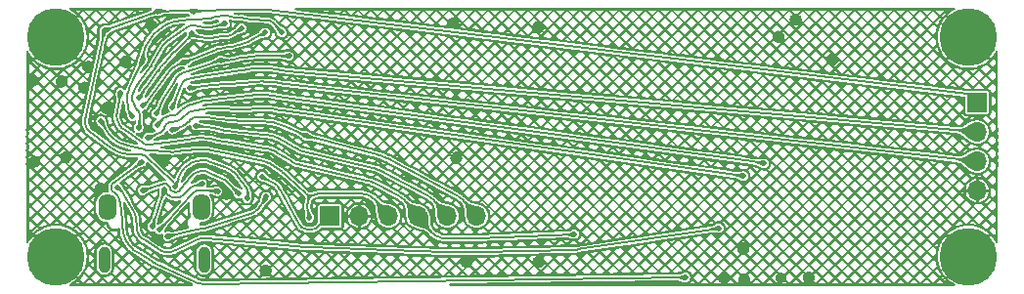
<source format=gbr>
%TF.GenerationSoftware,KiCad,Pcbnew,8.0.3*%
%TF.CreationDate,2024-07-18T08:41:48+12:00*%
%TF.ProjectId,USB Keypad,55534220-4b65-4797-9061-642e6b696361,rev?*%
%TF.SameCoordinates,Original*%
%TF.FileFunction,Copper,L2,Bot*%
%TF.FilePolarity,Positive*%
%FSLAX46Y46*%
G04 Gerber Fmt 4.6, Leading zero omitted, Abs format (unit mm)*
G04 Created by KiCad (PCBNEW 8.0.3) date 2024-07-18 08:41:48*
%MOMM*%
%LPD*%
G01*
G04 APERTURE LIST*
%TA.AperFunction,ComponentPad*%
%ADD10R,1.700000X1.700000*%
%TD*%
%TA.AperFunction,ComponentPad*%
%ADD11O,1.700000X1.700000*%
%TD*%
%TA.AperFunction,ComponentPad*%
%ADD12O,1.000000X2.300000*%
%TD*%
%TA.AperFunction,ComponentPad*%
%ADD13O,1.600000X2.300000*%
%TD*%
%TA.AperFunction,ComponentPad*%
%ADD14C,0.400000*%
%TD*%
%TA.AperFunction,ComponentPad*%
%ADD15C,5.000000*%
%TD*%
%TA.AperFunction,ViaPad*%
%ADD16C,0.600000*%
%TD*%
%TA.AperFunction,ViaPad*%
%ADD17C,0.500000*%
%TD*%
%TA.AperFunction,Conductor*%
%ADD18C,0.200000*%
%TD*%
G04 APERTURE END LIST*
D10*
%TO.P,J1,1,Pin_1*%
%TO.N,+5V*%
X26710000Y-18500000D03*
D11*
%TO.P,J1,2,Pin_2*%
%TO.N,GND*%
X29250000Y-18500000D03*
%TO.P,J1,3,Pin_3*%
%TO.N,/Reset*%
X31790000Y-18500000D03*
%TO.P,J1,4,Pin_4*%
%TO.N,/BOOT0*%
X34330000Y-18500000D03*
%TO.P,J1,5,Pin_5*%
%TO.N,/MCU_RX*%
X36870000Y-18500000D03*
%TO.P,J1,6,Pin_6*%
%TO.N,/MCU_TX*%
X39410000Y-18500000D03*
%TD*%
D12*
%TO.P,J2,S1,SHIELD*%
%TO.N,/SHLD*%
X7179959Y-22275111D03*
D13*
X7440056Y-17724946D03*
X15560198Y-17724946D03*
D12*
X15820041Y-22275111D03*
%TD*%
D10*
%TO.P,J3,1,Pin_1*%
%TO.N,+3.3V*%
X82750000Y-8670000D03*
D11*
%TO.P,J3,2,Pin_2*%
%TO.N,/SWDIO*%
X82750000Y-11210000D03*
%TO.P,J3,3,Pin_3*%
%TO.N,/SWDCLK*%
X82750000Y-13750000D03*
%TO.P,J3,4,Pin_4*%
%TO.N,GND*%
X82750000Y-16290000D03*
%TD*%
D14*
%TO.P,M1,*%
%TO.N,*%
X3000000Y-5000000D03*
X1585786Y-4414214D03*
X4414214Y-4414214D03*
X1000000Y-3000000D03*
D15*
%TO.N,GND*%
X3000000Y-3000000D03*
D14*
%TO.N,*%
X5000000Y-3000000D03*
X1585786Y-1585786D03*
X4414214Y-1585786D03*
X3000000Y-1000000D03*
%TD*%
%TO.P,M2,*%
%TO.N,*%
X82000000Y-5000000D03*
X80585786Y-4414214D03*
X83414214Y-4414214D03*
X80000000Y-3000000D03*
D15*
%TO.N,GND*%
X82000000Y-3000000D03*
D14*
%TO.N,*%
X84000000Y-3000000D03*
X80585786Y-1585786D03*
X83414214Y-1585786D03*
X82000000Y-1000000D03*
%TD*%
%TO.P,M3,*%
%TO.N,GND*%
X82000000Y-24000000D03*
%TO.N,*%
X80585786Y-23414214D03*
X83414214Y-23414214D03*
X80000000Y-22000000D03*
D15*
%TO.N,GND*%
X82000000Y-22000000D03*
D14*
X84000000Y-22000000D03*
%TO.N,*%
X80585786Y-20585786D03*
%TO.N,GND*%
X83414214Y-20585786D03*
%TO.N,*%
X82000000Y-20000000D03*
%TD*%
%TO.P,M4,*%
%TO.N,*%
X3000000Y-24000000D03*
X1585786Y-23414214D03*
X4414214Y-23414214D03*
X1000000Y-22000000D03*
D15*
%TO.N,GND*%
X3000000Y-22000000D03*
D14*
%TO.N,*%
X5000000Y-22000000D03*
X1585786Y-20585786D03*
X4414214Y-20585786D03*
X3000000Y-20000000D03*
%TD*%
D16*
%TO.N,GND*%
X11230000Y-1950000D03*
X3500000Y-6830000D03*
X12320000Y-13720000D03*
X37350000Y-1840000D03*
X62600000Y-24000000D03*
D17*
X65749900Y-23835200D03*
D16*
X990000Y-6720000D03*
X62510000Y-21330000D03*
X70180000Y-4930000D03*
X12600000Y-11560000D03*
X65530000Y-2960000D03*
X44700000Y-2170000D03*
X17770000Y-16570000D03*
X67030000Y-1450000D03*
X68150000Y-23830000D03*
X37650000Y-13440000D03*
X22440000Y-13870000D03*
X19100000Y-6430000D03*
X7350000Y-9140000D03*
X3870000Y-13380000D03*
X5460000Y-7360000D03*
X1120000Y-13780000D03*
X9010000Y-5140000D03*
X11780000Y-20460000D03*
X5800000Y-5560000D03*
X44760000Y-22440000D03*
X18620000Y-7590000D03*
D17*
X60749900Y-23835200D03*
D16*
X6870000Y-16100000D03*
X21150000Y-23220000D03*
X20150000Y-2260000D03*
X38520000Y-22440000D03*
D17*
%TO.N,+3.3V*%
X13348200Y-15924800D03*
X7181800Y-2415000D03*
X19537600Y-16952500D03*
X14924800Y-750100D03*
X11824800Y-750100D03*
%TO.N,/Reset*%
X6890000Y-10249900D03*
X24948700Y-18652900D03*
%TO.N,+5V*%
X20819700Y-15060100D03*
%TO.N,/MCU_TX*%
X24698500Y-11578800D03*
X13083100Y-11015100D03*
%TO.N,/MCU_RX*%
X15122900Y-10663100D03*
%TO.N,/BOOT0*%
X47888100Y-20071000D03*
X8582100Y-7820900D03*
%TO.N,Net-(J2-D--PadA7)*%
X11332200Y-19418900D03*
X15652100Y-15712700D03*
X12391900Y-16224100D03*
%TO.N,Net-(J2-D+-PadA6)*%
X16997600Y-16357600D03*
X11958800Y-19681600D03*
%TO.N,/SWDCLK*%
X14618900Y-7429000D03*
%TO.N,/SWDIO*%
X13098500Y-9066600D03*
%TO.N,/CC2*%
X21191000Y-16824000D03*
X12664200Y-20269400D03*
%TO.N,/CC1*%
X10510800Y-16281400D03*
X18812400Y-16565100D03*
%TO.N,/BOOT1*%
X57489300Y-23815900D03*
X10422500Y-13810000D03*
%TO.N,/Vol+*%
X14757300Y-2684300D03*
X19091800Y-2204600D03*
X10196500Y-8254600D03*
%TO.N,/Vol-*%
X21115900Y-2577700D03*
X10553400Y-8905400D03*
X14126100Y-5169500D03*
%TO.N,/Mute_Mic*%
X9618900Y-9850000D03*
X10514100Y-4968600D03*
X22544800Y-2599200D03*
%TO.N,/Copy*%
X17625900Y-1809200D03*
X10164400Y-10869400D03*
%TO.N,/Paste*%
X11706700Y-9612800D03*
X17277700Y-4984000D03*
X23183900Y-4636500D03*
%TO.N,/Play{slash}Pause*%
X60406300Y-19552100D03*
X8346300Y-16022700D03*
%TO.N,/Eject*%
X10948500Y-11706800D03*
X62507100Y-15030500D03*
%TO.N,/Print_Screen*%
X64285000Y-13933700D03*
X11747400Y-10632200D03*
%TD*%
D18*
%TO.N,GND*%
X82923875Y-22000000D02*
X84000000Y-22000000D01*
X80135706Y-21244750D02*
X80025701Y-21233050D01*
X79916300Y-21237200D02*
X79807495Y-21257177D01*
X80343994Y-21314063D02*
X81146450Y-21646450D01*
X82000000Y-22923875D02*
X82000000Y-24000000D01*
X83414200Y-20585800D02*
X82572725Y-21427274D01*
X80241800Y-21271750D02*
X80343994Y-21314063D01*
X82923875Y-22000000D02*
G75*
G03*
X82000000Y-22923875I25J-923900D01*
G01*
X80135706Y-21244750D02*
G75*
G02*
X80241804Y-21271741I-40506J-381250D01*
G01*
X80025701Y-21233050D02*
G75*
G03*
X79916299Y-21237193I-40401J-379650D01*
G01*
X82572725Y-21427274D02*
G75*
G03*
X82923874Y-21999995I300075J-210026D01*
G01*
X81146450Y-21646450D02*
G75*
G03*
X82572744Y-21427295I548250J1182750D01*
G01*
X82000000Y-22923875D02*
G75*
G03*
X81146447Y-21646456I-1382700J-25D01*
G01*
%TO.N,+3.3V*%
X14924800Y-750100D02*
X17524040Y-603910D01*
X19091900Y-600200D02*
X19091700Y-600200D01*
X14318701Y-679075D02*
X14556716Y-696426D01*
X18587350Y-600200D02*
X19091700Y-600200D01*
X14793100Y-726299D02*
X14903348Y-746208D01*
X14903348Y-746208D02*
X14917650Y-748800D01*
X19622901Y-16384693D02*
X19641098Y-16617611D01*
X81901500Y-7920000D02*
X81898500Y-7920000D01*
X20114850Y-600300D02*
X21086200Y-600300D01*
X5927250Y-11216900D02*
X6246349Y-11453101D01*
X11824800Y-750100D02*
X13841950Y-682402D01*
X21145600Y-600300D02*
X21086200Y-600300D01*
X8732600Y-13032808D02*
X8276315Y-12868796D01*
X17660013Y-600103D02*
X18587150Y-600199D01*
X10808700Y-13325700D02*
X10888692Y-13402108D01*
X19545856Y-16936453D02*
X19540350Y-16947150D01*
X13038969Y-15456482D02*
X13129200Y-15542750D01*
X14080450Y-674400D02*
X13841950Y-682402D01*
X13348200Y-15924800D02*
X13662279Y-15138392D01*
X13814100Y-14758200D02*
X13662279Y-15138392D01*
X16602547Y-13872607D02*
X17653802Y-14289842D01*
X14837211Y-13819744D02*
X14837190Y-13819754D01*
X15622499Y-13651999D02*
X15827137Y-13649050D01*
X13346750Y-15920400D02*
X13348200Y-15924800D01*
X20114850Y-600300D02*
X20114750Y-600300D01*
X21323300Y-610950D02*
X21382298Y-618059D01*
X20114650Y-600299D02*
X20114750Y-600300D01*
X81901500Y-7920000D02*
X81950000Y-7920000D01*
X9202750Y-13127600D02*
X9686849Y-13153217D01*
X19545856Y-16936453D02*
X19596650Y-16837950D01*
X14924800Y-750100D02*
X14917650Y-748800D01*
X19092099Y-600200D02*
X20114650Y-600299D01*
X7463665Y-12354179D02*
X6246349Y-11453101D01*
X7181800Y-2415000D02*
X5611128Y-9773995D01*
X82035355Y-7955355D02*
X82750000Y-8670000D01*
X18587350Y-600200D02*
X18587250Y-600200D01*
X10399851Y-13190974D02*
X10510350Y-13196800D01*
X13343874Y-15911592D02*
X13326100Y-15856650D01*
X19537600Y-16952500D02*
X19540350Y-16947150D01*
X14032813Y-14421460D02*
X14175600Y-14274850D01*
X19406786Y-15985309D02*
X19544800Y-16173900D01*
X21382298Y-618059D02*
X81886497Y-7919118D01*
X5697461Y-10913138D02*
X5557029Y-10541936D01*
X7181800Y-2415000D02*
X11824800Y-750100D01*
X16222050Y-13721600D02*
X16602547Y-13872607D01*
X13207466Y-15638776D02*
X13273754Y-15744456D01*
X18653550Y-14956200D02*
X18834047Y-15202801D01*
X5611128Y-9773995D02*
X5528250Y-10162200D01*
X18442438Y-14739410D02*
X18200639Y-14552372D01*
X17653802Y-14289842D02*
X17937800Y-14402550D01*
X21204946Y-602076D02*
X21264140Y-605622D01*
X13038969Y-15456482D02*
X10888692Y-13402108D01*
X18834047Y-15202801D02*
X19406786Y-15985309D01*
X9686849Y-13153217D02*
X10399851Y-13190974D01*
X19092099Y-600200D02*
X19091900Y-600200D01*
X18587150Y-600199D02*
X18587250Y-600200D01*
X7463665Y-12354179D02*
X7853350Y-12642600D01*
X81895501Y-7919924D02*
X81892511Y-7919775D01*
X10717930Y-13265552D02*
X10616383Y-13221653D01*
X21204946Y-602076D02*
G75*
G03*
X21145600Y-600300I-59346J-990424D01*
G01*
X5697461Y-10913138D02*
G75*
G03*
X5927267Y-11216877I631439J238938D01*
G01*
X10510350Y-13196800D02*
G75*
G02*
X10616382Y-13221654I-16150J-307500D01*
G01*
X10717930Y-13265552D02*
G75*
G02*
X10808689Y-13325711I-122630J-283548D01*
G01*
X14032813Y-14421460D02*
G75*
G03*
X13814094Y-14758198I737987J-718740D01*
G01*
X14556716Y-696426D02*
G75*
G02*
X14793099Y-726304I-163716J-2245274D01*
G01*
X81886497Y-7919118D02*
G75*
G02*
X81889500Y-7919500I-27297J-226382D01*
G01*
X17937800Y-14402550D02*
G75*
G02*
X18200639Y-14552372I-399000J-1005450D01*
G01*
X18442438Y-14739410D02*
G75*
G02*
X18653551Y-14956199I-662038J-855890D01*
G01*
X15622499Y-13651999D02*
G75*
G03*
X14837210Y-13819741I29701J-2061101D01*
G01*
X82035355Y-7955355D02*
G75*
G03*
X81950000Y-7919997I-85355J-85345D01*
G01*
X13273754Y-15744456D02*
G75*
G02*
X13326094Y-15856652I-425154J-266644D01*
G01*
X8732600Y-13032808D02*
G75*
G03*
X9202750Y-13127593I557100J1549908D01*
G01*
X13129200Y-15542750D02*
G75*
G02*
X13207459Y-15638780I-347200J-362850D01*
G01*
X5528250Y-10162200D02*
G75*
G03*
X5557030Y-10541936I659970J-140940D01*
G01*
X7853350Y-12642600D02*
G75*
G03*
X8276311Y-12868807I980550J1324900D01*
G01*
X17592000Y-601050D02*
G75*
G03*
X17524040Y-603909I67200J-2406850D01*
G01*
X81895501Y-7919924D02*
G75*
G03*
X81898500Y-7920001I3099J62424D01*
G01*
X81889500Y-7919500D02*
G75*
G03*
X81892511Y-7919776I4900J36900D01*
G01*
X21264140Y-605622D02*
G75*
G02*
X21323300Y-610949I-59340J-990178D01*
G01*
X14318701Y-679075D02*
G75*
G03*
X14080450Y-674405I-163001J-2236125D01*
G01*
X16222050Y-13721600D02*
G75*
G03*
X15827137Y-13649054I-380050J-957700D01*
G01*
X19544800Y-16173900D02*
G75*
G02*
X19622882Y-16384694I-331900J-242800D01*
G01*
X17660013Y-600103D02*
G75*
G03*
X17592000Y-601051I-213J-2424697D01*
G01*
X19641098Y-16617611D02*
G75*
G02*
X19596642Y-16837946I-409698J-31989D01*
G01*
X14837190Y-13819754D02*
G75*
G03*
X14175586Y-14274836I814810J-1893046D01*
G01*
X13343874Y-15911592D02*
G75*
G03*
X13346750Y-15920400I1697726J549492D01*
G01*
%TO.N,/Reset*%
X25902300Y-16550000D02*
X25817700Y-16550000D01*
X24771850Y-17821400D02*
X24796307Y-17936209D01*
X12899101Y-12936228D02*
X12985900Y-12942550D01*
X15462000Y-12699400D02*
X15196201Y-12728016D01*
X22589292Y-14691010D02*
X22666100Y-14743400D01*
X21500450Y-13948500D02*
X21605963Y-14020479D01*
X9226686Y-12382253D02*
X10654243Y-12750424D01*
X21025098Y-13772955D02*
X21150100Y-13799250D01*
X22589292Y-14691010D02*
X21605963Y-14020479D01*
X13159701Y-12943525D02*
X13072808Y-12944974D01*
X15196201Y-12728016D02*
X13332954Y-12928740D01*
X29033199Y-16550000D02*
X25902300Y-16550000D01*
X15994836Y-12712922D02*
X15728244Y-12694376D01*
X10654243Y-12750424D02*
X10701350Y-12762600D01*
X16257850Y-12754799D02*
X16366942Y-12782230D01*
X24760124Y-17587817D02*
X24759774Y-17705307D01*
X30885944Y-17416954D02*
X31790000Y-18500000D01*
X10845250Y-12786150D02*
X10893748Y-12789672D01*
X8737700Y-12256200D02*
X9226686Y-12382253D01*
X25224649Y-16697449D02*
X25487307Y-16614174D01*
X30608050Y-17084050D02*
X30885944Y-17416954D01*
X24798081Y-17357045D02*
X24853604Y-17103930D01*
X21025098Y-13772955D02*
X17052441Y-12937458D01*
X7297962Y-10936142D02*
X7556050Y-11370250D01*
X10893748Y-12789672D02*
X12899101Y-12936228D01*
X22884400Y-14916900D02*
X22952798Y-14979901D01*
X13332954Y-12928740D02*
X13246450Y-12938100D01*
X16366942Y-12782230D02*
X16408050Y-12792600D01*
X8291190Y-12041736D02*
X7887134Y-11738781D01*
X24948700Y-18652900D02*
X24796307Y-17936209D01*
X25567900Y-16588650D02*
X25487307Y-16614174D01*
X10797005Y-12780479D02*
X10748908Y-12772622D01*
X22952798Y-14979901D02*
X24687943Y-16578181D01*
X16636250Y-12845699D02*
X16449255Y-12802564D01*
X29879971Y-16641972D02*
X30272707Y-16825716D01*
X6890000Y-10249900D02*
X7297962Y-10936142D01*
X25733598Y-16556475D02*
X25649970Y-16569429D01*
X21388940Y-13887481D02*
X21271363Y-13837420D01*
X22813800Y-14856470D02*
X22740892Y-14798524D01*
X24798081Y-17357045D02*
X24772900Y-17471750D01*
X29466800Y-16550050D02*
X29033199Y-16550000D01*
X12985900Y-12942550D02*
G75*
G03*
X13072808Y-12944970I70600J973650D01*
G01*
X7556050Y-11370250D02*
G75*
G03*
X7887142Y-11738770I1095950J651650D01*
G01*
X25649970Y-16569429D02*
G75*
G03*
X25567898Y-16588643I84530J-545971D01*
G01*
X16636250Y-12845699D02*
G75*
G03*
X17052441Y-12937458I4931350J21377299D01*
G01*
X16408050Y-12792600D02*
G75*
G03*
X16449255Y-12802563I495350J1958500D01*
G01*
X10797005Y-12780479D02*
G75*
G03*
X10845250Y-12786146I87195J534079D01*
G01*
X29466800Y-16550050D02*
G75*
G02*
X29879976Y-16641961I-200J-975550D01*
G01*
X15994836Y-12712922D02*
G75*
G02*
X16257849Y-12754804I-104636J-1503878D01*
G01*
X25224649Y-16697449D02*
G75*
G03*
X24853601Y-17103929I166251J-524351D01*
G01*
X21388940Y-13887481D02*
G75*
G02*
X21500448Y-13948502I-254040J-596619D01*
G01*
X30272707Y-16825716D02*
G75*
G02*
X30608066Y-17084037I-413207J-883284D01*
G01*
X22813800Y-14856470D02*
G75*
G02*
X22884401Y-14916899I-794700J-999930D01*
G01*
X15728244Y-12694376D02*
G75*
G03*
X15462000Y-12699402I-104744J-1505724D01*
G01*
X24853604Y-17103930D02*
G75*
G03*
X24687962Y-16578161I-540704J118630D01*
G01*
X24772900Y-17471750D02*
G75*
G03*
X24760133Y-17587817I535600J-117650D01*
G01*
X10701350Y-12762600D02*
G75*
G03*
X10748908Y-12772623I133250J514400D01*
G01*
X8291190Y-12041736D02*
G75*
G03*
X8737699Y-12256202I764510J1019636D01*
G01*
X24759774Y-17705307D02*
G75*
G03*
X24771859Y-17821398I548326J-1593D01*
G01*
X25817700Y-16550000D02*
G75*
G03*
X25733598Y-16556475I0J-549400D01*
G01*
X13246450Y-12938100D02*
G75*
G02*
X13159701Y-12943528I-102650J944600D01*
G01*
X21150100Y-13799250D02*
G75*
G02*
X21271365Y-13837416I-134300J-638450D01*
G01*
X24687943Y-16578181D02*
G75*
G03*
X25224656Y-16697470I371157J402881D01*
G01*
X22666100Y-14743400D02*
G75*
G02*
X22740893Y-14798522I-719600J-1054700D01*
G01*
%TO.N,+5V*%
X25871350Y-19250000D02*
X25848650Y-19250000D01*
X22326100Y-16087300D02*
X22416298Y-16249700D01*
X25774982Y-19296136D02*
X25773200Y-19298350D01*
X23969946Y-19047051D02*
X24096850Y-19275550D01*
X21777373Y-15604509D02*
X20819700Y-15060100D01*
X25480353Y-19564337D02*
X25360132Y-19615707D01*
X22084935Y-15808085D02*
X22215646Y-15940096D01*
X25682399Y-19411199D02*
X25755406Y-19320454D01*
X25773200Y-19298350D02*
X25755406Y-19320454D01*
X25995355Y-19214644D02*
X26710000Y-18500000D01*
X25789200Y-19278450D02*
X25774982Y-19296136D01*
X25871350Y-19250000D02*
X25910000Y-19250000D01*
X23969946Y-19047051D02*
X22416298Y-16249700D01*
X25827059Y-19254895D02*
X25806536Y-19264706D01*
X24379650Y-19531799D02*
X24270005Y-19460819D01*
X21777373Y-15604509D02*
X21938850Y-15696250D01*
X24859348Y-19696095D02*
X24859400Y-19696100D01*
X25682399Y-19411199D02*
G75*
G02*
X25480355Y-19564342I-407599J327899D01*
G01*
X21938850Y-15696250D02*
G75*
G02*
X22084934Y-15808086I-332650J-585850D01*
G01*
X24096850Y-19275550D02*
G75*
G03*
X24270000Y-19460826I457650J254150D01*
G01*
X25995355Y-19214644D02*
G75*
G02*
X25910000Y-19250002I-85355J85344D01*
G01*
X22215646Y-15940096D02*
G75*
G02*
X22326098Y-16087301I-479746J-475004D01*
G01*
X25848650Y-19250000D02*
G75*
G03*
X25827048Y-19254872I-50J-50100D01*
G01*
X24859400Y-19696100D02*
G75*
G03*
X25360126Y-19615693I89300J1043200D01*
G01*
X25806536Y-19264706D02*
G75*
G03*
X25789218Y-19278465I21464J-44794D01*
G01*
X24379650Y-19531799D02*
G75*
G03*
X24859348Y-19696099I569050J878999D01*
G01*
%TO.N,/MCU_TX*%
X30489895Y-13087766D02*
X30808700Y-13170850D01*
X14555150Y-10221000D02*
X14542459Y-10236807D01*
X31726800Y-13530600D02*
X32017187Y-13686224D01*
X18002796Y-10164974D02*
X18185400Y-10187850D01*
X20746150Y-10297430D02*
X21206250Y-10312550D01*
X14606849Y-10156549D02*
X14567841Y-10205192D01*
X14542459Y-10236807D02*
X14461250Y-10338100D01*
X21660628Y-10371644D02*
X22109356Y-10474751D01*
X24698500Y-11578800D02*
X22964600Y-10807098D01*
X31121471Y-13272498D02*
X31428225Y-13392700D01*
X20746150Y-10297430D02*
X18919450Y-10237325D01*
X37708728Y-16737039D02*
X37873850Y-16825600D01*
X15086302Y-9943628D02*
X15236500Y-9928600D01*
X18002796Y-10164974D02*
X16533449Y-9981103D01*
X18368431Y-10206525D02*
X18551883Y-10220975D01*
X16210550Y-9940700D02*
X16533449Y-9981103D01*
X38029028Y-16929078D02*
X38174247Y-17047402D01*
X38427055Y-17322445D02*
X39410000Y-18500000D01*
X13776550Y-10802700D02*
X13508849Y-10884697D01*
X13508849Y-10884697D02*
X13083100Y-11015100D01*
X38306950Y-17178550D02*
X38427055Y-17322445D01*
X24698500Y-11578800D02*
X30489895Y-13087766D01*
X14026235Y-10683092D02*
X14257886Y-10525892D01*
X14979099Y-9954399D02*
X15039496Y-9948368D01*
X14567841Y-10205192D02*
X14555150Y-10221000D01*
X37708728Y-16737039D02*
X32017187Y-13686224D01*
X15886403Y-9918474D02*
X15561095Y-9914425D01*
X22544000Y-10619900D02*
X22964600Y-10807098D01*
X18735550Y-10231250D02*
X18919450Y-10237325D01*
X14715897Y-10065400D02*
X14843327Y-9996184D01*
X18185400Y-10187850D02*
G75*
G03*
X18368431Y-10206524I496200J3957150D01*
G01*
X14715897Y-10065400D02*
G75*
G03*
X14606862Y-10156559I171903J-316400D01*
G01*
X14979099Y-9954399D02*
G75*
G03*
X14843331Y-9996192I35701J-357401D01*
G01*
X31428225Y-13392700D02*
G75*
G02*
X31726801Y-13530597I-1013625J-2586900D01*
G01*
X18551883Y-10220975D02*
G75*
G03*
X18735550Y-10231248I317817J4035275D01*
G01*
X38174247Y-17047402D02*
G75*
G02*
X38306954Y-17178547I-615947J-755998D01*
G01*
X21206250Y-10312550D02*
G75*
G02*
X21660629Y-10371640I-77950J-2375950D01*
G01*
X37873850Y-16825600D02*
G75*
G02*
X38029035Y-16929069I-462050J-861100D01*
G01*
X15062900Y-9946000D02*
G75*
G02*
X15039496Y-9948368I-1011500J9880100D01*
G01*
X22109356Y-10474751D02*
G75*
G02*
X22543997Y-10619906I-532856J-2318849D01*
G01*
X30808700Y-13170850D02*
G75*
G02*
X31121473Y-13272492I-700600J-2687950D01*
G01*
X15561095Y-9914425D02*
G75*
G03*
X15236500Y-9928599I-36095J-2897175D01*
G01*
X15886403Y-9918474D02*
G75*
G02*
X16210550Y-9940697I-36103J-2901726D01*
G01*
X14026235Y-10683092D02*
G75*
G02*
X13776552Y-10802706I-521935J769092D01*
G01*
X15086302Y-9943628D02*
G75*
G03*
X15062900Y-9946000I975398J-9740172D01*
G01*
X14461250Y-10338100D02*
G75*
G02*
X14257886Y-10525893I-725550J581700D01*
G01*
%TO.N,/MCU_RX*%
X24147863Y-12812420D02*
X24243045Y-12850683D01*
X24340500Y-12881500D02*
X24440301Y-12904895D01*
X18291898Y-11163412D02*
X21016346Y-11454730D01*
X35168728Y-16737040D02*
X35333850Y-16825600D01*
X15122900Y-10663100D02*
X16185794Y-10794946D01*
X23967858Y-12715135D02*
X23732966Y-12576441D01*
X35766950Y-17178550D02*
X35887055Y-17322445D01*
X17358761Y-11030576D02*
X17668248Y-11085724D01*
X35887055Y-17322445D02*
X36870000Y-18500000D01*
X30103795Y-14232267D02*
X30381400Y-14297350D01*
X16837452Y-10910838D02*
X16878550Y-10921150D01*
X16919645Y-10931468D02*
X17051550Y-10964650D01*
X35634247Y-17047402D02*
X35489028Y-16929078D01*
X17979300Y-11130000D02*
X18291898Y-11163412D01*
X21755229Y-11572726D02*
X22112497Y-11688782D01*
X31430750Y-14733449D02*
X35168728Y-16737040D01*
X22779508Y-12027585D02*
X23632762Y-12518050D01*
X30653572Y-14380264D02*
X30920430Y-14481036D01*
X22453900Y-11840400D02*
X22779508Y-12027585D01*
X16185794Y-10794946D02*
X16336600Y-10813700D01*
X30103795Y-14232267D02*
X24440301Y-12904895D01*
X23967858Y-12715135D02*
X24056150Y-12767250D01*
X16636057Y-10865031D02*
X16486687Y-10837077D01*
X16784350Y-10897499D02*
X16837452Y-10910838D01*
X16878550Y-10921150D02*
X16919645Y-10931468D01*
X31179450Y-14598750D02*
X31430750Y-14733449D01*
X21016346Y-11454730D02*
X21389850Y-11494700D01*
X30381400Y-14297350D02*
G75*
G02*
X30653571Y-14380266I-497300J-2120550D01*
G01*
X22112497Y-11688782D02*
G75*
G02*
X22453905Y-11840391I-556597J-1713618D01*
G01*
X17668248Y-11085724D02*
G75*
G03*
X17979300Y-11130003I788752J4426124D01*
G01*
X23632762Y-12518050D02*
G75*
G02*
X23682950Y-12547100I-4825862J-8395350D01*
G01*
X16636057Y-10865031D02*
G75*
G02*
X16784350Y-10897498I-456957J-2442069D01*
G01*
X24056150Y-12767250D02*
G75*
G03*
X24147862Y-12812422I344750J584250D01*
G01*
X16336600Y-10813700D02*
G75*
G02*
X16486687Y-10837077I-308100J-2471600D01*
G01*
X35634247Y-17047402D02*
G75*
G02*
X35766954Y-17178547I-615947J-755998D01*
G01*
X24243045Y-12850683D02*
G75*
G03*
X24340501Y-12881494I251155J624883D01*
G01*
X17051550Y-10964650D02*
G75*
G03*
X17358761Y-11030574I1093650J4347750D01*
G01*
X21389850Y-11494700D02*
G75*
G02*
X21755230Y-11572722I-192150J-1794400D01*
G01*
X35333850Y-16825600D02*
G75*
G02*
X35489035Y-16929069I-462050J-861100D01*
G01*
X30920430Y-14481036D02*
G75*
G02*
X31179451Y-14598748I-768030J-2033864D01*
G01*
X23682950Y-12547100D02*
G75*
G02*
X23732966Y-12576441I-5195250J-8913400D01*
G01*
%TO.N,/BOOT0*%
X23264760Y-13690133D02*
X22218114Y-13040077D01*
X8446930Y-10546928D02*
X8299461Y-10193953D01*
X34330000Y-18500000D02*
X33347055Y-17322445D01*
X23264760Y-13690133D02*
X23441450Y-13799850D01*
X16433550Y-11813799D02*
X16599953Y-11855634D01*
X47888100Y-20071000D02*
X39541217Y-20446035D01*
X36240028Y-20358026D02*
X35847292Y-20174283D01*
X21086601Y-12617788D02*
X17625049Y-12063955D01*
X8315261Y-9450401D02*
X8255550Y-9828400D01*
X8582100Y-7820900D02*
X8580600Y-7826550D01*
X36653200Y-20449950D02*
X37086800Y-20450000D01*
X32949028Y-16929078D02*
X33094247Y-17047402D01*
X8573899Y-7852199D02*
X8577629Y-7837857D01*
X33226950Y-17178550D02*
X33347055Y-17322445D01*
X30459598Y-15589624D02*
X30266367Y-15516662D01*
X13237588Y-12043269D02*
X14904147Y-11807230D01*
X13202791Y-12047884D02*
X11082494Y-12311903D01*
X8548600Y-7973400D02*
X8542177Y-8014196D01*
X8542177Y-8014196D02*
X8315261Y-9450401D01*
X23625856Y-13894542D02*
X23818047Y-13974259D01*
X30647200Y-15674900D02*
X30829209Y-15772482D01*
X32628728Y-16737040D02*
X30829209Y-15772482D01*
X16641050Y-11865950D02*
X16682145Y-11876267D01*
X17194507Y-11990251D02*
X16980521Y-11946354D01*
X21563220Y-12718432D02*
X21792203Y-12803876D01*
X16599953Y-11855634D02*
X16641050Y-11865950D01*
X29868301Y-15409545D02*
X24217843Y-14085228D01*
X16682145Y-11876267D02*
X16767550Y-11897750D01*
X15285850Y-11753150D02*
X14904147Y-11807230D01*
X22010500Y-12911100D02*
X22218114Y-13040077D01*
X39366238Y-20450000D02*
X37086800Y-20450000D01*
X10739722Y-12290267D02*
X10852660Y-12319027D01*
X35234055Y-19583045D02*
X34330000Y-18500000D01*
X11082494Y-12311903D02*
X10966900Y-12326250D01*
X35234055Y-19583045D02*
X35511950Y-19915950D01*
X29868301Y-15409545D02*
X30069300Y-15456650D01*
X8987056Y-11058291D02*
X10541401Y-12174047D01*
X8556027Y-7932787D02*
X8564469Y-7892427D01*
X17409350Y-12029450D02*
X17625049Y-12063955D01*
X21086601Y-12617788D02*
X21328000Y-12656400D01*
X15669188Y-11736275D02*
X16054101Y-11756623D01*
X8676150Y-10835100D02*
X8987056Y-11058291D01*
X32628728Y-16737040D02*
X32793850Y-16825600D01*
X10541401Y-12174047D02*
X10636000Y-12241950D01*
X24015350Y-14037800D02*
X24217843Y-14085228D01*
X39453750Y-20449000D02*
G75*
G02*
X39366238Y-20449999I-87650J3844100D01*
G01*
X21792203Y-12803876D02*
G75*
G02*
X22010506Y-12911091I-428203J-1147724D01*
G01*
X13220200Y-12045650D02*
G75*
G02*
X13202791Y-12047884I-313900J2377050D01*
G01*
X8446930Y-10546928D02*
G75*
G03*
X8676138Y-10835117I622970J260228D01*
G01*
X13237588Y-12043269D02*
G75*
G02*
X13220200Y-12045650I-275288J1945869D01*
G01*
X8580600Y-7826550D02*
G75*
G03*
X8577629Y-7837857I2093000J-555950D01*
G01*
X23441450Y-13799850D02*
G75*
G03*
X23625853Y-13894550I674050J1085650D01*
G01*
X36240028Y-20358026D02*
G75*
G03*
X36653200Y-20449936I413372J883626D01*
G01*
X8556027Y-7932787D02*
G75*
G03*
X8548597Y-7973400I796573J-166713D01*
G01*
X30459598Y-15589624D02*
G75*
G02*
X30647199Y-15674902I-555298J-1470576D01*
G01*
X17194507Y-11990251D02*
G75*
G03*
X17409350Y-12029450I1003593J4892151D01*
G01*
X30069300Y-15456650D02*
G75*
G02*
X30266367Y-15516663I-359400J-1533750D01*
G01*
X10636000Y-12241950D02*
G75*
G03*
X10739724Y-12290258I179800J250550D01*
G01*
X16054101Y-11756623D02*
G75*
G02*
X16433549Y-11813804I-104901J-1983677D01*
G01*
X15669188Y-11736275D02*
G75*
G03*
X15285850Y-11753149I-104788J-1982225D01*
G01*
X39541217Y-20446035D02*
G75*
G02*
X39453750Y-20449000I-178517J3975135D01*
G01*
X23818047Y-13974259D02*
G75*
G03*
X24015349Y-14037805I487053J1174159D01*
G01*
X33094247Y-17047402D02*
G75*
G02*
X33226954Y-17178547I-615947J-755998D01*
G01*
X32793850Y-16825600D02*
G75*
G02*
X32949035Y-16929069I-462050J-861100D01*
G01*
X10852660Y-12319027D02*
G75*
G03*
X10966902Y-12326267I76340J299627D01*
G01*
X8255550Y-9828400D02*
G75*
G03*
X8299466Y-10193951I666850J-105300D01*
G01*
X8573899Y-7852199D02*
G75*
G03*
X8564468Y-7892427I830801J-216001D01*
G01*
X21328000Y-12656400D02*
G75*
G02*
X21563220Y-12718431I-193700J-1211500D01*
G01*
X35511950Y-19915950D02*
G75*
G03*
X35847289Y-20174288I748550J624850D01*
G01*
X16767550Y-11897750D02*
G75*
G03*
X16980521Y-11946354I1209250J4807750D01*
G01*
%TO.N,Net-(J2-D--PadA7)*%
X14488950Y-16184200D02*
X14328673Y-16350822D01*
X12573476Y-16573749D02*
X12670800Y-16663050D01*
X14870533Y-15929369D02*
X14669570Y-16043727D01*
X13633796Y-16885165D02*
X13760569Y-16847461D01*
X14161972Y-16524173D02*
X13978800Y-16714600D01*
X15652100Y-15712700D02*
X15308647Y-15793140D01*
X11332200Y-19418900D02*
X12391900Y-16224100D01*
X12435449Y-16358650D02*
X12396224Y-16237308D01*
X14161972Y-16524173D02*
X14328673Y-16350822D01*
X15308647Y-15793140D02*
X15083550Y-15845850D01*
X13123000Y-16901099D02*
X13122980Y-16901095D01*
X12391900Y-16224100D02*
X12393350Y-16228500D01*
X13978800Y-16714600D02*
G75*
G02*
X13760574Y-16847478I-361100J347400D01*
G01*
X14669570Y-16043727D02*
G75*
G03*
X14488959Y-16184209I395230J-694473D01*
G01*
X12393350Y-16228500D02*
G75*
G02*
X12396224Y-16237308I-1611450J-530700D01*
G01*
X12435449Y-16358650D02*
G75*
G03*
X12573474Y-16573751I476851J154150D01*
G01*
X12670800Y-16663050D02*
G75*
G03*
X13122979Y-16901099I677400J738250D01*
G01*
X13123000Y-16901099D02*
G75*
G03*
X13633797Y-16885168I225200J976199D01*
G01*
X15083550Y-15845850D02*
G75*
G03*
X14870540Y-15929382I182150J-777850D01*
G01*
%TO.N,Net-(J2-D+-PadA6)*%
X11973149Y-19665149D02*
X11961364Y-19678612D01*
X15028803Y-16395208D02*
X15262704Y-16300788D01*
X15505400Y-16261700D02*
X15757001Y-16277883D01*
X11998741Y-19636510D02*
X14657046Y-16721846D01*
X11958800Y-19681600D02*
X11959650Y-19680600D01*
X14826950Y-16535550D02*
X14657046Y-16721846D01*
X16997600Y-16357600D02*
X15757001Y-16277883D01*
X15028803Y-16395208D02*
G75*
G03*
X14826968Y-16535566I207297J-513392D01*
G01*
X11998741Y-19636510D02*
G75*
G03*
X11973149Y-19665149I1389059J-1266990D01*
G01*
X15505400Y-16261700D02*
G75*
G03*
X15262697Y-16300772I-35600J-552200D01*
G01*
X11961364Y-19678612D02*
G75*
G03*
X11959651Y-19680601I129936J-113688D01*
G01*
%TO.N,/SWDCLK*%
X20652878Y-6842548D02*
X21271016Y-6853250D01*
X19717783Y-6920760D02*
X19574350Y-6935400D01*
X16480100Y-7158207D02*
X19278049Y-6960958D01*
X14618900Y-7429000D02*
X15184698Y-7323793D01*
X22481650Y-7011149D02*
X22705400Y-7049009D01*
X21884699Y-6910150D02*
X21897148Y-6912256D01*
X16480100Y-7158207D02*
X16219300Y-7176600D01*
X15441700Y-7276000D02*
X15184698Y-7323793D01*
X19735799Y-6918498D02*
X19726800Y-6919700D01*
X21897148Y-6912256D02*
X22481650Y-7011149D01*
X22980545Y-7087596D02*
X82750000Y-13750000D01*
X20037599Y-6878149D02*
X19735799Y-6918498D01*
X15699848Y-7235528D02*
X15959230Y-7202374D01*
X22705400Y-7049009D02*
G75*
G03*
X22842700Y-7070249I821000J4852709D01*
G01*
X22842700Y-7070250D02*
G75*
G03*
X22980545Y-7087595I681300J4858050D01*
G01*
X19574350Y-6935400D02*
G75*
G02*
X19278049Y-6960957I-964150J9447600D01*
G01*
X16219300Y-7176600D02*
G75*
G03*
X15959230Y-7202371I324200J-4596800D01*
G01*
X21271016Y-6853250D02*
G75*
G02*
X21884700Y-6910145I-71016J-4104150D01*
G01*
X15699848Y-7235528D02*
G75*
G03*
X15441700Y-7275999I583652J-4566372D01*
G01*
X19726800Y-6919700D02*
G75*
G02*
X19717783Y-6920760I-39700J298900D01*
G01*
X20652878Y-6842548D02*
G75*
G03*
X20037599Y-6878150I-71078J-4106052D01*
G01*
%TO.N,/SWDIO*%
X23056800Y-5934600D02*
X23081401Y-5936787D01*
X14862513Y-6527052D02*
X15096359Y-6479153D01*
X14524253Y-6607365D02*
X14504350Y-6612450D01*
X15567146Y-6400124D02*
X19009098Y-5863888D01*
X22959051Y-5921292D02*
X22659000Y-5871700D01*
X14453576Y-6624797D02*
X14484412Y-6617397D01*
X22959051Y-5921292D02*
X22983350Y-5925300D01*
X23032248Y-5931949D02*
X23007716Y-5928845D01*
X13098500Y-9066600D02*
X13816887Y-7226095D01*
X14436806Y-6628531D02*
X14340800Y-6649850D01*
X14524253Y-6607365D02*
X14629950Y-6580450D01*
X13891500Y-7034900D02*
X13816887Y-7226095D01*
X20489549Y-5693124D02*
X21236454Y-5696575D01*
X14006721Y-6872524D02*
X14162662Y-6738889D01*
X22034600Y-5768497D02*
X22659000Y-5871700D01*
X21978350Y-5759199D02*
X22034600Y-5768497D01*
X19747100Y-5748900D02*
X19009098Y-5863888D01*
X23081401Y-5936787D02*
X82750000Y-11210000D01*
X15567146Y-6400124D02*
X15331250Y-6436850D01*
X14340800Y-6649850D02*
G75*
G03*
X14162666Y-6738894I89000J-400750D01*
G01*
X14445200Y-6626700D02*
G75*
G03*
X14436806Y-6628531I221000J-1033400D01*
G01*
X21236454Y-5696575D02*
G75*
G02*
X21978351Y-5759191I-21554J-4681825D01*
G01*
X20489549Y-5693124D02*
G75*
G03*
X19747099Y-5748897I-21649J-4681476D01*
G01*
X14453576Y-6624797D02*
G75*
G02*
X14445200Y-6626700I-82876J345297D01*
G01*
X23032248Y-5931949D02*
G75*
G03*
X23056800Y-5934598I84552J668449D01*
G01*
X14006721Y-6872524D02*
G75*
G03*
X13891488Y-7034895I266879J-311476D01*
G01*
X14504350Y-6612450D02*
G75*
G02*
X14484412Y-6617397I-339350J1325150D01*
G01*
X22983350Y-5925300D02*
G75*
G03*
X23007716Y-5928845I107250J651600D01*
G01*
X15331250Y-6436850D02*
G75*
G03*
X15096359Y-6479152I768650J-4941350D01*
G01*
X14862513Y-6527052D02*
G75*
G03*
X14629950Y-6580450I1011587J-4938848D01*
G01*
%TO.N,/CC2*%
X15564749Y-19601449D02*
X15581349Y-19599845D01*
X12664200Y-20269400D02*
X15140346Y-19702087D01*
X16072488Y-19506515D02*
X19841795Y-18273387D01*
X15334011Y-19644152D02*
X15448890Y-19619446D01*
X20473517Y-17932980D02*
X20283385Y-18084316D01*
X15665347Y-19591721D02*
X15665050Y-19591750D01*
X20756703Y-17545002D02*
X21191000Y-16824000D01*
X15172391Y-19691923D02*
X15221000Y-19675400D01*
X15912526Y-19553954D02*
X15830861Y-19571047D01*
X20756703Y-17545002D02*
X20631300Y-17753200D01*
X15158399Y-19696649D02*
X15152599Y-19698597D01*
X20072800Y-18197800D02*
X19841795Y-18273387D01*
X15145335Y-19700846D02*
X15147783Y-19700147D01*
X16072488Y-19506515D02*
X15993100Y-19532450D01*
X15748450Y-19583650D02*
X15665347Y-19591721D01*
X15665050Y-19591750D02*
X15581349Y-19599845D01*
X20283385Y-18084316D02*
G75*
G02*
X20072795Y-18197783I-420685J528616D01*
G01*
X15334011Y-19644152D02*
G75*
G03*
X15220999Y-19675396I212889J-990048D01*
G01*
X15564749Y-19601449D02*
G75*
G03*
X15448890Y-19619444I97751J-1011351D01*
G01*
X15150200Y-19699400D02*
G75*
G02*
X15147783Y-19700147I-19400J58500D01*
G01*
X20631300Y-17753200D02*
G75*
G02*
X20473525Y-17932990I-578000J348100D01*
G01*
X15142850Y-19701500D02*
G75*
G02*
X15140346Y-19702087I-78750J330400D01*
G01*
X15993100Y-19532450D02*
G75*
G02*
X15912526Y-19553956I-237400J727750D01*
G01*
X15830861Y-19571047D02*
G75*
G02*
X15748450Y-19583648I-156561J748147D01*
G01*
X15152599Y-19698597D02*
X15150200Y-19699400D01*
X15172391Y-19691923D02*
G75*
G02*
X15158399Y-19696649I-1386491J4081823D01*
G01*
X15145335Y-19700846D02*
G75*
G02*
X15142850Y-19701500I-16835J58946D01*
G01*
%TO.N,/CC1*%
X15928450Y-14627100D02*
X16261751Y-14772896D01*
X17866552Y-15591597D02*
X18812400Y-16565100D01*
X12342150Y-15715100D02*
X12145644Y-15775882D01*
X12867159Y-16065546D02*
X12836950Y-15972150D01*
X17409809Y-15275077D02*
X16261751Y-14772896D01*
X17409809Y-15275077D02*
X17512800Y-15320100D01*
X17788250Y-15511000D02*
X17866552Y-15591597D01*
X12916599Y-16218350D02*
X12872940Y-16083353D01*
X12714042Y-15826882D02*
X12531661Y-15732118D01*
X15229748Y-14675100D02*
X15584424Y-14594505D01*
X13823305Y-16140904D02*
X13631900Y-16362900D01*
X13105357Y-16386831D02*
X13392545Y-16444868D01*
X17610488Y-15374617D02*
X17702923Y-15438691D01*
X14933650Y-14853150D02*
X14696135Y-15128637D01*
X10510800Y-16281400D02*
X12145644Y-15775882D01*
X13823305Y-16140904D02*
X14696135Y-15128637D01*
X17702923Y-15438691D02*
G75*
G02*
X17788250Y-15511000I-329323J-475109D01*
G01*
X12531661Y-15732118D02*
G75*
G03*
X12342154Y-15715114I-115461J-222282D01*
G01*
X15928450Y-14627100D02*
G75*
G03*
X15584422Y-14594497I-221550J-506400D01*
G01*
X15229748Y-14675100D02*
G75*
G03*
X14933643Y-14853144I122452J-538900D01*
G01*
X12870050Y-16074450D02*
G75*
G02*
X12872940Y-16083353I-4402350J-1433950D01*
G01*
X12867159Y-16065546D02*
G75*
G03*
X12870050Y-16074450I4383441J1418346D01*
G01*
X17512800Y-15320100D02*
G75*
G02*
X17610487Y-15374619I-230900J-528500D01*
G01*
X12916599Y-16218350D02*
G75*
G03*
X13105348Y-16386874I238401J77050D01*
G01*
X13392545Y-16444868D02*
G75*
G03*
X13631928Y-16362924I49655J245568D01*
G01*
X12714042Y-15826882D02*
G75*
G02*
X12836967Y-15972144I-115542J-222418D01*
G01*
%TO.N,/BOOT1*%
X8504850Y-17118100D02*
X8535137Y-17351501D01*
X11474253Y-22525076D02*
X11400140Y-22484419D01*
X57489300Y-23815900D02*
X15923949Y-24398333D01*
X15122101Y-24226647D02*
X11626206Y-22598935D01*
X8046258Y-16470372D02*
X7930300Y-16392650D01*
X8137241Y-15506738D02*
X10422500Y-13810000D01*
X10212540Y-21729414D02*
X11256291Y-22395863D01*
X8729297Y-18850504D02*
X8766482Y-19321047D01*
X15429390Y-24349393D02*
X15430036Y-24349532D01*
X9300295Y-20988517D02*
X8991722Y-20474612D01*
X11256291Y-22395863D02*
X11327500Y-22441350D01*
X7804175Y-15896130D02*
X7810924Y-16175294D01*
X8427719Y-16901365D02*
X8303773Y-16701322D01*
X8728276Y-18840508D02*
X8535137Y-17351501D01*
X15923949Y-24398333D02*
X15924609Y-24398324D01*
X8137241Y-15506738D02*
X7912950Y-15673250D01*
X9707250Y-21406800D02*
X10212540Y-21729414D01*
X8766482Y-19321047D02*
X8813750Y-19918750D01*
X15122101Y-24226647D02*
X15273100Y-24296950D01*
X11549600Y-22563250D02*
X11626206Y-22598935D01*
X8144050Y-16535799D02*
X8046341Y-16470327D01*
X8046341Y-16470327D02*
X8046338Y-16470330D01*
X8046336Y-16470334D01*
X8046333Y-16470337D01*
X8046329Y-16470339D01*
X8046326Y-16470342D01*
X8046322Y-16470344D01*
X8046318Y-16470346D01*
X8046314Y-16470347D01*
X8046310Y-16470348D01*
X8046306Y-16470349D01*
X8046301Y-16470349D01*
X8046300Y-16470349D01*
X8728850Y-18845500D02*
G75*
G02*
X8729297Y-18850504I-250350J-24900D01*
G01*
X8144050Y-16535799D02*
G75*
G02*
X8303785Y-16701315I-303050J-452301D01*
G01*
X8046300Y-16470383D02*
X8046293Y-16470383D01*
X8046286Y-16470382D01*
X8046278Y-16470381D01*
X8046271Y-16470378D01*
X8046265Y-16470376D01*
X8046258Y-16470372D01*
X8046258Y-16470372D01*
X7810924Y-16175294D02*
G75*
G03*
X7930279Y-16392682I269476J6494D01*
G01*
X15429390Y-24349393D02*
G75*
G03*
X15924609Y-24398333I464410J2169293D01*
G01*
X8728276Y-18840508D02*
G75*
G02*
X8728850Y-18845500I-172876J-22392D01*
G01*
X11474253Y-22525076D02*
G75*
G03*
X11549600Y-22563251I619147J1128576D01*
G01*
X11327500Y-22441350D02*
G75*
G03*
X11400139Y-22484420I680000J1064050D01*
G01*
X8427719Y-16901365D02*
G75*
G02*
X8504836Y-17118102I-463019J-286835D01*
G01*
X8813750Y-19918750D02*
G75*
G03*
X8991720Y-20474613I1271270J100600D01*
G01*
X15273100Y-24296950D02*
G75*
G03*
X15430034Y-24349544I311400J668750D01*
G01*
X9300295Y-20988517D02*
G75*
G03*
X9707254Y-21406794I1093005J656317D01*
G01*
X7912950Y-15673250D02*
G75*
G03*
X7804206Y-15896129I160650J-216350D01*
G01*
%TO.N,/Vol+*%
X17278550Y-2933719D02*
X17183650Y-2935900D01*
X10849596Y-7269985D02*
X11820392Y-5968994D01*
X17663490Y-2923357D02*
X17620850Y-2925050D01*
X11966849Y-5745199D02*
X11928329Y-5809287D01*
X18032412Y-2849345D02*
X17898175Y-2892257D01*
X12145123Y-5492784D02*
X12052864Y-5616830D01*
X11868778Y-5902418D02*
X11891730Y-5868266D01*
X18278440Y-2715535D02*
X19091800Y-2204600D01*
X11845000Y-5936000D02*
X11820392Y-5968994D01*
X13274445Y-4245838D02*
X14215146Y-3325995D01*
X14765350Y-2688600D02*
X14757300Y-2684300D01*
X14698149Y-2773199D02*
X14745006Y-2702754D01*
X16042507Y-3056372D02*
X15511988Y-2981526D01*
X15010050Y-2818499D02*
X14781461Y-2697178D01*
X14471084Y-3062292D02*
X14588494Y-2920631D01*
X14346650Y-3197400D02*
X14215146Y-3325995D01*
X16866003Y-2976015D02*
X16843400Y-2980800D01*
X10632646Y-7581694D02*
X10196500Y-8254600D01*
X14753200Y-2690450D02*
X14745006Y-2702754D01*
X18278440Y-2715535D02*
X18159150Y-2790450D01*
X16843400Y-2980800D02*
X16820796Y-2985584D01*
X11922975Y-5818115D02*
X11913750Y-5833550D01*
X17278550Y-2933719D02*
X17517522Y-2928276D01*
X16994758Y-2953348D02*
X17089051Y-2942449D01*
X17699501Y-2921375D02*
X17760800Y-2917800D01*
X16569949Y-3038499D02*
X16820796Y-2985584D01*
X12347454Y-5258954D02*
X12243350Y-5373450D01*
X14753200Y-2690450D02*
X14757300Y-2684300D01*
X16901149Y-2968599D02*
X16866003Y-2976015D01*
X12347454Y-5258954D02*
X13172210Y-4351961D01*
X18159150Y-2790450D02*
G75*
G02*
X18032409Y-2849334I-296550J472450D01*
G01*
X13222550Y-4298150D02*
G75*
G03*
X13172209Y-4351960I1875950J-1805450D01*
G01*
X17699501Y-2921375D02*
G75*
G03*
X17681500Y-2922450I362799J-6225625D01*
G01*
X16994758Y-2953348D02*
G75*
G03*
X16901149Y-2968599I117342J-1015152D01*
G01*
X17183650Y-2935900D02*
G75*
G03*
X17089051Y-2942447I23850J-1031300D01*
G01*
X13274445Y-4245838D02*
G75*
G03*
X13222550Y-4298150I1692455J-1730862D01*
G01*
X11868778Y-5902418D02*
G75*
G02*
X11845000Y-5936000I-699678J470218D01*
G01*
X11913750Y-5833550D02*
G75*
G02*
X11891729Y-5868266I-669050J400050D01*
G01*
X17681500Y-2922450D02*
G75*
G02*
X17663490Y-2923357I-52000J853450D01*
G01*
X14698149Y-2773199D02*
G75*
G02*
X14588495Y-2920632I-1456249J968599D01*
G01*
X10738550Y-7424050D02*
G75*
G03*
X10632646Y-7581694I4733250J-3294150D01*
G01*
X12052864Y-5616830D02*
G75*
G03*
X11966847Y-5745198I1261736J-938470D01*
G01*
X14765350Y-2688600D02*
G75*
G03*
X14781461Y-2697178I3238450J6063100D01*
G01*
X17620850Y-2925050D02*
G75*
G02*
X17517522Y-2928277I-242850J6120950D01*
G01*
X15010050Y-2818499D02*
G75*
G03*
X15511991Y-2981507I714950J1347199D01*
G01*
X17898175Y-2892257D02*
G75*
G02*
X17760800Y-2917804I-169875J531357D01*
G01*
X14471084Y-3062292D02*
G75*
G02*
X14346647Y-3197397I-1354284J1122492D01*
G01*
X16042507Y-3056372D02*
G75*
G03*
X16569949Y-3038500I212893J1508972D01*
G01*
X11928329Y-5809287D02*
G75*
G02*
X11925650Y-5813700I-554929J333887D01*
G01*
X12243350Y-5373450D02*
G75*
G03*
X12145127Y-5492787I1163150J-1057450D01*
G01*
X11925650Y-5813700D02*
G75*
G03*
X11922975Y-5818115I359650J-220900D01*
G01*
X10849596Y-7269985D02*
G75*
G03*
X10738550Y-7424050I4600704J-3433115D01*
G01*
%TO.N,/Vol-*%
X17172001Y-3969357D02*
X17108200Y-3978050D01*
X14113496Y-5172332D02*
X13914450Y-5216500D01*
X12888000Y-5881300D02*
X12639407Y-6215305D01*
X10716014Y-8786086D02*
X10657400Y-8837699D01*
X18013224Y-3852369D02*
X18083794Y-3837726D01*
X18223212Y-3801043D02*
X19408243Y-3467977D01*
X10553400Y-8905400D02*
X10556700Y-8903550D01*
X10594049Y-8882599D02*
X10563299Y-8899849D01*
X16922100Y-4027900D02*
X16862488Y-4052271D01*
X14126100Y-5169500D02*
X14121900Y-5170450D01*
X17172001Y-3969357D02*
X17870652Y-3874265D01*
X14126100Y-5169500D02*
X16862488Y-4052271D01*
X19751552Y-3327554D02*
X21115900Y-2577700D01*
X19751552Y-3327554D02*
X19686250Y-3363450D01*
X17942150Y-3864550D02*
X17870652Y-3874265D01*
X19550278Y-3423612D02*
X19619108Y-3395491D01*
X10815196Y-8666397D02*
X10768600Y-8729000D01*
X13536460Y-5374784D02*
X13187029Y-5601122D01*
X10563299Y-8899849D02*
X10556700Y-8903550D01*
X19479950Y-3447800D02*
X19408243Y-3467977D01*
X18223212Y-3801043D02*
X18153800Y-3820600D01*
X16983005Y-4007373D02*
X17045199Y-3990725D01*
X10815196Y-8666397D02*
X12639407Y-6215305D01*
X13914450Y-5216500D02*
G75*
G03*
X13536454Y-5374775I250350J-1128400D01*
G01*
X18153800Y-3820600D02*
G75*
G02*
X18083793Y-3837722I-277400J982500D01*
G01*
X10657400Y-8837699D02*
G75*
G02*
X10594051Y-8882602I-244000J277099D01*
G01*
X18013224Y-3852369D02*
G75*
G02*
X17942150Y-3864552I-210224J1012969D01*
G01*
X19550278Y-3423612D02*
G75*
G02*
X19479949Y-3447797I-248478J608212D01*
G01*
X16983005Y-4007373D02*
G75*
G03*
X16922101Y-4027902I130895J-488927D01*
G01*
X19686250Y-3363450D02*
G75*
G02*
X19619108Y-3395492I-312450J568350D01*
G01*
X13187029Y-5601122D02*
G75*
G03*
X12888012Y-5881309I628771J-970678D01*
G01*
X17108200Y-3978050D02*
G75*
G03*
X17045200Y-3990730I68900J-505150D01*
G01*
X10768600Y-8729000D02*
G75*
G02*
X10716014Y-8786086I-298600J222300D01*
G01*
X14121900Y-5170450D02*
G75*
G02*
X14113496Y-5172332I-523200J2316850D01*
G01*
%TO.N,/Mute_Mic*%
X18892698Y-1334471D02*
X18808300Y-1337700D01*
X9181254Y-7933551D02*
X9175950Y-7952050D01*
X16309700Y-1362450D02*
X16265900Y-1365162D01*
X13932301Y-1543707D02*
X13313300Y-1630700D01*
X14550350Y-1456856D02*
X13932301Y-1543707D01*
X14850649Y-1443504D02*
X14862950Y-1444500D01*
X12449834Y-1963857D02*
X12726834Y-1819019D01*
X10677626Y-4032971D02*
X10800658Y-3745630D01*
X20046503Y-1459128D02*
X20085300Y-1464850D01*
X14881450Y-1445999D02*
X14875250Y-1445497D01*
X14618050Y-1447350D02*
X14550350Y-1456856D01*
X9410788Y-9592227D02*
X9314789Y-9398528D01*
X10514100Y-4968600D02*
X9439455Y-7264902D01*
X17599226Y-1129299D02*
X17668169Y-1130100D01*
X14862950Y-1444500D02*
X14875250Y-1445497D01*
X21675194Y-1666297D02*
X21477422Y-1571310D01*
X17531000Y-1135450D02*
X17463394Y-1148519D01*
X9175950Y-7952050D02*
X9170646Y-7970548D01*
X9134550Y-8345400D02*
X9149818Y-8455604D01*
X19240352Y-1339783D02*
X20046503Y-1459128D01*
X16265900Y-1365162D02*
X14980448Y-1445131D01*
X21990236Y-1962062D02*
X22544800Y-2599200D01*
X9615100Y-9846200D02*
X9618900Y-9850000D01*
X9130824Y-8234810D02*
X9138673Y-8123819D01*
X17736250Y-1137800D02*
X17803551Y-1152394D01*
X9200899Y-7865099D02*
X9181254Y-7933551D01*
X9222399Y-8980550D02*
X9252000Y-9194650D01*
X9170646Y-7970548D02*
X9157950Y-8014800D01*
X20202400Y-1475900D02*
X20241600Y-1477498D01*
X18892698Y-1334471D02*
X19037447Y-1328885D01*
X18474148Y-1297757D02*
X18556650Y-1315650D01*
X14906190Y-1447099D02*
X14931027Y-1447300D01*
X9149818Y-8455604D02*
X9222399Y-8980550D01*
X9535049Y-9765750D02*
X9607509Y-9838590D01*
X18724030Y-1335622D02*
X18639949Y-1328274D01*
X14850649Y-1443504D02*
X14822700Y-1441250D01*
X10535099Y-4632249D02*
X10516362Y-4932000D01*
X10514850Y-4956400D02*
X10514100Y-4968600D01*
X21846150Y-1796550D02*
X21990236Y-1962062D01*
X16396830Y-1352777D02*
X16353365Y-1358323D01*
X21049550Y-1510430D02*
X21268850Y-1519350D01*
X18474148Y-1297757D02*
X17803551Y-1152394D01*
X14686066Y-1441575D02*
X14754404Y-1439525D01*
X19159557Y-1329700D02*
X19118838Y-1327499D01*
X16483248Y-1337544D02*
X16440150Y-1345850D01*
X9439455Y-7264902D02*
X9370950Y-7411300D01*
X16483248Y-1337544D02*
X17463394Y-1148519D01*
X9251564Y-7711702D02*
X9308342Y-7560178D01*
X19200050Y-1333800D02*
X19240352Y-1339783D01*
X14980448Y-1445131D02*
X14955750Y-1446650D01*
X20241600Y-1477498D02*
X21049550Y-1510430D01*
X20163271Y-1473249D02*
X20124220Y-1469549D01*
X10516362Y-4932000D02*
X10514850Y-4956400D01*
X18556650Y-1315650D02*
G75*
G03*
X18639949Y-1328274I141350J651550D01*
G01*
X19159557Y-1329700D02*
G75*
G02*
X19200050Y-1333803I-23457J-433400D01*
G01*
X21268850Y-1519350D02*
G75*
G02*
X21477420Y-1571314I-21550J-531050D01*
G01*
X14686066Y-1441575D02*
G75*
G03*
X14618050Y-1447347I18634J-623225D01*
G01*
X9130824Y-8234810D02*
G75*
G03*
X9134551Y-8345400I530176J-37490D01*
G01*
X17599226Y-1129299D02*
G75*
G03*
X17531000Y-1135452I-3926J-337801D01*
G01*
X12449834Y-1963857D02*
G75*
G03*
X11471304Y-2712254I1675966J-3205243D01*
G01*
X10677626Y-4032971D02*
G75*
G03*
X10535111Y-4632250I1663274J-712129D01*
G01*
X21675194Y-1666297D02*
G75*
G02*
X21846149Y-1796550I-230394J-479703D01*
G01*
X19118838Y-1327499D02*
G75*
G03*
X19078150Y-1327250I-22938J-424101D01*
G01*
X9252000Y-9194650D02*
G75*
G03*
X9314798Y-9398523I657600J90950D01*
G01*
X14881450Y-1445999D02*
G75*
G03*
X14906190Y-1447096I27450J339399D01*
G01*
X16440150Y-1345850D02*
G75*
G02*
X16396830Y-1352774I-131150J681550D01*
G01*
X11471300Y-2712250D02*
G75*
G03*
X10800666Y-3745633I2654900J-2457250D01*
G01*
X14822700Y-1441250D02*
G75*
G03*
X14754404Y-1439530I-49700J-616650D01*
G01*
X19078150Y-1327250D02*
G75*
G02*
X19037447Y-1328885I-557250J13364150D01*
G01*
X20085300Y-1464850D02*
G75*
G03*
X20124220Y-1469550I111100J756450D01*
G01*
X20163271Y-1473249D02*
G75*
G03*
X20202400Y-1475899I68929J727449D01*
G01*
X14931027Y-1447300D02*
G75*
G03*
X14955750Y-1446649I2873J360600D01*
G01*
X18724030Y-1335622D02*
G75*
G03*
X18808300Y-1337705I58770J671822D01*
G01*
X17668169Y-1130100D02*
G75*
G02*
X17736248Y-1137807I-3969J-339600D01*
G01*
X9410788Y-9592227D02*
G75*
G03*
X9535044Y-9765755I595312J295027D01*
G01*
X9607509Y-9838590D02*
G75*
G03*
X9615100Y-9846200I3216691J3201090D01*
G01*
X16353365Y-1358323D02*
G75*
G02*
X16309700Y-1362447I-84965J666323D01*
G01*
X9251564Y-7711702D02*
G75*
G03*
X9200898Y-7865099I1914736J-717498D01*
G01*
X13313300Y-1630700D02*
G75*
G03*
X12726839Y-1819029I251800J-1791400D01*
G01*
X9157950Y-8014800D02*
G75*
G03*
X9138667Y-8123819I510450J-146500D01*
G01*
X9370950Y-7411300D02*
G75*
G03*
X9308343Y-7560179I1848650J-865000D01*
G01*
%TO.N,/Copy*%
X10271764Y-9704320D02*
X10221139Y-9558891D01*
X11225708Y-5515906D02*
X10289198Y-6776799D01*
X10025396Y-9309781D02*
X9990517Y-9259639D01*
X14771850Y-1984400D02*
X14899349Y-1998806D01*
X12871552Y-3164103D02*
X12653250Y-3318500D01*
X10289198Y-6776799D02*
X10094600Y-7038800D01*
X12276836Y-3694458D02*
X12454963Y-3495340D01*
X9620752Y-8059550D02*
X9615450Y-8078050D01*
X11243700Y-5491700D02*
X11225708Y-5515906D01*
X16894953Y-2019962D02*
X16692850Y-2078250D01*
X16277293Y-2133877D02*
X16487000Y-2116222D01*
X14302404Y-2152156D02*
X12871552Y-3164103D01*
X9935436Y-9151206D02*
X9960550Y-9206800D01*
X14645959Y-1993153D02*
X14521759Y-2025041D01*
X10164400Y-10869400D02*
X10269207Y-10006600D01*
X11993888Y-4145243D02*
X11307189Y-5389194D01*
X16894953Y-2019962D02*
X17625900Y-1809200D01*
X15859001Y-2107287D02*
X16068000Y-2130900D01*
X14899349Y-1998806D02*
X15859001Y-2107287D01*
X9620752Y-8059550D02*
X9663100Y-7911900D01*
X11307189Y-5389194D02*
X11292600Y-5415600D01*
X10086235Y-9377735D02*
X10141000Y-9431900D01*
X9587002Y-8244941D02*
X9594795Y-8352444D01*
X14407200Y-2078050D02*
X14302404Y-2152156D01*
X9597949Y-8139199D02*
X9610153Y-8096550D01*
X9615450Y-8078050D02*
X9610153Y-8096550D01*
X11277153Y-5441494D02*
X11260844Y-5466908D01*
X9925003Y-7316092D02*
X9780415Y-7608668D01*
X9665441Y-8553903D02*
X9935436Y-9151206D01*
X10287800Y-9853600D02*
X10269207Y-10006600D01*
X10064450Y-9356249D02*
X10086064Y-9377664D01*
X12123100Y-3911150D02*
X11993888Y-4145243D01*
X9620950Y-8455500D02*
X9665441Y-8553903D01*
X10271764Y-9704320D02*
G75*
G02*
X10287793Y-9853599I-313664J-109180D01*
G01*
X14771850Y-1984400D02*
G75*
G03*
X14645959Y-1993153I-39150J-346600D01*
G01*
X14521759Y-2025041D02*
G75*
G03*
X14407198Y-2078047I86641J-337559D01*
G01*
X16068000Y-2130900D02*
G75*
G03*
X16277294Y-2133886I119800J1060700D01*
G01*
X10086167Y-9377734D02*
X10086173Y-9377731D01*
X10086179Y-9377729D01*
X10086185Y-9377728D01*
X10086192Y-9377727D01*
X10086198Y-9377726D01*
X10086204Y-9377726D01*
X10086211Y-9377727D01*
X10086217Y-9377728D01*
X10086223Y-9377730D01*
X10086229Y-9377732D01*
X10086235Y-9377735D01*
X11260844Y-5466908D02*
G75*
G02*
X11243702Y-5491701I-369444J237108D01*
G01*
X10094600Y-7038800D02*
G75*
G03*
X9925004Y-7316093I1452700J-1079000D01*
G01*
X10025396Y-9309781D02*
G75*
G03*
X10064449Y-9356250I273704J190381D01*
G01*
X9597949Y-8139199D02*
G75*
G03*
X9587014Y-8244940I292651J-83701D01*
G01*
X12276836Y-3694458D02*
G75*
G03*
X12123096Y-3911148I879864J-787142D01*
G01*
X9594795Y-8352444D02*
G75*
G03*
X9620947Y-8455501I302605J21944D01*
G01*
X9780415Y-7608668D02*
G75*
G03*
X9663097Y-7911899I1624285J-802732D01*
G01*
X10141000Y-9431900D02*
G75*
G02*
X10221140Y-9558891I-233600J-236200D01*
G01*
X9960550Y-9206800D02*
G75*
G03*
X9990515Y-9259641I301750J136200D01*
G01*
X12653250Y-3318500D02*
G75*
G03*
X12454958Y-3495336I682050J-964400D01*
G01*
X10086064Y-9377664D02*
G75*
G03*
X10086133Y-9377734I136J64D01*
G01*
X11292600Y-5415600D02*
G75*
G02*
X11277151Y-5441493I-404000J223500D01*
G01*
X16692850Y-2078250D02*
G75*
G02*
X16487001Y-2116228I-295250J1023450D01*
G01*
%TO.N,/Paste*%
X14395894Y-5944933D02*
X14375700Y-5951650D01*
X18708099Y-4834699D02*
X18423909Y-4902239D01*
X11967800Y-9092300D02*
X11926985Y-9173692D01*
X12087449Y-8766799D02*
X12094750Y-8741450D01*
X13268986Y-6776560D02*
X12219114Y-8483608D01*
X20565050Y-4622100D02*
X21189549Y-4625519D01*
X14147799Y-6005499D02*
X14291406Y-5973630D01*
X13427550Y-6518600D02*
X13268986Y-6776560D01*
X12219114Y-8483608D02*
X12181500Y-8544800D01*
X12076860Y-8803602D02*
X12066950Y-8838150D01*
X17285400Y-4984800D02*
X17300799Y-4986407D01*
X18384700Y-4911600D02*
X18345491Y-4920965D01*
X18345491Y-4920965D02*
X18233550Y-4947600D01*
X17427600Y-4999699D02*
X17300799Y-4986407D01*
X12082150Y-8785200D02*
X12076860Y-8803602D01*
X14334919Y-5963476D02*
X14355343Y-5957833D01*
X23183900Y-4636500D02*
X21189549Y-4625519D01*
X17697055Y-5005076D02*
X17967059Y-4987622D01*
X19322134Y-4726973D02*
X19942572Y-4655925D01*
X17277700Y-4984000D02*
X14395894Y-5944933D01*
X12037858Y-8924302D02*
X12004745Y-9009186D01*
X12148206Y-8608259D02*
X12119209Y-8674003D01*
X12087449Y-8766799D02*
X12082150Y-8785200D01*
X13876687Y-6126133D02*
X13630114Y-6301764D01*
X14308193Y-5969968D02*
X14314350Y-5968600D01*
X11926985Y-9173692D02*
X11706700Y-9612800D01*
X17277700Y-4984000D02*
X17285400Y-4984800D01*
X14147799Y-6005499D02*
G75*
G03*
X13876691Y-6126139I161601J-728101D01*
G01*
X12066950Y-8838150D02*
G75*
G02*
X12037857Y-8924302I-944750J271050D01*
G01*
X14375700Y-5951650D02*
G75*
G02*
X14355342Y-5957831I-132700J400450D01*
G01*
X14334919Y-5963476D02*
G75*
G02*
X14314350Y-5968602I-111619J404076D01*
G01*
X14299800Y-5971800D02*
G75*
G03*
X14291406Y-5973630I234200J-1094600D01*
G01*
X20565050Y-4622100D02*
G75*
G03*
X19942572Y-4655925I-28450J-5221100D01*
G01*
X12181500Y-8544800D02*
G75*
G03*
X12148203Y-8608258I450600J-276900D01*
G01*
X17427600Y-4999699D02*
G75*
G03*
X17697055Y-5005081I166500J1587999D01*
G01*
X18233550Y-4947600D02*
G75*
G02*
X17967059Y-4987622I-369450J1552800D01*
G01*
X12119209Y-8674003D02*
G75*
G03*
X12094752Y-8741451I486591J-214597D01*
G01*
X14308193Y-5969968D02*
G75*
G02*
X14299800Y-5971800I-278993J1258068D01*
G01*
X18423909Y-4902239D02*
G75*
G03*
X18384700Y-4911600I4350491J-18309061D01*
G01*
X19322134Y-4726973D02*
G75*
G03*
X18708100Y-4834702I594866J-5194427D01*
G01*
X13630114Y-6301764D02*
G75*
G03*
X13427534Y-6518590I432186J-606836D01*
G01*
X12004745Y-9009186D02*
G75*
G02*
X11967799Y-9092300I-915045J356986D01*
G01*
%TO.N,/Play{slash}Pause*%
X9734808Y-18168045D02*
X8912104Y-16673647D01*
X8819900Y-16506150D02*
X8912104Y-16673647D01*
X8581045Y-16210069D02*
X8709542Y-16351616D01*
X15527649Y-20438470D02*
X15687070Y-20410225D01*
X13395722Y-21417291D02*
X15228002Y-20555956D01*
X47986576Y-21417572D02*
X48027654Y-21413924D01*
X9930856Y-18822449D02*
X9973898Y-19367100D01*
X11791290Y-21313715D02*
X12084100Y-21500700D01*
X9734808Y-18168045D02*
X9801600Y-18289350D01*
X8352650Y-16027050D02*
X8346300Y-16022700D01*
X48109397Y-21402930D02*
X60406300Y-19552100D01*
X9854874Y-18416324D02*
X9894617Y-18548950D01*
X10256503Y-20249856D02*
X10093098Y-19977747D01*
X47945350Y-21419950D02*
X47904050Y-21421059D01*
X15374600Y-20487050D02*
X15228002Y-20555956D01*
X39367345Y-21650000D02*
X36929110Y-21650000D01*
X24918232Y-21203548D02*
X36692731Y-21645582D01*
X8352650Y-16027050D02*
X8365353Y-16035744D01*
X9973898Y-19367100D02*
X9998900Y-19683500D01*
X39537938Y-21647645D02*
X47904050Y-21421059D01*
X10471950Y-20471300D02*
X10739449Y-20642100D01*
X15847450Y-20403300D02*
X16008752Y-20417675D01*
X9919950Y-18684350D02*
X9930856Y-18822449D01*
X10739449Y-20642100D02*
X11791290Y-21313715D01*
X48109397Y-21402930D02*
X48068600Y-21409050D01*
X24657677Y-21187115D02*
X16008752Y-20417675D01*
X8437900Y-16085349D02*
X8365353Y-16035744D01*
X12750631Y-21627725D02*
X12403850Y-21605373D01*
X13395722Y-21417291D02*
X13081250Y-21565050D01*
X36692731Y-21645582D02*
G75*
G03*
X36810900Y-21648901I234769J6253982D01*
G01*
X9801600Y-18289350D02*
G75*
G02*
X9854864Y-18416327I-569500J-313550D01*
G01*
X47986576Y-21417572D02*
G75*
G02*
X47945350Y-21419947I-58976J664672D01*
G01*
X15527649Y-20438470D02*
G75*
G03*
X15374604Y-20487058I106451J-600630D01*
G01*
X8709542Y-16351616D02*
G75*
G02*
X8819898Y-16506151I-602442J-546884D01*
G01*
X24787850Y-21197000D02*
G75*
G03*
X24918232Y-21203547I324150J5153900D01*
G01*
X12750631Y-21627725D02*
G75*
G03*
X13081252Y-21565055I43469J674125D01*
G01*
X36810900Y-21648900D02*
G75*
G03*
X36929110Y-21650000I118400J6374000D01*
G01*
X24657677Y-21187115D02*
G75*
G03*
X24787850Y-21197000I447523J5031515D01*
G01*
X9998900Y-19683500D02*
G75*
G03*
X10093116Y-19977736I672700J53200D01*
G01*
X48068600Y-21409050D02*
G75*
G02*
X48027654Y-21413925I-102000J682350D01*
G01*
X9894617Y-18548950D02*
G75*
G02*
X9919952Y-18684350I-622517J-186550D01*
G01*
X15847450Y-20403300D02*
G75*
G03*
X15687070Y-20410225I-54150J-606500D01*
G01*
X39537938Y-21647645D02*
G75*
G02*
X39452650Y-21649400I-177738J6564945D01*
G01*
X8437900Y-16085349D02*
G75*
G02*
X8581047Y-16210067I-459100J-671451D01*
G01*
X10256503Y-20249856D02*
G75*
G03*
X10471943Y-20471311I578797J347556D01*
G01*
X12084100Y-21500700D02*
G75*
G03*
X12403851Y-21605352I363100J568600D01*
G01*
X39452650Y-21649400D02*
G75*
G02*
X39367345Y-21649999I-85550J6104600D01*
G01*
%TO.N,/Eject*%
X21630000Y-9201800D02*
X22080404Y-9281974D01*
X13245452Y-10308790D02*
X13108150Y-10317450D01*
X12082100Y-11246100D02*
X11935903Y-11305507D01*
X12930649Y-10328649D02*
X12970848Y-10326120D01*
X20041148Y-9201992D02*
X20032050Y-9203200D01*
X21176110Y-9156775D02*
X20718662Y-9146924D01*
X15735654Y-9267428D02*
X15023946Y-9374377D01*
X13245452Y-10308790D02*
X13281150Y-10306550D01*
X17280050Y-9161550D02*
X17667152Y-9187210D01*
X12208280Y-11158020D02*
X12314507Y-11041191D01*
X20022951Y-9204408D02*
X19853200Y-9227100D01*
X18449447Y-9238987D02*
X17667152Y-9187210D01*
X20263299Y-9172299D02*
X20041148Y-9201992D01*
X16119350Y-9209800D02*
X15735654Y-9267428D01*
X15023946Y-9374377D02*
X14838650Y-9402200D01*
X19503147Y-9256274D02*
X19151538Y-9268026D01*
X14196576Y-9761724D02*
X14006279Y-9930827D01*
X14491437Y-9535280D02*
X14661151Y-9455824D01*
X16505031Y-9172924D02*
X16892692Y-9156774D01*
X12390249Y-10907199D02*
X12410520Y-10839541D01*
X13675147Y-10179400D02*
X13482022Y-10259811D01*
X13108150Y-10317450D02*
X12970848Y-10326120D01*
X10948500Y-11706800D02*
X11935903Y-11305507D01*
X18449447Y-9238987D02*
X18800350Y-9262250D01*
X14336600Y-9637250D02*
X14196576Y-9761724D01*
X22080404Y-9281974D02*
X22265994Y-9315000D01*
X14006279Y-9930827D02*
X13849900Y-10069750D01*
X62507100Y-15030500D02*
X22597370Y-9367986D01*
X12448949Y-10711249D02*
X12419983Y-10807759D01*
X12565687Y-10538964D02*
X12736403Y-10403342D01*
X20032050Y-9203200D02*
X20022951Y-9204408D01*
X14838650Y-9402200D02*
G75*
G03*
X14661156Y-9455836I95550J-636700D01*
G01*
X12565687Y-10538964D02*
G75*
G03*
X12448962Y-10711253I216313J-272236D01*
G01*
X13482022Y-10259811D02*
G75*
G02*
X13281151Y-10306559I-240022J576411D01*
G01*
X22431450Y-9342950D02*
G75*
G03*
X22597370Y-9367986I1505550J9415450D01*
G01*
X12390249Y-10907199D02*
G75*
G02*
X12314505Y-11041189I-332749J99699D01*
G01*
X12419983Y-10807759D02*
G75*
G03*
X12415250Y-10823650I3715017J-1115141D01*
G01*
X16505031Y-9172924D02*
G75*
G03*
X16119350Y-9209802I150269J-3606776D01*
G01*
X22265994Y-9315000D02*
G75*
G03*
X22431450Y-9342951I1679706J9439400D01*
G01*
X19853200Y-9227100D02*
G75*
G02*
X19503147Y-9256274I-468100J3502000D01*
G01*
X12930649Y-10328649D02*
G75*
G03*
X12736416Y-10403359I21851J-346651D01*
G01*
X21176110Y-9156775D02*
G75*
G02*
X21630000Y-9201799I-63510J-2950625D01*
G01*
X12208280Y-11158020D02*
G75*
G02*
X12082105Y-11246113I-256880J233520D01*
G01*
X12415250Y-10823650D02*
G75*
G02*
X12410520Y-10839541I-4616950J1365550D01*
G01*
X20718662Y-9146924D02*
G75*
G03*
X20263299Y-9172301I-63662J-2955876D01*
G01*
X18800350Y-9262250D02*
G75*
G03*
X19151538Y-9268024I233450J3516350D01*
G01*
X13849900Y-10069750D02*
G75*
G02*
X13675152Y-10179411I-415000J467250D01*
G01*
X17280050Y-9161550D02*
G75*
G03*
X16892692Y-9156777I-237850J-3582550D01*
G01*
X14491437Y-9535280D02*
G75*
G03*
X14336600Y-9637250I272963J-583020D01*
G01*
%TO.N,/Print_Screen*%
X14643707Y-8864124D02*
X14439700Y-8931300D01*
X12243500Y-10080900D02*
X12065888Y-10278289D01*
X64285000Y-13933700D02*
X62717887Y-13696987D01*
X13106200Y-9766100D02*
X13167400Y-9766100D01*
X19888548Y-8060291D02*
X19879450Y-8061500D01*
X20151049Y-8025199D02*
X19888548Y-8060291D01*
X13638553Y-9516453D02*
X13741748Y-9414748D01*
X16669252Y-8419019D02*
X16263750Y-8464000D01*
X13106200Y-9766100D02*
X13090800Y-9766100D01*
X12065888Y-10278289D02*
X11747400Y-10632200D01*
X13894650Y-9264050D02*
X13741748Y-9414748D01*
X13638553Y-9516453D02*
X13540450Y-9613150D01*
X14643707Y-8864124D02*
X14708950Y-8842650D01*
X22502931Y-8185094D02*
X22292053Y-8148529D01*
X62681094Y-13691739D02*
X22757519Y-8224639D01*
X15043430Y-8732489D02*
X15069950Y-8723750D01*
X19677114Y-8085516D02*
X16669252Y-8419019D01*
X14246038Y-9020856D02*
X14062718Y-9132769D01*
X13090800Y-9766100D02*
X13075400Y-9766100D01*
X15043430Y-8732489D02*
X14708950Y-8842650D01*
X15861665Y-8529851D02*
X15463039Y-8616546D01*
X12453581Y-9928182D02*
X12696188Y-9820130D01*
X21761150Y-8056450D02*
X22292053Y-8148529D01*
X19870344Y-8062656D02*
X19809000Y-8070150D01*
X13075400Y-9766100D02*
X12950300Y-9766100D01*
X13300049Y-9739960D02*
X13427675Y-9687629D01*
X20687475Y-7994724D02*
X21226335Y-8005175D01*
X62681094Y-13691739D02*
G75*
G02*
X62699500Y-13694300I-555294J-4058661D01*
G01*
X13300049Y-9739960D02*
G75*
G02*
X13167400Y-9766095I-132649J323560D01*
G01*
X12453581Y-9928182D02*
G75*
G03*
X12243512Y-10080911I254019J-570218D01*
G01*
X19809000Y-8070150D02*
G75*
G02*
X19677114Y-8085516I-1450500J11875750D01*
G01*
X16263750Y-8464000D02*
G75*
G03*
X15861665Y-8529850I433850J-3909600D01*
G01*
X13540450Y-9613150D02*
G75*
G02*
X13427682Y-9687646I-245450J248950D01*
G01*
X19879450Y-8061500D02*
G75*
G02*
X19870344Y-8062656I-136550J1039400D01*
G01*
X20687475Y-7994724D02*
G75*
G03*
X20151049Y-8025201I-68475J-3530776D01*
G01*
X14439700Y-8931300D02*
G75*
G03*
X14246036Y-9020852I291000J-883500D01*
G01*
X15463039Y-8616546D02*
G75*
G03*
X15069949Y-8723748I831361J-3822754D01*
G01*
X22630050Y-8206000D02*
G75*
G03*
X22757519Y-8224638I1089450J7005600D01*
G01*
X22502931Y-8185094D02*
G75*
G03*
X22630050Y-8206000I1267069J7307394D01*
G01*
X12950300Y-9766100D02*
G75*
G03*
X12696191Y-9820136I0J-624500D01*
G01*
X21226335Y-8005175D02*
G75*
G02*
X21761150Y-8056448I-68435J-3528725D01*
G01*
X62699500Y-13694300D02*
G75*
G02*
X62717887Y-13696987I-266700J-1889000D01*
G01*
X14062718Y-9132769D02*
G75*
G03*
X13894649Y-9264049I483982J-792831D01*
G01*
%TD*%
%TA.AperFunction,Conductor*%
%TO.N,GND*%
G36*
X11276268Y-469407D02*
G01*
X11312232Y-518907D01*
X11312232Y-580093D01*
X11282412Y-624746D01*
X11275136Y-630967D01*
X11266729Y-637410D01*
X11187464Y-691678D01*
X11171816Y-700424D01*
X11033685Y-761947D01*
X11029776Y-764602D01*
X11026256Y-766993D01*
X11004047Y-778289D01*
X7825560Y-1918039D01*
X7804937Y-1923019D01*
X7791396Y-1924783D01*
X7652138Y-1971841D01*
X7644695Y-1974035D01*
X7554055Y-1996935D01*
X7541301Y-1999281D01*
X7466774Y-2007994D01*
X7456917Y-2008650D01*
X7351220Y-2010400D01*
X7349038Y-2010413D01*
X7215731Y-2009682D01*
X7200792Y-2008465D01*
X7181800Y-2005458D01*
X7181799Y-2005458D01*
X7055245Y-2025502D01*
X7055238Y-2025504D01*
X6941081Y-2083671D01*
X6941079Y-2083672D01*
X6850472Y-2174279D01*
X6850471Y-2174281D01*
X6792304Y-2288438D01*
X6792302Y-2288445D01*
X6772627Y-2412672D01*
X6772258Y-2415000D01*
X6776023Y-2438773D01*
X6776514Y-2441875D01*
X6777660Y-2453573D01*
X6783143Y-2596879D01*
X6783417Y-2601910D01*
X6783471Y-2602670D01*
X6783947Y-2608067D01*
X6797033Y-2731612D01*
X6797196Y-2733289D01*
X6805261Y-2824171D01*
X6805588Y-2836409D01*
X6802347Y-2928373D01*
X6801065Y-2941138D01*
X6776895Y-3086369D01*
X6776895Y-3086380D01*
X6777135Y-3098340D01*
X6774974Y-3120991D01*
X5366181Y-9721542D01*
X5366180Y-9721547D01*
X5298527Y-10038436D01*
X5298483Y-10038511D01*
X5269422Y-10174664D01*
X5269421Y-10174673D01*
X5260496Y-10306933D01*
X5270515Y-10439129D01*
X5270516Y-10439133D01*
X5299272Y-10568535D01*
X5301925Y-10575549D01*
X5301945Y-10575619D01*
X5445458Y-10954968D01*
X5445468Y-10955001D01*
X5448709Y-10963567D01*
X5448713Y-10963669D01*
X5463147Y-11001802D01*
X5463147Y-11001803D01*
X5486612Y-11063798D01*
X5486613Y-11063799D01*
X5486614Y-11063803D01*
X5550713Y-11179828D01*
X5550721Y-11179842D01*
X5630712Y-11285567D01*
X5630714Y-11285569D01*
X5630715Y-11285571D01*
X5724948Y-11378812D01*
X5724951Y-11378814D01*
X5730309Y-11382780D01*
X5730325Y-11382795D01*
X5941020Y-11538753D01*
X6067722Y-11632539D01*
X6071227Y-11635133D01*
X6071228Y-11635134D01*
X7266305Y-12519750D01*
X7266329Y-12519771D01*
X7274586Y-12525882D01*
X7274588Y-12525885D01*
X7318619Y-12558474D01*
X7318621Y-12558476D01*
X7318622Y-12558476D01*
X7351385Y-12582728D01*
X7363450Y-12591658D01*
X7363471Y-12591671D01*
X7663038Y-12813392D01*
X7663056Y-12813406D01*
X7668824Y-12817675D01*
X7668826Y-12817677D01*
X7695120Y-12837137D01*
X7695123Y-12837140D01*
X7695124Y-12837140D01*
X7702039Y-12842258D01*
X7704326Y-12843950D01*
X7704342Y-12843962D01*
X7714863Y-12851749D01*
X7743594Y-12873014D01*
X7752093Y-12879304D01*
X7752384Y-12879477D01*
X7778700Y-12898940D01*
X7778707Y-12898944D01*
X7778708Y-12898945D01*
X7937378Y-12994010D01*
X7937385Y-12994014D01*
X8104525Y-13073199D01*
X8104553Y-13073211D01*
X8109592Y-13075024D01*
X8135324Y-13084284D01*
X8135523Y-13084379D01*
X8144688Y-13087673D01*
X8144690Y-13087675D01*
X8221096Y-13115139D01*
X8233138Y-13119468D01*
X8281509Y-13136856D01*
X8281520Y-13136857D01*
X8606300Y-13253600D01*
X8606301Y-13253601D01*
X8631456Y-13262642D01*
X8647865Y-13268547D01*
X8647865Y-13268548D01*
X8734898Y-13299868D01*
X8914247Y-13345214D01*
X9097156Y-13372902D01*
X9182935Y-13377404D01*
X9183639Y-13377441D01*
X9183648Y-13377442D01*
X9189525Y-13377751D01*
X9193557Y-13377963D01*
X9193589Y-13377975D01*
X9193590Y-13377965D01*
X9661970Y-13402750D01*
X10010377Y-13421199D01*
X10067486Y-13443156D01*
X10100782Y-13494489D01*
X10097546Y-13555589D01*
X10093424Y-13564860D01*
X10093390Y-13564927D01*
X10078691Y-13586357D01*
X10010089Y-13662575D01*
X10004741Y-13668844D01*
X10003983Y-13669782D01*
X9998840Y-13676508D01*
X9969832Y-13716658D01*
X9969831Y-13716659D01*
X9923433Y-13780872D01*
X9922332Y-13782415D01*
X9922333Y-13782416D01*
X9922219Y-13782578D01*
X9921440Y-13783692D01*
X9921350Y-13783821D01*
X9921306Y-13783885D01*
X9866302Y-13863379D01*
X9859105Y-13872572D01*
X9848011Y-13885137D01*
X9798229Y-13941522D01*
X9797661Y-13942165D01*
X9786925Y-13952611D01*
X9707661Y-14018837D01*
X9673103Y-14047710D01*
X9666228Y-14055995D01*
X9649063Y-14072256D01*
X7981275Y-15310540D01*
X7981271Y-15310544D01*
X7804222Y-15441982D01*
X7804182Y-15442008D01*
X7783139Y-15457633D01*
X7783038Y-15457708D01*
X7713391Y-15509283D01*
X7633574Y-15605402D01*
X7597277Y-15679796D01*
X7579394Y-15716451D01*
X7578789Y-15717690D01*
X7552154Y-15839749D01*
X7552154Y-15839750D01*
X7553741Y-15901893D01*
X7553744Y-15902027D01*
X7561164Y-16208928D01*
X7561167Y-16209069D01*
X7561956Y-16243760D01*
X7561956Y-16243761D01*
X7571617Y-16279627D01*
X7576981Y-16299544D01*
X7577023Y-16299698D01*
X7573901Y-16360804D01*
X7535458Y-16408404D01*
X7481430Y-16424446D01*
X7346437Y-16424446D01*
X7162806Y-16460972D01*
X6989826Y-16532623D01*
X6989817Y-16532627D01*
X6834148Y-16636644D01*
X6834144Y-16636647D01*
X6701757Y-16769034D01*
X6701754Y-16769038D01*
X6597737Y-16924707D01*
X6597733Y-16924716D01*
X6526082Y-17097696D01*
X6489556Y-17281327D01*
X6489556Y-18168564D01*
X6526082Y-18352195D01*
X6597733Y-18525175D01*
X6597737Y-18525184D01*
X6670494Y-18634070D01*
X6701754Y-18680854D01*
X6834148Y-18813248D01*
X6900519Y-18857595D01*
X6989817Y-18917264D01*
X6989823Y-18917266D01*
X6989825Y-18917268D01*
X7162805Y-18988919D01*
X7346440Y-19025446D01*
X7346441Y-19025446D01*
X7471442Y-19025446D01*
X7529633Y-19044353D01*
X7565597Y-19093853D01*
X7570442Y-19124446D01*
X7570442Y-19144670D01*
X7599686Y-19253809D01*
X7606528Y-19279345D01*
X7674683Y-19397391D01*
X7676238Y-19400084D01*
X7774824Y-19498670D01*
X7796158Y-19510987D01*
X7895563Y-19568379D01*
X7895561Y-19568379D01*
X7895565Y-19568380D01*
X7895567Y-19568381D01*
X8030238Y-19604466D01*
X8030240Y-19604466D01*
X8169658Y-19604466D01*
X8169660Y-19604466D01*
X8304331Y-19568381D01*
X8304333Y-19568379D01*
X8304335Y-19568379D01*
X8388870Y-19519573D01*
X8448718Y-19506851D01*
X8504614Y-19531738D01*
X8535207Y-19584726D01*
X8537062Y-19597504D01*
X8539497Y-19628293D01*
X8559737Y-19884225D01*
X8559931Y-19886669D01*
X8559940Y-19886780D01*
X8560016Y-19887755D01*
X8560017Y-19887782D01*
X8560223Y-19890387D01*
X8560226Y-19890426D01*
X8569854Y-20012818D01*
X8570920Y-20026360D01*
X8579710Y-20071000D01*
X8604987Y-20199380D01*
X8658755Y-20367318D01*
X8658758Y-20367324D01*
X8731506Y-20527936D01*
X8731512Y-20527946D01*
X8731513Y-20527948D01*
X8776268Y-20602409D01*
X8776280Y-20602452D01*
X8776291Y-20602446D01*
X9060811Y-21076293D01*
X9062799Y-21079603D01*
X9062800Y-21079605D01*
X9075597Y-21100917D01*
X9076604Y-21102593D01*
X9076627Y-21102632D01*
X9123937Y-21181500D01*
X9130883Y-21193079D01*
X9151175Y-21219430D01*
X9238460Y-21332777D01*
X9361418Y-21459156D01*
X9498119Y-21570530D01*
X9498121Y-21570531D01*
X9498122Y-21570532D01*
X9572347Y-21617873D01*
X9572378Y-21617910D01*
X9572387Y-21617898D01*
X10076694Y-21939884D01*
X11121101Y-22606751D01*
X11121112Y-22606765D01*
X11121116Y-22606761D01*
X11198750Y-22656352D01*
X11198764Y-22656369D01*
X11198768Y-22656364D01*
X11207771Y-22662118D01*
X11207917Y-22662208D01*
X11230820Y-22676838D01*
X11233222Y-22678601D01*
X11237256Y-22680992D01*
X11239841Y-22682199D01*
X11393208Y-22766334D01*
X11395730Y-22767940D01*
X11400295Y-22770252D01*
X11402952Y-22771283D01*
X11443776Y-22790299D01*
X11443776Y-22790300D01*
X11467450Y-22801333D01*
X11467508Y-22801367D01*
X11475298Y-22804993D01*
X11475299Y-22804994D01*
X11480876Y-22807590D01*
X11480923Y-22807634D01*
X11480932Y-22807617D01*
X11493558Y-22813503D01*
X11493615Y-22813522D01*
X11519932Y-22825775D01*
X11522625Y-22827029D01*
X11522640Y-22827036D01*
X11528661Y-22829840D01*
X11565598Y-22847047D01*
X11565599Y-22847047D01*
X11575354Y-22851591D01*
X11575447Y-22851623D01*
X11606428Y-22866048D01*
X14815518Y-24360222D01*
X14816655Y-24360751D01*
X14861427Y-24402454D01*
X14873136Y-24462508D01*
X14847310Y-24517976D01*
X14793813Y-24547670D01*
X14774867Y-24549500D01*
X4253348Y-24549500D01*
X4195157Y-24530593D01*
X4159193Y-24481093D01*
X4159193Y-24419907D01*
X4195157Y-24370407D01*
X4212717Y-24360222D01*
X4233761Y-24350750D01*
X4233782Y-24350739D01*
X4265607Y-24331500D01*
X4674477Y-24331500D01*
X5125711Y-24331500D01*
X5532627Y-24331500D01*
X6258496Y-24331500D01*
X6665412Y-24331500D01*
X7391281Y-24331500D01*
X7798197Y-24331500D01*
X8524066Y-24331500D01*
X8930982Y-24331500D01*
X9656851Y-24331500D01*
X10063767Y-24331500D01*
X10789636Y-24331500D01*
X11196552Y-24331500D01*
X11922421Y-24331500D01*
X12329337Y-24331500D01*
X13055206Y-24331500D01*
X13462121Y-24331500D01*
X14187991Y-24331500D01*
X14144977Y-24288486D01*
X13708405Y-24085215D01*
X13462121Y-24331500D01*
X13055206Y-24331500D01*
X12692271Y-23968565D01*
X12329337Y-24331500D01*
X11922421Y-24331500D01*
X11559486Y-23968565D01*
X11196552Y-24331500D01*
X10789636Y-24331500D01*
X10426701Y-23968565D01*
X10063767Y-24331500D01*
X9656851Y-24331500D01*
X9293916Y-23968565D01*
X8930982Y-24331500D01*
X8524066Y-24331500D01*
X8161131Y-23968565D01*
X7798197Y-24331500D01*
X7391281Y-24331500D01*
X7028346Y-23968565D01*
X6665412Y-24331500D01*
X6258496Y-24331500D01*
X5895561Y-23968565D01*
X5532627Y-24331500D01*
X5125711Y-24331500D01*
X4925087Y-24130876D01*
X4912310Y-24143655D01*
X4910146Y-24145754D01*
X4909706Y-24146168D01*
X4907511Y-24148172D01*
X4902579Y-24152541D01*
X4900247Y-24154544D01*
X4899783Y-24154930D01*
X4897524Y-24156753D01*
X4674477Y-24331500D01*
X4265607Y-24331500D01*
X4508116Y-24184899D01*
X4760481Y-23987183D01*
X4760491Y-23987174D01*
X4761236Y-23986429D01*
X5062070Y-23986429D01*
X5329168Y-24253528D01*
X5754846Y-23827850D01*
X6036276Y-23827850D01*
X6461954Y-24253527D01*
X6887631Y-23827850D01*
X7169061Y-23827850D01*
X7594739Y-24253527D01*
X8020416Y-23827850D01*
X8301846Y-23827850D01*
X8727524Y-24253527D01*
X9153201Y-23827850D01*
X9434631Y-23827850D01*
X9860309Y-24253527D01*
X10285986Y-23827850D01*
X10567416Y-23827850D01*
X10993094Y-24253527D01*
X11418771Y-23827850D01*
X11700201Y-23827850D01*
X12125879Y-24253527D01*
X12551556Y-23827850D01*
X12551555Y-23827849D01*
X12832986Y-23827849D01*
X13258664Y-24253528D01*
X13516383Y-23995808D01*
X12935493Y-23725342D01*
X12832986Y-23827849D01*
X12551555Y-23827849D01*
X12125879Y-23402172D01*
X11700201Y-23827850D01*
X11418771Y-23827850D01*
X10993094Y-23402172D01*
X10567416Y-23827850D01*
X10285986Y-23827850D01*
X9860309Y-23402172D01*
X9434631Y-23827850D01*
X9153201Y-23827850D01*
X8727524Y-23402172D01*
X8301846Y-23827850D01*
X8020416Y-23827850D01*
X7762941Y-23570375D01*
X7744992Y-23588324D01*
X7741432Y-23591711D01*
X7740703Y-23592371D01*
X7737056Y-23595514D01*
X7728777Y-23602307D01*
X7724927Y-23605311D01*
X7724139Y-23605895D01*
X7720194Y-23608672D01*
X7604749Y-23685811D01*
X7600623Y-23688423D01*
X7599780Y-23688928D01*
X7595569Y-23691313D01*
X7586124Y-23696361D01*
X7581827Y-23698525D01*
X7580940Y-23698945D01*
X7576457Y-23700933D01*
X7448181Y-23754066D01*
X7443683Y-23755802D01*
X7442759Y-23756133D01*
X7438110Y-23757670D01*
X7427861Y-23760779D01*
X7423229Y-23762062D01*
X7422277Y-23762301D01*
X7417486Y-23763379D01*
X7281307Y-23790468D01*
X7276500Y-23791301D01*
X7275528Y-23791445D01*
X7270718Y-23792038D01*
X7260061Y-23793087D01*
X7255206Y-23793444D01*
X7254226Y-23793492D01*
X7249383Y-23793611D01*
X7203301Y-23793611D01*
X7169061Y-23827850D01*
X6887631Y-23827850D01*
X6726306Y-23666525D01*
X6639724Y-23608672D01*
X6635779Y-23605895D01*
X6634991Y-23605311D01*
X6631141Y-23602307D01*
X6622862Y-23595514D01*
X6619215Y-23592371D01*
X6618486Y-23591711D01*
X6614926Y-23588324D01*
X6516746Y-23490144D01*
X6513359Y-23486584D01*
X6512699Y-23485855D01*
X6509556Y-23482208D01*
X6502763Y-23473929D01*
X6499759Y-23470079D01*
X6499175Y-23469291D01*
X6496398Y-23465346D01*
X6457297Y-23406829D01*
X6036276Y-23827850D01*
X5754846Y-23827850D01*
X5437931Y-23510935D01*
X5369751Y-23623722D01*
X5368123Y-23626322D01*
X5367794Y-23626830D01*
X5366168Y-23629261D01*
X5362426Y-23634681D01*
X5360744Y-23637043D01*
X5360387Y-23637529D01*
X5358531Y-23639975D01*
X5156753Y-23897524D01*
X5154930Y-23899783D01*
X5154544Y-23900247D01*
X5152541Y-23902579D01*
X5148172Y-23907511D01*
X5146168Y-23909706D01*
X5145754Y-23910146D01*
X5143655Y-23912310D01*
X5084558Y-23971404D01*
X5062070Y-23986429D01*
X4761236Y-23986429D01*
X4785444Y-23962221D01*
X4681853Y-23858630D01*
X4654076Y-23804113D01*
X4663647Y-23743681D01*
X4681847Y-23718629D01*
X4718626Y-23681850D01*
X4773139Y-23654076D01*
X4833571Y-23663647D01*
X4858630Y-23681853D01*
X4962221Y-23785444D01*
X4987174Y-23760491D01*
X4987183Y-23760481D01*
X5184899Y-23508116D01*
X5289395Y-23335257D01*
X5543683Y-23335257D01*
X5895561Y-23687135D01*
X6321238Y-23261457D01*
X5895561Y-22835780D01*
X5665292Y-23066048D01*
X5548190Y-23326242D01*
X5546947Y-23328899D01*
X5546683Y-23329442D01*
X5545307Y-23332163D01*
X5543683Y-23335257D01*
X5289395Y-23335257D01*
X5350739Y-23233782D01*
X5350750Y-23233761D01*
X5482321Y-22941422D01*
X5559089Y-22695065D01*
X6036276Y-22695065D01*
X6311459Y-22970247D01*
X6311459Y-22419883D01*
X6036276Y-22695065D01*
X5559089Y-22695065D01*
X5577699Y-22635344D01*
X5577699Y-22635342D01*
X5605147Y-22485566D01*
X5826777Y-22485566D01*
X5895561Y-22554350D01*
X6311459Y-22138452D01*
X6311459Y-22118893D01*
X5895560Y-21702994D01*
X5857573Y-21740980D01*
X5872645Y-21990125D01*
X5872782Y-21993154D01*
X5872800Y-21993758D01*
X5872844Y-21996707D01*
X5872844Y-22003293D01*
X5872800Y-22006242D01*
X5872782Y-22006846D01*
X5872645Y-22009875D01*
X5852890Y-22336457D01*
X5852675Y-22339324D01*
X5852621Y-22339926D01*
X5852295Y-22343016D01*
X5851501Y-22349554D01*
X5851096Y-22352513D01*
X5851005Y-22353111D01*
X5850510Y-22356062D01*
X5826777Y-22485566D01*
X5605147Y-22485566D01*
X5635487Y-22320007D01*
X5654844Y-22000006D01*
X5654844Y-21999993D01*
X5635487Y-21679992D01*
X5613915Y-21562280D01*
X6036277Y-21562280D01*
X6311459Y-21837462D01*
X6311459Y-21561042D01*
X6529459Y-21561042D01*
X6529459Y-22989180D01*
X6553453Y-23109805D01*
X6554458Y-23114853D01*
X6554459Y-23114858D01*
X6603493Y-23233236D01*
X6603497Y-23233244D01*
X6646324Y-23297337D01*
X6674683Y-23339780D01*
X6765290Y-23430387D01*
X6823514Y-23469291D01*
X6871825Y-23501572D01*
X6871829Y-23501574D01*
X6871832Y-23501576D01*
X6990215Y-23550612D01*
X7115890Y-23575611D01*
X7115891Y-23575611D01*
X7244027Y-23575611D01*
X7244028Y-23575611D01*
X7369703Y-23550612D01*
X7488086Y-23501576D01*
X7594628Y-23430387D01*
X7605122Y-23419893D01*
X7893890Y-23419893D01*
X8161132Y-23687135D01*
X8586809Y-23261457D01*
X8868239Y-23261457D01*
X9293916Y-23687135D01*
X9719594Y-23261457D01*
X10001024Y-23261457D01*
X10426701Y-23687135D01*
X10852379Y-23261457D01*
X11133808Y-23261457D01*
X11559486Y-23687135D01*
X11970559Y-23276062D01*
X11484532Y-23049765D01*
X11484369Y-23049700D01*
X11430626Y-23024664D01*
X11430605Y-23024656D01*
X11402757Y-23011689D01*
X11402629Y-23011639D01*
X11389668Y-23005596D01*
X11133808Y-23261457D01*
X10852379Y-23261457D01*
X10426701Y-22835780D01*
X10001024Y-23261457D01*
X9719594Y-23261457D01*
X9293916Y-22835780D01*
X8868239Y-23261457D01*
X8586809Y-23261457D01*
X8161131Y-22835780D01*
X8048459Y-22948453D01*
X8048459Y-22994535D01*
X8048340Y-22999378D01*
X8048292Y-23000358D01*
X8047935Y-23005213D01*
X8046886Y-23015870D01*
X8046293Y-23020680D01*
X8046149Y-23021652D01*
X8045316Y-23026459D01*
X8018227Y-23162638D01*
X8017149Y-23167429D01*
X8016910Y-23168381D01*
X8015627Y-23173013D01*
X8012518Y-23183262D01*
X8010981Y-23187911D01*
X8010650Y-23188835D01*
X8008914Y-23193333D01*
X7955781Y-23321609D01*
X7953793Y-23326092D01*
X7953373Y-23326979D01*
X7951209Y-23331276D01*
X7946161Y-23340721D01*
X7943776Y-23344932D01*
X7943271Y-23345775D01*
X7940659Y-23349901D01*
X7893890Y-23419893D01*
X7605122Y-23419893D01*
X7685235Y-23339780D01*
X7756424Y-23233238D01*
X7805460Y-23114855D01*
X7830459Y-22989180D01*
X7830459Y-22695065D01*
X8301846Y-22695065D01*
X8727524Y-23120742D01*
X9153201Y-22695065D01*
X9434631Y-22695065D01*
X9860309Y-23120742D01*
X10285986Y-22695065D01*
X10285985Y-22695064D01*
X10567416Y-22695064D01*
X10993094Y-23120743D01*
X11203128Y-22910708D01*
X11139690Y-22875908D01*
X11136539Y-22874496D01*
X11134787Y-22873606D01*
X11126321Y-22868768D01*
X11124163Y-22867389D01*
X11121718Y-22866048D01*
X11113455Y-22860974D01*
X11111833Y-22859865D01*
X11108885Y-22857629D01*
X11090851Y-22846109D01*
X11090715Y-22846025D01*
X11078325Y-22838106D01*
X11078325Y-22838107D01*
X10999448Y-22787723D01*
X10999442Y-22787718D01*
X10679224Y-22583255D01*
X10567416Y-22695064D01*
X10285985Y-22695064D01*
X9860309Y-22269387D01*
X9434631Y-22695065D01*
X9153201Y-22695065D01*
X8727524Y-22269387D01*
X8301846Y-22695065D01*
X7830459Y-22695065D01*
X7830459Y-21815668D01*
X8048459Y-21815668D01*
X8048459Y-22441677D01*
X8161132Y-22554350D01*
X8586809Y-22128672D01*
X8868239Y-22128672D01*
X9293916Y-22554350D01*
X9659999Y-22188267D01*
X10060618Y-22188267D01*
X10426702Y-22554350D01*
X10507466Y-22473585D01*
X10060618Y-22188267D01*
X9659999Y-22188267D01*
X9719594Y-22128672D01*
X9293916Y-21702995D01*
X8868239Y-22128672D01*
X8586809Y-22128672D01*
X8161131Y-21702995D01*
X8048459Y-21815668D01*
X7830459Y-21815668D01*
X7830459Y-21562280D01*
X8301846Y-21562280D01*
X8727524Y-21987957D01*
X9153201Y-21562280D01*
X8727524Y-21136602D01*
X8301846Y-21562280D01*
X7830459Y-21562280D01*
X7830459Y-21561042D01*
X7805460Y-21435367D01*
X7756424Y-21316984D01*
X7756422Y-21316981D01*
X7756420Y-21316977D01*
X7726962Y-21272891D01*
X7685235Y-21210442D01*
X7594628Y-21119835D01*
X7535225Y-21080143D01*
X7488092Y-21048649D01*
X7488084Y-21048645D01*
X7369706Y-20999611D01*
X7369704Y-20999610D01*
X7369703Y-20999610D01*
X7244028Y-20974611D01*
X7115890Y-20974611D01*
X7115889Y-20974611D01*
X7053052Y-20987110D01*
X6990215Y-20999610D01*
X6990214Y-20999610D01*
X6990211Y-20999611D01*
X6871833Y-21048645D01*
X6871825Y-21048649D01*
X6765290Y-21119835D01*
X6765286Y-21119838D01*
X6674686Y-21210438D01*
X6674683Y-21210442D01*
X6603497Y-21316977D01*
X6603493Y-21316985D01*
X6554459Y-21435363D01*
X6554458Y-21435366D01*
X6554458Y-21435367D01*
X6543953Y-21488178D01*
X6531488Y-21550844D01*
X6529459Y-21561042D01*
X6311459Y-21561042D01*
X6311459Y-21555687D01*
X6311578Y-21550844D01*
X6311626Y-21549864D01*
X6311983Y-21545009D01*
X6313032Y-21534352D01*
X6313625Y-21529542D01*
X6313769Y-21528570D01*
X6314602Y-21523763D01*
X6341691Y-21387584D01*
X6342769Y-21382793D01*
X6343008Y-21381841D01*
X6344291Y-21377209D01*
X6347400Y-21366960D01*
X6348937Y-21362311D01*
X6349268Y-21361387D01*
X6351004Y-21356889D01*
X6404137Y-21228613D01*
X6406125Y-21224130D01*
X6406545Y-21223243D01*
X6408709Y-21218946D01*
X6413757Y-21209501D01*
X6416142Y-21205290D01*
X6416647Y-21204447D01*
X6419259Y-21200321D01*
X6461594Y-21136962D01*
X6036277Y-21562280D01*
X5613915Y-21562280D01*
X5577699Y-21364657D01*
X5577699Y-21364655D01*
X5482321Y-21058577D01*
X5384804Y-20841903D01*
X5623865Y-20841903D01*
X5682468Y-20972113D01*
X5683628Y-20974795D01*
X5683860Y-20975354D01*
X5684993Y-20978208D01*
X5687328Y-20984367D01*
X5688326Y-20987123D01*
X5688523Y-20987693D01*
X5689471Y-20990579D01*
X5786807Y-21302942D01*
X5787664Y-21305848D01*
X5787826Y-21306430D01*
X5788573Y-21309277D01*
X5790150Y-21315673D01*
X5790294Y-21316298D01*
X5895561Y-21421565D01*
X6321238Y-20995887D01*
X6299474Y-20974123D01*
X7757217Y-20974123D01*
X7843172Y-21060078D01*
X7846559Y-21063638D01*
X7847219Y-21064367D01*
X7850362Y-21068014D01*
X7857155Y-21076293D01*
X7860159Y-21080143D01*
X7860743Y-21080931D01*
X7863520Y-21084876D01*
X7940659Y-21200321D01*
X7941989Y-21202422D01*
X8161132Y-21421565D01*
X8586809Y-20995887D01*
X8161131Y-20570209D01*
X7757217Y-20974123D01*
X6299474Y-20974123D01*
X6232097Y-20906746D01*
X6691810Y-20906746D01*
X6755169Y-20864411D01*
X6759295Y-20861799D01*
X6760138Y-20861294D01*
X6764349Y-20858909D01*
X6773794Y-20853861D01*
X6778091Y-20851697D01*
X6778978Y-20851277D01*
X6783461Y-20849289D01*
X6911737Y-20796156D01*
X6916235Y-20794420D01*
X6917159Y-20794089D01*
X6921808Y-20792552D01*
X6932057Y-20789443D01*
X6936689Y-20788160D01*
X6937641Y-20787921D01*
X6942432Y-20786843D01*
X7078611Y-20759754D01*
X7083418Y-20758921D01*
X7084390Y-20758777D01*
X7089200Y-20758184D01*
X7099857Y-20757135D01*
X7104712Y-20756778D01*
X7105692Y-20756730D01*
X7110535Y-20756611D01*
X7214747Y-20756611D01*
X7028346Y-20570210D01*
X6691810Y-20906746D01*
X6232097Y-20906746D01*
X5895560Y-20570209D01*
X5623865Y-20841903D01*
X5384804Y-20841903D01*
X5350750Y-20766238D01*
X5350739Y-20766217D01*
X5184899Y-20491883D01*
X4987183Y-20239519D01*
X4987181Y-20239516D01*
X4962220Y-20214555D01*
X4858629Y-20318146D01*
X4804113Y-20345923D01*
X4743681Y-20336351D01*
X4718625Y-20318148D01*
X4681850Y-20281373D01*
X4654075Y-20226859D01*
X4663646Y-20166427D01*
X4680063Y-20143832D01*
X5189154Y-20143832D01*
X5358531Y-20360025D01*
X5360387Y-20362471D01*
X5360744Y-20362957D01*
X5362426Y-20365319D01*
X5366168Y-20370739D01*
X5367794Y-20373170D01*
X5368123Y-20373678D01*
X5369750Y-20376278D01*
X5534889Y-20649452D01*
X5754846Y-20429495D01*
X6036277Y-20429495D01*
X6461954Y-20855172D01*
X6887631Y-20429495D01*
X7169062Y-20429495D01*
X7594738Y-20855171D01*
X8020415Y-20429494D01*
X8301846Y-20429494D01*
X8592963Y-20720611D01*
X8588862Y-20713781D01*
X8588862Y-20713780D01*
X8543040Y-20637546D01*
X8541569Y-20635016D01*
X8541286Y-20634512D01*
X8539956Y-20632061D01*
X8537019Y-20626467D01*
X8535651Y-20623764D01*
X8535397Y-20623242D01*
X8534238Y-20620773D01*
X8458878Y-20454399D01*
X8457729Y-20451762D01*
X8457506Y-20451229D01*
X8456443Y-20448581D01*
X8454182Y-20442707D01*
X8453218Y-20440093D01*
X8453026Y-20439549D01*
X8452097Y-20436787D01*
X8413889Y-20317450D01*
X8301846Y-20429494D01*
X8020415Y-20429494D01*
X7594739Y-20003818D01*
X7169062Y-20429495D01*
X6887631Y-20429495D01*
X6461954Y-20003818D01*
X6036277Y-20429495D01*
X5754846Y-20429495D01*
X5329169Y-20003818D01*
X5189154Y-20143832D01*
X4680063Y-20143832D01*
X4681853Y-20141368D01*
X4785443Y-20037778D01*
X4760483Y-20012818D01*
X4760480Y-20012816D01*
X4508116Y-19815100D01*
X4233782Y-19649260D01*
X4233761Y-19649249D01*
X4146533Y-19609991D01*
X4590209Y-19609991D01*
X4623722Y-19630250D01*
X4626322Y-19631877D01*
X4626830Y-19632206D01*
X4629261Y-19633832D01*
X4634681Y-19637574D01*
X4637043Y-19639256D01*
X4637529Y-19639613D01*
X4639975Y-19641469D01*
X4897524Y-19843247D01*
X4899783Y-19845070D01*
X4900247Y-19845456D01*
X4902586Y-19847464D01*
X4907516Y-19851832D01*
X4909704Y-19853831D01*
X4910144Y-19854245D01*
X4912307Y-19856342D01*
X4971403Y-19915438D01*
X4992863Y-19947555D01*
X4995908Y-19954906D01*
X5003444Y-19992793D01*
X5003444Y-19996555D01*
X5007206Y-19996555D01*
X5045093Y-20004091D01*
X5046770Y-20004785D01*
X5188454Y-19863103D01*
X5188453Y-19863102D01*
X5469883Y-19863102D01*
X5895561Y-20288780D01*
X6321238Y-19863102D01*
X6602669Y-19863102D01*
X7028346Y-20288780D01*
X7454024Y-19863102D01*
X7735453Y-19863102D01*
X8161132Y-20288780D01*
X8361042Y-20088869D01*
X8356417Y-20065376D01*
X8355922Y-20062664D01*
X8355826Y-20062093D01*
X8355375Y-20059140D01*
X8354516Y-20052881D01*
X8354182Y-20050165D01*
X8354119Y-20049588D01*
X8353839Y-20046607D01*
X8342898Y-19907529D01*
X8342654Y-19904442D01*
X8342644Y-19904288D01*
X8342643Y-19904289D01*
X8342607Y-19903832D01*
X8333312Y-19786305D01*
X8219182Y-19816887D01*
X8212844Y-19818364D01*
X8211560Y-19818619D01*
X8205199Y-19819668D01*
X8191035Y-19821533D01*
X8184611Y-19822166D01*
X8183304Y-19822252D01*
X8176804Y-19822466D01*
X8023094Y-19822466D01*
X8016594Y-19822252D01*
X8015287Y-19822166D01*
X8008863Y-19821533D01*
X7994699Y-19819668D01*
X7988338Y-19818619D01*
X7987054Y-19818364D01*
X7980716Y-19816887D01*
X7832244Y-19777104D01*
X7826016Y-19775213D01*
X7824777Y-19774792D01*
X7824040Y-19774514D01*
X7735453Y-19863102D01*
X7454024Y-19863102D01*
X7028346Y-19437425D01*
X6602669Y-19863102D01*
X6321238Y-19863102D01*
X5895561Y-19437425D01*
X5469883Y-19863102D01*
X5188453Y-19863102D01*
X4762776Y-19437425D01*
X4590209Y-19609991D01*
X4146533Y-19609991D01*
X3941422Y-19517678D01*
X3635343Y-19422300D01*
X3320006Y-19364512D01*
X3320008Y-19364512D01*
X3000006Y-19345156D01*
X2999994Y-19345156D01*
X2679992Y-19364512D01*
X2364657Y-19422300D01*
X2364655Y-19422300D01*
X2058577Y-19517678D01*
X1766238Y-19649249D01*
X1766217Y-19649260D01*
X1491883Y-19815100D01*
X1239524Y-20012811D01*
X1239510Y-20012823D01*
X1214555Y-20037777D01*
X1318146Y-20141368D01*
X1345923Y-20195885D01*
X1336352Y-20256317D01*
X1318146Y-20281376D01*
X1281376Y-20318146D01*
X1226859Y-20345923D01*
X1166427Y-20336352D01*
X1141368Y-20318146D01*
X1037777Y-20214555D01*
X1012823Y-20239510D01*
X1012811Y-20239524D01*
X815100Y-20491883D01*
X649260Y-20766217D01*
X649251Y-20766233D01*
X639778Y-20787283D01*
X598653Y-20832587D01*
X538754Y-20845066D01*
X482959Y-20819954D01*
X452581Y-20766843D01*
X450500Y-20746651D01*
X450500Y-19863102D01*
X938743Y-19863102D01*
X1013568Y-19937927D01*
X1028598Y-19915435D01*
X1087695Y-19856340D01*
X1089943Y-19854162D01*
X1090383Y-19853749D01*
X1092477Y-19851839D01*
X1097406Y-19847471D01*
X1099656Y-19845537D01*
X1100120Y-19845150D01*
X1102475Y-19843246D01*
X1360025Y-19641469D01*
X1362471Y-19639613D01*
X1362957Y-19639256D01*
X1365319Y-19637574D01*
X1370739Y-19633832D01*
X1373170Y-19632206D01*
X1373678Y-19631877D01*
X1376278Y-19630250D01*
X1489064Y-19562068D01*
X1364421Y-19437425D01*
X938743Y-19863102D01*
X450500Y-19863102D01*
X450500Y-19000560D01*
X668500Y-19000560D01*
X668500Y-19592858D01*
X798029Y-19722387D01*
X1223706Y-19296710D01*
X1505136Y-19296710D01*
X1664742Y-19456316D01*
X1667837Y-19454693D01*
X1670558Y-19453317D01*
X1671101Y-19453053D01*
X1673758Y-19451810D01*
X1972113Y-19317532D01*
X1974795Y-19316372D01*
X1975354Y-19316140D01*
X1978208Y-19315007D01*
X1984367Y-19312672D01*
X1987123Y-19311674D01*
X1987693Y-19311477D01*
X1990579Y-19310529D01*
X2183114Y-19250532D01*
X3816884Y-19250532D01*
X4009421Y-19310529D01*
X4012307Y-19311477D01*
X4012877Y-19311674D01*
X4015633Y-19312672D01*
X4021792Y-19315007D01*
X4024646Y-19316140D01*
X4025205Y-19316372D01*
X4027887Y-19317532D01*
X4326242Y-19451810D01*
X4328899Y-19453053D01*
X4329442Y-19453317D01*
X4332163Y-19454693D01*
X4337995Y-19457754D01*
X4340662Y-19459206D01*
X4341188Y-19459503D01*
X4343729Y-19460988D01*
X4414811Y-19503959D01*
X4622061Y-19296710D01*
X4903492Y-19296710D01*
X5329169Y-19722387D01*
X5754846Y-19296710D01*
X6036277Y-19296710D01*
X6461954Y-19722387D01*
X6887631Y-19296710D01*
X6887630Y-19296709D01*
X7169061Y-19296709D01*
X7594739Y-19722387D01*
X7644032Y-19673093D01*
X7636447Y-19667273D01*
X7631432Y-19663156D01*
X7630447Y-19662292D01*
X7625726Y-19657871D01*
X7517037Y-19549182D01*
X7512616Y-19544461D01*
X7511752Y-19543476D01*
X7507635Y-19538461D01*
X7498938Y-19527127D01*
X7495142Y-19521827D01*
X7494415Y-19520738D01*
X7491017Y-19515270D01*
X7414162Y-19382155D01*
X7411094Y-19376414D01*
X7410515Y-19375239D01*
X7407853Y-19369362D01*
X7402386Y-19356162D01*
X7400116Y-19350131D01*
X7399695Y-19348892D01*
X7397804Y-19342664D01*
X7371219Y-19243446D01*
X7341085Y-19243446D01*
X7336242Y-19243327D01*
X7335262Y-19243279D01*
X7330407Y-19242922D01*
X7319750Y-19241873D01*
X7314940Y-19241280D01*
X7313968Y-19241136D01*
X7309161Y-19240303D01*
X7239353Y-19226416D01*
X7169061Y-19296709D01*
X6887630Y-19296709D01*
X6461954Y-18871033D01*
X6036277Y-19296710D01*
X5754846Y-19296710D01*
X5329169Y-18871033D01*
X4903492Y-19296710D01*
X4622061Y-19296710D01*
X4196383Y-18871032D01*
X3816884Y-19250532D01*
X2183114Y-19250532D01*
X2280093Y-19220312D01*
X1930813Y-18871032D01*
X1505136Y-19296710D01*
X1223706Y-19296710D01*
X798028Y-18871032D01*
X668500Y-19000560D01*
X450500Y-19000560D01*
X450500Y-18730317D01*
X938743Y-18730317D01*
X1364421Y-19155994D01*
X1790098Y-18730317D01*
X2071528Y-18730317D01*
X2497205Y-19155994D01*
X2514072Y-19139127D01*
X2795501Y-19139127D01*
X2990125Y-19127355D01*
X2993154Y-19127218D01*
X2993758Y-19127200D01*
X2996707Y-19127156D01*
X3003293Y-19127156D01*
X3006242Y-19127200D01*
X3006846Y-19127218D01*
X3009875Y-19127355D01*
X3336457Y-19147110D01*
X3339324Y-19147325D01*
X3339926Y-19147379D01*
X3339947Y-19147381D01*
X3063598Y-18871032D01*
X2795501Y-19139127D01*
X2514072Y-19139127D01*
X2922882Y-18730317D01*
X3204313Y-18730317D01*
X3629991Y-19155994D01*
X4055668Y-18730317D01*
X4337098Y-18730317D01*
X4762776Y-19155994D01*
X5188453Y-18730317D01*
X5469883Y-18730317D01*
X5895561Y-19155994D01*
X6321238Y-18730317D01*
X5895561Y-18304639D01*
X5469883Y-18730317D01*
X5188453Y-18730317D01*
X4762776Y-18304639D01*
X4337098Y-18730317D01*
X4055668Y-18730317D01*
X3629991Y-18304639D01*
X3204313Y-18730317D01*
X2922882Y-18730317D01*
X2922883Y-18730316D01*
X2497206Y-18304639D01*
X2071528Y-18730317D01*
X1790098Y-18730317D01*
X1364421Y-18304639D01*
X938743Y-18730317D01*
X450500Y-18730317D01*
X450500Y-17867775D01*
X668500Y-17867775D01*
X668500Y-18460073D01*
X798029Y-18589602D01*
X1223706Y-18163925D01*
X1505136Y-18163925D01*
X1930813Y-18589602D01*
X2356491Y-18163925D01*
X2637921Y-18163925D01*
X3063598Y-18589602D01*
X3489276Y-18163925D01*
X3770706Y-18163925D01*
X4196383Y-18589602D01*
X4622061Y-18163925D01*
X4903492Y-18163925D01*
X5329169Y-18589602D01*
X5754846Y-18163925D01*
X6036277Y-18163925D01*
X6336490Y-18464138D01*
X6322629Y-18430674D01*
X6320893Y-18426176D01*
X6320562Y-18425252D01*
X6319026Y-18420608D01*
X6315917Y-18410361D01*
X6314627Y-18405700D01*
X6314388Y-18404747D01*
X6313316Y-18399979D01*
X6274699Y-18205840D01*
X6273866Y-18201034D01*
X6273722Y-18200062D01*
X6273129Y-18195252D01*
X6272080Y-18184595D01*
X6271723Y-18179740D01*
X6271675Y-18178760D01*
X6271556Y-18173917D01*
X6271556Y-17928646D01*
X6036277Y-18163925D01*
X5754846Y-18163925D01*
X5329169Y-17738248D01*
X4903492Y-18163925D01*
X4622061Y-18163925D01*
X4196383Y-17738247D01*
X3770706Y-18163925D01*
X3489276Y-18163925D01*
X3063598Y-17738247D01*
X2637921Y-18163925D01*
X2356491Y-18163925D01*
X1930813Y-17738247D01*
X1505136Y-18163925D01*
X1223706Y-18163925D01*
X798028Y-17738247D01*
X668500Y-17867775D01*
X450500Y-17867775D01*
X450500Y-17597532D01*
X938743Y-17597532D01*
X1364421Y-18023209D01*
X1790098Y-17597532D01*
X2071528Y-17597532D01*
X2497206Y-18023209D01*
X2922883Y-17597532D01*
X3204313Y-17597532D01*
X3629991Y-18023209D01*
X4055668Y-17597532D01*
X4337098Y-17597532D01*
X4762776Y-18023209D01*
X5188453Y-17597532D01*
X5469883Y-17597532D01*
X5895561Y-18023209D01*
X6271556Y-17647215D01*
X6271556Y-17547848D01*
X5895561Y-17171854D01*
X5469883Y-17597532D01*
X5188453Y-17597532D01*
X4762776Y-17171854D01*
X4337098Y-17597532D01*
X4055668Y-17597532D01*
X3629991Y-17171854D01*
X3204313Y-17597532D01*
X2922883Y-17597532D01*
X2497206Y-17171854D01*
X2071528Y-17597532D01*
X1790098Y-17597532D01*
X1364421Y-17171854D01*
X938743Y-17597532D01*
X450500Y-17597532D01*
X450500Y-16734991D01*
X668500Y-16734991D01*
X668500Y-17327288D01*
X798029Y-17456817D01*
X1223706Y-17031139D01*
X1505136Y-17031139D01*
X1930813Y-17456817D01*
X2356491Y-17031139D01*
X2637921Y-17031139D01*
X3063598Y-17456817D01*
X3489276Y-17031139D01*
X3770706Y-17031139D01*
X4196383Y-17456817D01*
X4622061Y-17031139D01*
X4903491Y-17031139D01*
X5329169Y-17456817D01*
X5754846Y-17031139D01*
X6036276Y-17031139D01*
X6271967Y-17266830D01*
X6272080Y-17265297D01*
X6273129Y-17254640D01*
X6273722Y-17249830D01*
X6273866Y-17248858D01*
X6274699Y-17244052D01*
X6313316Y-17049913D01*
X6314388Y-17045145D01*
X6314627Y-17044192D01*
X6315917Y-17039531D01*
X6319026Y-17029284D01*
X6320562Y-17024640D01*
X6320893Y-17023716D01*
X6322629Y-17019218D01*
X6398377Y-16836344D01*
X6400365Y-16831861D01*
X6400785Y-16830974D01*
X6402949Y-16826677D01*
X6407997Y-16817232D01*
X6410382Y-16813021D01*
X6410887Y-16812178D01*
X6413499Y-16808052D01*
X6514054Y-16657562D01*
X6461954Y-16605462D01*
X6036276Y-17031139D01*
X5754846Y-17031139D01*
X5329169Y-16605462D01*
X4903491Y-17031139D01*
X4622061Y-17031139D01*
X4196383Y-16605462D01*
X3770706Y-17031139D01*
X3489276Y-17031139D01*
X3063598Y-16605462D01*
X2637921Y-17031139D01*
X2356491Y-17031139D01*
X1930813Y-16605462D01*
X1505136Y-17031139D01*
X1223706Y-17031139D01*
X798028Y-16605462D01*
X668500Y-16734991D01*
X450500Y-16734991D01*
X450500Y-16464747D01*
X938743Y-16464747D01*
X1364421Y-16890424D01*
X1790098Y-16464747D01*
X2071528Y-16464747D01*
X2497206Y-16890424D01*
X2922883Y-16464747D01*
X3204313Y-16464747D01*
X3629991Y-16890424D01*
X4055668Y-16464747D01*
X4337098Y-16464747D01*
X4762776Y-16890424D01*
X5188453Y-16464747D01*
X5469883Y-16464747D01*
X5895561Y-16890424D01*
X6321238Y-16464747D01*
X5895561Y-16039069D01*
X5469883Y-16464747D01*
X5188453Y-16464747D01*
X4762776Y-16039069D01*
X4337098Y-16464747D01*
X4055668Y-16464747D01*
X3629991Y-16039069D01*
X3204313Y-16464747D01*
X2922883Y-16464747D01*
X2497206Y-16039069D01*
X2071528Y-16464747D01*
X1790098Y-16464747D01*
X1364421Y-16039069D01*
X938743Y-16464747D01*
X450500Y-16464747D01*
X450500Y-15602206D01*
X668500Y-15602206D01*
X668500Y-16194503D01*
X798029Y-16324032D01*
X1223706Y-15898354D01*
X1505136Y-15898354D01*
X1930813Y-16324032D01*
X2356491Y-15898354D01*
X2637921Y-15898354D01*
X3063598Y-16324032D01*
X3489276Y-15898354D01*
X3770706Y-15898354D01*
X4196383Y-16324032D01*
X4622061Y-15898354D01*
X4903491Y-15898354D01*
X5329169Y-16324032D01*
X5754846Y-15898354D01*
X6036276Y-15898354D01*
X6364593Y-16226671D01*
X6346984Y-16115487D01*
X6346984Y-16084513D01*
X6367796Y-15953108D01*
X6377368Y-15923649D01*
X6437769Y-15805107D01*
X6455974Y-15780049D01*
X6550049Y-15685974D01*
X6575107Y-15667769D01*
X6629388Y-15640110D01*
X6461954Y-15472676D01*
X6036276Y-15898354D01*
X5754846Y-15898354D01*
X5329169Y-15472677D01*
X4903491Y-15898354D01*
X4622061Y-15898354D01*
X4196383Y-15472677D01*
X3770706Y-15898354D01*
X3489276Y-15898354D01*
X3063598Y-15472677D01*
X2637921Y-15898354D01*
X2356491Y-15898354D01*
X1930813Y-15472677D01*
X1505136Y-15898354D01*
X1223706Y-15898354D01*
X798028Y-15472677D01*
X668500Y-15602206D01*
X450500Y-15602206D01*
X450500Y-15331962D01*
X938743Y-15331962D01*
X1364421Y-15757639D01*
X1790098Y-15331962D01*
X2071528Y-15331962D01*
X2497206Y-15757639D01*
X2922883Y-15331962D01*
X3204313Y-15331962D01*
X3629991Y-15757639D01*
X4055668Y-15331962D01*
X4337098Y-15331962D01*
X4762776Y-15757639D01*
X5188453Y-15331962D01*
X5469883Y-15331962D01*
X5895561Y-15757639D01*
X6321238Y-15331962D01*
X6602669Y-15331962D01*
X6848623Y-15577916D01*
X6854515Y-15576984D01*
X6885487Y-15576984D01*
X7016892Y-15597796D01*
X7046351Y-15607368D01*
X7133972Y-15652013D01*
X7454024Y-15331962D01*
X7028346Y-14906284D01*
X6602669Y-15331962D01*
X6321238Y-15331962D01*
X5895561Y-14906284D01*
X5469883Y-15331962D01*
X5188453Y-15331962D01*
X4762776Y-14906284D01*
X4337098Y-15331962D01*
X4055668Y-15331962D01*
X3629991Y-14906284D01*
X3204313Y-15331962D01*
X2922883Y-15331962D01*
X2497206Y-14906284D01*
X2071528Y-15331962D01*
X1790098Y-15331962D01*
X1364421Y-14906284D01*
X938743Y-15331962D01*
X450500Y-15331962D01*
X450500Y-14469421D01*
X668500Y-14469421D01*
X668500Y-15061718D01*
X798029Y-15191247D01*
X1223706Y-14765569D01*
X1505136Y-14765569D01*
X1930813Y-15191247D01*
X2356491Y-14765569D01*
X2637921Y-14765569D01*
X3063598Y-15191247D01*
X3489276Y-14765569D01*
X3770706Y-14765569D01*
X4196383Y-15191247D01*
X4622061Y-14765569D01*
X4903491Y-14765569D01*
X5329169Y-15191247D01*
X5754846Y-14765569D01*
X6036276Y-14765569D01*
X6461954Y-15191247D01*
X6887631Y-14765569D01*
X7169061Y-14765569D01*
X7594739Y-15191247D01*
X8020416Y-14765569D01*
X8301846Y-14765569D01*
X8322183Y-14785906D01*
X8810774Y-14423142D01*
X8727524Y-14339892D01*
X8301846Y-14765569D01*
X8020416Y-14765569D01*
X7594739Y-14339892D01*
X7169061Y-14765569D01*
X6887631Y-14765569D01*
X6461954Y-14339892D01*
X6036276Y-14765569D01*
X5754846Y-14765569D01*
X5329169Y-14339892D01*
X4903491Y-14765569D01*
X4622061Y-14765569D01*
X4196383Y-14339892D01*
X3770706Y-14765569D01*
X3489276Y-14765569D01*
X3063598Y-14339892D01*
X2637921Y-14765569D01*
X2356491Y-14765569D01*
X1930813Y-14339892D01*
X1505136Y-14765569D01*
X1223706Y-14765569D01*
X798028Y-14339892D01*
X668500Y-14469421D01*
X450500Y-14469421D01*
X450500Y-14401584D01*
X450203Y-14397810D01*
X453273Y-14364414D01*
X453539Y-14363423D01*
X454500Y-14359836D01*
X454500Y-14291361D01*
X1030928Y-14291361D01*
X1364421Y-14624854D01*
X1790098Y-14199177D01*
X2071528Y-14199177D01*
X2497206Y-14624854D01*
X2922883Y-14199177D01*
X3204313Y-14199177D01*
X3629991Y-14624854D01*
X4055668Y-14199177D01*
X4337098Y-14199177D01*
X4762776Y-14624854D01*
X5188453Y-14199177D01*
X5469883Y-14199177D01*
X5895561Y-14624854D01*
X6321238Y-14199177D01*
X6602669Y-14199177D01*
X7028346Y-14624854D01*
X7454024Y-14199177D01*
X7735454Y-14199177D01*
X8161131Y-14624854D01*
X8586809Y-14199177D01*
X8868239Y-14199177D01*
X8972286Y-14303224D01*
X9460877Y-13940460D01*
X9293916Y-13773499D01*
X8868239Y-14199177D01*
X8586809Y-14199177D01*
X8161131Y-13773499D01*
X7735454Y-14199177D01*
X7454024Y-14199177D01*
X7028346Y-13773499D01*
X6602669Y-14199177D01*
X6321238Y-14199177D01*
X5895561Y-13773499D01*
X5469883Y-14199177D01*
X5188453Y-14199177D01*
X4762776Y-13773499D01*
X4337098Y-14199177D01*
X4055668Y-14199177D01*
X4055669Y-14199176D01*
X3741629Y-13885137D01*
X3723109Y-13882204D01*
X3720668Y-13881411D01*
X4019331Y-13881411D01*
X4196383Y-14058462D01*
X4622061Y-13632784D01*
X4903491Y-13632784D01*
X5329169Y-14058462D01*
X5754846Y-13632784D01*
X6036276Y-13632784D01*
X6461954Y-14058462D01*
X6887631Y-13632784D01*
X7169061Y-13632784D01*
X7594739Y-14058462D01*
X8020416Y-13632784D01*
X8301846Y-13632784D01*
X8727524Y-14058462D01*
X9153201Y-13632784D01*
X9112420Y-13592003D01*
X9083068Y-13590463D01*
X9080556Y-13590299D01*
X9080069Y-13590261D01*
X9077763Y-13590054D01*
X9072458Y-13589515D01*
X9069911Y-13589223D01*
X9069426Y-13589161D01*
X9067163Y-13588845D01*
X8878994Y-13560361D01*
X8876745Y-13559994D01*
X8876265Y-13559910D01*
X8873751Y-13559436D01*
X8868547Y-13558386D01*
X8866371Y-13557922D01*
X8865896Y-13557815D01*
X8863384Y-13557215D01*
X8678877Y-13510564D01*
X8676512Y-13509934D01*
X8676043Y-13509803D01*
X8673759Y-13509136D01*
X8668661Y-13507579D01*
X8666453Y-13506876D01*
X8665988Y-13506722D01*
X8663591Y-13505894D01*
X8556818Y-13467470D01*
X8556815Y-13467468D01*
X8520858Y-13454544D01*
X8520837Y-13454535D01*
X8490867Y-13443762D01*
X8301846Y-13632784D01*
X8020416Y-13632784D01*
X7594739Y-13207107D01*
X7169061Y-13632784D01*
X6887631Y-13632784D01*
X6461954Y-13207107D01*
X6036276Y-13632784D01*
X5754846Y-13632784D01*
X5329169Y-13207107D01*
X4903491Y-13632784D01*
X4622061Y-13632784D01*
X4391887Y-13402611D01*
X4372204Y-13526892D01*
X4362632Y-13556351D01*
X4302231Y-13674893D01*
X4284026Y-13699951D01*
X4189951Y-13794026D01*
X4164893Y-13812231D01*
X4046351Y-13872632D01*
X4019331Y-13881411D01*
X3720668Y-13881411D01*
X3693649Y-13872632D01*
X3585807Y-13817683D01*
X3204313Y-14199177D01*
X2922883Y-14199177D01*
X2497206Y-13773499D01*
X2071528Y-14199177D01*
X1790098Y-14199177D01*
X1790099Y-14199176D01*
X1590570Y-13999648D01*
X1552231Y-14074893D01*
X1534026Y-14099951D01*
X1439951Y-14194026D01*
X1414893Y-14212231D01*
X1296351Y-14272632D01*
X1266892Y-14282204D01*
X1135487Y-14303016D01*
X1104513Y-14303016D01*
X1030928Y-14291361D01*
X454500Y-14291361D01*
X454500Y-14240164D01*
X423527Y-14124569D01*
X421872Y-14121703D01*
X380186Y-14049500D01*
X367464Y-13989652D01*
X380186Y-13950500D01*
X404683Y-13908069D01*
X423527Y-13875431D01*
X454500Y-13759836D01*
X454500Y-13640164D01*
X430807Y-13551737D01*
X1586181Y-13551737D01*
X1612632Y-13603649D01*
X1622204Y-13633108D01*
X1643016Y-13764513D01*
X1643016Y-13770665D01*
X1930813Y-14058462D01*
X2356491Y-13632784D01*
X2637921Y-13632784D01*
X3063598Y-14058462D01*
X3441724Y-13680336D01*
X3437769Y-13674893D01*
X3377368Y-13556351D01*
X3367796Y-13526893D01*
X3364862Y-13508370D01*
X3063599Y-13207106D01*
X2637921Y-13632784D01*
X2356491Y-13632784D01*
X1930813Y-13207106D01*
X1586181Y-13551737D01*
X430807Y-13551737D01*
X423527Y-13524569D01*
X415077Y-13509934D01*
X380186Y-13449500D01*
X369906Y-13401142D01*
X603991Y-13401142D01*
X615892Y-13421755D01*
X618960Y-13427497D01*
X619539Y-13428672D01*
X622201Y-13434549D01*
X627668Y-13447749D01*
X629938Y-13453780D01*
X630359Y-13455019D01*
X632250Y-13461247D01*
X655573Y-13548292D01*
X687769Y-13485107D01*
X705974Y-13460049D01*
X800049Y-13365974D01*
X825107Y-13347769D01*
X900351Y-13309429D01*
X798028Y-13207105D01*
X603991Y-13401142D01*
X369906Y-13401142D01*
X367464Y-13389652D01*
X380186Y-13350500D01*
X406583Y-13304779D01*
X423527Y-13275431D01*
X454500Y-13159836D01*
X454500Y-13066392D01*
X938743Y-13066392D01*
X1129334Y-13256984D01*
X1135487Y-13256984D01*
X1266892Y-13277796D01*
X1296351Y-13287368D01*
X1414893Y-13347769D01*
X1439951Y-13365974D01*
X1465234Y-13391257D01*
X1790099Y-13066392D01*
X2071528Y-13066392D01*
X2497206Y-13492069D01*
X2922883Y-13066392D01*
X3204313Y-13066392D01*
X3368588Y-13230668D01*
X3377368Y-13203649D01*
X3437769Y-13085107D01*
X3451366Y-13066392D01*
X4337098Y-13066392D01*
X4762776Y-13492069D01*
X5188453Y-13066392D01*
X5469883Y-13066392D01*
X5895561Y-13492069D01*
X6321238Y-13066392D01*
X6602669Y-13066392D01*
X7028346Y-13492069D01*
X7314959Y-13205457D01*
X7874519Y-13205457D01*
X8161132Y-13492070D01*
X8283851Y-13369350D01*
X8213311Y-13343994D01*
X8213240Y-13343973D01*
X8141394Y-13318145D01*
X8141392Y-13318143D01*
X8060693Y-13289138D01*
X8060250Y-13288952D01*
X8028249Y-13277438D01*
X8025954Y-13276580D01*
X8025503Y-13276405D01*
X8023328Y-13275532D01*
X8018445Y-13273503D01*
X8016112Y-13272498D01*
X8015668Y-13272300D01*
X8013603Y-13271350D01*
X7874519Y-13205457D01*
X7314959Y-13205457D01*
X7454024Y-13066392D01*
X7028346Y-12640714D01*
X6602669Y-13066392D01*
X6321238Y-13066392D01*
X5895561Y-12640714D01*
X5469883Y-13066392D01*
X5188453Y-13066392D01*
X4762776Y-12640714D01*
X4337098Y-13066392D01*
X3451366Y-13066392D01*
X3455974Y-13060049D01*
X3550049Y-12965974D01*
X3575107Y-12947769D01*
X3693649Y-12887368D01*
X3723108Y-12877796D01*
X3847388Y-12858112D01*
X3629991Y-12640714D01*
X3204313Y-13066392D01*
X2922883Y-13066392D01*
X2497206Y-12640714D01*
X2071528Y-13066392D01*
X1790099Y-13066392D01*
X1364421Y-12640714D01*
X938743Y-13066392D01*
X454500Y-13066392D01*
X454500Y-13040164D01*
X423527Y-12924569D01*
X422145Y-12922176D01*
X380186Y-12849500D01*
X367464Y-12789652D01*
X380186Y-12750500D01*
X399443Y-12717145D01*
X423527Y-12675431D01*
X454500Y-12559836D01*
X454500Y-12440164D01*
X423527Y-12324569D01*
X422405Y-12322626D01*
X380186Y-12249500D01*
X379353Y-12245579D01*
X626769Y-12245579D01*
X627668Y-12247749D01*
X629938Y-12253780D01*
X630359Y-12255019D01*
X632250Y-12261247D01*
X666921Y-12390642D01*
X668398Y-12396980D01*
X668653Y-12398264D01*
X669702Y-12404625D01*
X671567Y-12418789D01*
X672200Y-12425213D01*
X672286Y-12426520D01*
X672500Y-12433020D01*
X672500Y-12566980D01*
X672286Y-12573480D01*
X672200Y-12574787D01*
X671567Y-12581211D01*
X669702Y-12595375D01*
X668653Y-12601736D01*
X668398Y-12603020D01*
X666921Y-12609358D01*
X632250Y-12738753D01*
X630359Y-12744981D01*
X629938Y-12746220D01*
X627668Y-12752251D01*
X626769Y-12754419D01*
X798028Y-12925677D01*
X1223706Y-12499999D01*
X1505136Y-12499999D01*
X1930813Y-12925677D01*
X2356491Y-12499999D01*
X2637921Y-12499999D01*
X3063598Y-12925677D01*
X3489276Y-12499999D01*
X3770706Y-12499999D01*
X4196383Y-12925677D01*
X4622061Y-12499999D01*
X4903491Y-12499999D01*
X5329169Y-12925677D01*
X5754846Y-12499999D01*
X6036276Y-12499999D01*
X6461954Y-12925677D01*
X6881496Y-12506134D01*
X6392272Y-12144002D01*
X6036276Y-12499999D01*
X5754846Y-12499999D01*
X5329169Y-12074322D01*
X4903491Y-12499999D01*
X4622061Y-12499999D01*
X4196383Y-12074322D01*
X3770706Y-12499999D01*
X3489276Y-12499999D01*
X3063598Y-12074322D01*
X2637921Y-12499999D01*
X2356491Y-12499999D01*
X1930813Y-12074322D01*
X1505136Y-12499999D01*
X1223706Y-12499999D01*
X798028Y-12074321D01*
X626769Y-12245579D01*
X379353Y-12245579D01*
X367464Y-12189652D01*
X380186Y-12150500D01*
X393964Y-12126635D01*
X423527Y-12075431D01*
X454500Y-11959836D01*
X454500Y-11933607D01*
X938743Y-11933607D01*
X1364421Y-12359284D01*
X1790098Y-11933607D01*
X2071528Y-11933607D01*
X2497206Y-12359284D01*
X2922883Y-11933607D01*
X3204313Y-11933607D01*
X3629991Y-12359284D01*
X4055668Y-11933607D01*
X4337098Y-11933607D01*
X4762776Y-12359284D01*
X5188453Y-11933607D01*
X5188452Y-11933606D01*
X5469883Y-11933606D01*
X5895561Y-12359285D01*
X6230551Y-12024294D01*
X5937705Y-11807524D01*
X5937700Y-11807518D01*
X5741327Y-11662161D01*
X5469883Y-11933606D01*
X5188452Y-11933606D01*
X4762776Y-11507929D01*
X4337098Y-11933607D01*
X4055668Y-11933607D01*
X3629991Y-11507929D01*
X3204313Y-11933607D01*
X2922883Y-11933607D01*
X2497206Y-11507929D01*
X2071528Y-11933607D01*
X1790098Y-11933607D01*
X1364421Y-11507929D01*
X938743Y-11933607D01*
X454500Y-11933607D01*
X454500Y-11840164D01*
X423527Y-11724569D01*
X409867Y-11700910D01*
X380186Y-11649500D01*
X369420Y-11598855D01*
X603992Y-11598855D01*
X798029Y-11792892D01*
X1223706Y-11367214D01*
X1505136Y-11367214D01*
X1930813Y-11792892D01*
X2356491Y-11367214D01*
X2637921Y-11367214D01*
X3063598Y-11792892D01*
X3489276Y-11367214D01*
X3770706Y-11367214D01*
X4196383Y-11792892D01*
X4622061Y-11367214D01*
X4903491Y-11367214D01*
X5329169Y-11792892D01*
X5580197Y-11541863D01*
X5580117Y-11541794D01*
X5577442Y-11539416D01*
X5576917Y-11538932D01*
X5574389Y-11536517D01*
X5474610Y-11437788D01*
X5472195Y-11435314D01*
X5471704Y-11434793D01*
X5469266Y-11432108D01*
X5464131Y-11426243D01*
X5461840Y-11423531D01*
X5461389Y-11422977D01*
X5459215Y-11420207D01*
X5374521Y-11308265D01*
X5372465Y-11305445D01*
X5372054Y-11304860D01*
X5370046Y-11301889D01*
X5365799Y-11295353D01*
X5363897Y-11292306D01*
X5363529Y-11291692D01*
X5361790Y-11288672D01*
X5293912Y-11165807D01*
X5292270Y-11162705D01*
X5291947Y-11162068D01*
X5290392Y-11158861D01*
X5287121Y-11151790D01*
X5285658Y-11148469D01*
X5285382Y-11147810D01*
X5284107Y-11144611D01*
X5243443Y-11037177D01*
X5243412Y-11037003D01*
X5241361Y-11031582D01*
X5241332Y-11031499D01*
X5240748Y-11029956D01*
X4903491Y-11367214D01*
X4622061Y-11367214D01*
X4196383Y-10941537D01*
X3770706Y-11367214D01*
X3489276Y-11367214D01*
X3063598Y-10941537D01*
X2637921Y-11367214D01*
X2356491Y-11367214D01*
X1930813Y-10941537D01*
X1505136Y-11367214D01*
X1223706Y-11367214D01*
X798028Y-10941536D01*
X641985Y-11097579D01*
X666921Y-11190642D01*
X668398Y-11196980D01*
X668653Y-11198264D01*
X669702Y-11204625D01*
X671567Y-11218789D01*
X672200Y-11225213D01*
X672286Y-11226520D01*
X672500Y-11233020D01*
X672500Y-11366980D01*
X672286Y-11373480D01*
X672200Y-11374787D01*
X671567Y-11381211D01*
X669702Y-11395375D01*
X668653Y-11401736D01*
X668398Y-11403020D01*
X666921Y-11409358D01*
X632250Y-11538753D01*
X630359Y-11544981D01*
X629938Y-11546220D01*
X627668Y-11552251D01*
X622201Y-11565451D01*
X619539Y-11571328D01*
X618960Y-11572503D01*
X615892Y-11578245D01*
X603992Y-11598855D01*
X369420Y-11598855D01*
X367464Y-11589652D01*
X380186Y-11550500D01*
X394533Y-11525650D01*
X423527Y-11475431D01*
X454500Y-11359836D01*
X454500Y-11240164D01*
X423527Y-11124569D01*
X419018Y-11116760D01*
X380186Y-11049500D01*
X367464Y-10989652D01*
X380186Y-10950500D01*
X407135Y-10903823D01*
X423527Y-10875431D01*
X443518Y-10800822D01*
X938744Y-10800822D01*
X1364421Y-11226499D01*
X1790098Y-10800822D01*
X2071529Y-10800822D01*
X2497206Y-11226499D01*
X2922883Y-10800822D01*
X3204314Y-10800822D01*
X3629991Y-11226499D01*
X4055668Y-10800822D01*
X4337099Y-10800822D01*
X4762776Y-11226499D01*
X5163502Y-10825772D01*
X5133136Y-10745505D01*
X4762776Y-10375145D01*
X4337099Y-10800822D01*
X4055668Y-10800822D01*
X3629991Y-10375144D01*
X3204314Y-10800822D01*
X2922883Y-10800822D01*
X2497206Y-10375144D01*
X2071529Y-10800822D01*
X1790098Y-10800822D01*
X1364421Y-10375144D01*
X938744Y-10800822D01*
X443518Y-10800822D01*
X454500Y-10759836D01*
X454500Y-10640164D01*
X453271Y-10635580D01*
X450203Y-10602172D01*
X450499Y-10598423D01*
X450500Y-10598417D01*
X450500Y-10500001D01*
X450500Y-10440691D01*
X450500Y-10440690D01*
X450500Y-9940691D01*
X450500Y-9938279D01*
X668500Y-9938279D01*
X668500Y-10530578D01*
X798028Y-10660106D01*
X1223706Y-10234429D01*
X1505136Y-10234429D01*
X1930813Y-10660106D01*
X2356491Y-10234429D01*
X2637921Y-10234429D01*
X3063598Y-10660106D01*
X3489276Y-10234429D01*
X3770706Y-10234429D01*
X4196383Y-10660106D01*
X4622061Y-10234429D01*
X4196383Y-9808751D01*
X3770706Y-10234429D01*
X3489276Y-10234429D01*
X3063598Y-9808751D01*
X2637921Y-10234429D01*
X2356491Y-10234429D01*
X1930813Y-9808751D01*
X1505136Y-10234429D01*
X1223706Y-10234429D01*
X798028Y-9808751D01*
X668500Y-9938279D01*
X450500Y-9938279D01*
X450500Y-9668037D01*
X938744Y-9668037D01*
X1364421Y-10093714D01*
X1790098Y-9668037D01*
X2071529Y-9668037D01*
X2497206Y-10093714D01*
X2922883Y-9668037D01*
X3204314Y-9668037D01*
X3629991Y-10093714D01*
X4055668Y-9668037D01*
X4337099Y-9668037D01*
X4762776Y-10093714D01*
X5145527Y-9710962D01*
X5152985Y-9676031D01*
X5160629Y-9640212D01*
X4762776Y-9242359D01*
X4337099Y-9668037D01*
X4055668Y-9668037D01*
X3629991Y-9242359D01*
X3204314Y-9668037D01*
X2922883Y-9668037D01*
X2497206Y-9242359D01*
X2071529Y-9668037D01*
X1790098Y-9668037D01*
X1364421Y-9242359D01*
X938744Y-9668037D01*
X450500Y-9668037D01*
X450500Y-8805494D01*
X668500Y-8805494D01*
X668500Y-9397793D01*
X798028Y-9527321D01*
X1223706Y-9101644D01*
X1505136Y-9101644D01*
X1930813Y-9527321D01*
X2356491Y-9101644D01*
X2637921Y-9101644D01*
X3063598Y-9527321D01*
X3489276Y-9101644D01*
X3770706Y-9101644D01*
X4196383Y-9527321D01*
X4622061Y-9101644D01*
X4903491Y-9101644D01*
X5210131Y-9408284D01*
X5359879Y-8706677D01*
X5329169Y-8675967D01*
X4903491Y-9101644D01*
X4622061Y-9101644D01*
X4196383Y-8675966D01*
X3770706Y-9101644D01*
X3489276Y-9101644D01*
X3063598Y-8675966D01*
X2637921Y-9101644D01*
X2356491Y-9101644D01*
X1930813Y-8675966D01*
X1505136Y-9101644D01*
X1223706Y-9101644D01*
X798028Y-8675966D01*
X668500Y-8805494D01*
X450500Y-8805494D01*
X450500Y-8535251D01*
X938743Y-8535251D01*
X1364421Y-8960929D01*
X1790098Y-8535251D01*
X2071528Y-8535251D01*
X2497206Y-8960929D01*
X2922883Y-8535251D01*
X3204313Y-8535251D01*
X3629991Y-8960929D01*
X4055668Y-8535251D01*
X4337098Y-8535251D01*
X4762776Y-8960929D01*
X5188453Y-8535251D01*
X4762776Y-8109574D01*
X4337098Y-8535251D01*
X4055668Y-8535251D01*
X3629991Y-8109574D01*
X3204313Y-8535251D01*
X2922883Y-8535251D01*
X2497206Y-8109574D01*
X2071528Y-8535251D01*
X1790098Y-8535251D01*
X1364421Y-8109574D01*
X938743Y-8535251D01*
X450500Y-8535251D01*
X450500Y-7672709D01*
X668500Y-7672709D01*
X668500Y-8265008D01*
X798028Y-8394536D01*
X1223706Y-7968859D01*
X1505136Y-7968859D01*
X1930813Y-8394536D01*
X2356491Y-7968859D01*
X2637921Y-7968859D01*
X3063598Y-8394536D01*
X3489276Y-7968859D01*
X3770706Y-7968859D01*
X4196383Y-8394536D01*
X4622061Y-7968859D01*
X4903491Y-7968859D01*
X5329169Y-8394537D01*
X5452911Y-8270793D01*
X5537783Y-7873149D01*
X5475487Y-7883016D01*
X5444513Y-7883016D01*
X5313108Y-7862204D01*
X5283649Y-7852632D01*
X5165107Y-7792231D01*
X5140049Y-7774026D01*
X5119187Y-7753164D01*
X4903491Y-7968859D01*
X4622061Y-7968859D01*
X4196383Y-7543181D01*
X3770706Y-7968859D01*
X3489276Y-7968859D01*
X3063598Y-7543181D01*
X2637921Y-7968859D01*
X2356491Y-7968859D01*
X1930813Y-7543181D01*
X1505136Y-7968859D01*
X1223706Y-7968859D01*
X798028Y-7543181D01*
X668500Y-7672709D01*
X450500Y-7672709D01*
X450500Y-7402466D01*
X938743Y-7402466D01*
X1364421Y-7828144D01*
X1790098Y-7402466D01*
X2071528Y-7402466D01*
X2497206Y-7828144D01*
X2922883Y-7402466D01*
X3204313Y-7402466D01*
X3629991Y-7828144D01*
X4055668Y-7402466D01*
X4337098Y-7402466D01*
X4762776Y-7828144D01*
X4996802Y-7594117D01*
X4967368Y-7536351D01*
X4957796Y-7506892D01*
X4936984Y-7375487D01*
X4936984Y-7344513D01*
X4957796Y-7213108D01*
X4967367Y-7183650D01*
X4968133Y-7182146D01*
X4762776Y-6976789D01*
X4337098Y-7402466D01*
X4055668Y-7402466D01*
X3858589Y-7205387D01*
X3819951Y-7244026D01*
X3794893Y-7262231D01*
X3676351Y-7322632D01*
X3646892Y-7332204D01*
X3515487Y-7353016D01*
X3484513Y-7353016D01*
X3353108Y-7332204D01*
X3323649Y-7322632D01*
X3297480Y-7309298D01*
X3204313Y-7402466D01*
X2922883Y-7402466D01*
X2497206Y-6976789D01*
X2071528Y-7402466D01*
X1790098Y-7402466D01*
X1413938Y-7026306D01*
X1404026Y-7039951D01*
X1309951Y-7134026D01*
X1284893Y-7152231D01*
X1166351Y-7212632D01*
X1136890Y-7222204D01*
X1115638Y-7225569D01*
X938743Y-7402466D01*
X450500Y-7402466D01*
X450500Y-6836073D01*
X1505135Y-6836073D01*
X1930813Y-7261751D01*
X2356491Y-6836074D01*
X2637921Y-6836074D01*
X3063599Y-7261752D01*
X3130687Y-7194664D01*
X3085974Y-7149951D01*
X3067769Y-7124893D01*
X3024802Y-7040566D01*
X3975198Y-7040566D01*
X4196383Y-7261751D01*
X4622061Y-6836074D01*
X4903491Y-6836074D01*
X5076719Y-7009303D01*
X5140049Y-6945974D01*
X5165107Y-6927769D01*
X5283649Y-6867368D01*
X5313108Y-6857796D01*
X5444513Y-6836984D01*
X5475487Y-6836984D01*
X5606892Y-6857796D01*
X5636351Y-6867368D01*
X5694117Y-6896801D01*
X5754845Y-6836073D01*
X5329169Y-6410397D01*
X4903491Y-6836074D01*
X4622061Y-6836074D01*
X4196383Y-6410396D01*
X3979298Y-6627480D01*
X3992632Y-6653649D01*
X4002204Y-6683108D01*
X4023016Y-6814513D01*
X4023016Y-6845487D01*
X4002204Y-6976892D01*
X3992632Y-7006351D01*
X3975198Y-7040566D01*
X3024802Y-7040566D01*
X3007368Y-7006351D01*
X2997796Y-6976892D01*
X2976984Y-6845487D01*
X2976984Y-6814513D01*
X2997796Y-6683108D01*
X3007368Y-6653649D01*
X3067769Y-6535107D01*
X3085974Y-6510049D01*
X3124612Y-6471410D01*
X3063598Y-6410396D01*
X2637921Y-6836074D01*
X2356491Y-6836074D01*
X1930813Y-6410396D01*
X1505135Y-6836073D01*
X450500Y-6836073D01*
X450500Y-6197798D01*
X1010627Y-6197798D01*
X1136892Y-6217796D01*
X1166351Y-6227368D01*
X1284893Y-6287769D01*
X1309951Y-6305974D01*
X1404026Y-6400049D01*
X1422231Y-6425107D01*
X1482632Y-6543649D01*
X1490847Y-6568932D01*
X1790098Y-6269681D01*
X2071528Y-6269681D01*
X2497206Y-6695359D01*
X2922883Y-6269681D01*
X3204313Y-6269681D01*
X3289433Y-6354801D01*
X3323650Y-6337367D01*
X3353108Y-6327796D01*
X3484513Y-6306984D01*
X3515487Y-6306984D01*
X3646892Y-6327796D01*
X3676351Y-6337368D01*
X3794893Y-6397769D01*
X3819951Y-6415974D01*
X3864663Y-6460686D01*
X4055669Y-6269682D01*
X4055668Y-6269681D01*
X4337098Y-6269681D01*
X4762776Y-6695359D01*
X5188453Y-6269681D01*
X5469883Y-6269681D01*
X5807880Y-6607678D01*
X5923513Y-6065906D01*
X5815487Y-6083016D01*
X5784513Y-6083016D01*
X5674043Y-6065519D01*
X5469883Y-6269681D01*
X5188453Y-6269681D01*
X4762776Y-5844004D01*
X4337098Y-6269681D01*
X4055668Y-6269681D01*
X3629991Y-5844004D01*
X3204313Y-6269681D01*
X2922883Y-6269681D01*
X2514074Y-5860872D01*
X2795504Y-5860872D01*
X3063598Y-6128966D01*
X3339946Y-5852618D01*
X3339926Y-5852621D01*
X3339324Y-5852675D01*
X3336457Y-5852890D01*
X3009875Y-5872645D01*
X3006846Y-5872782D01*
X3006242Y-5872800D01*
X3003293Y-5872844D01*
X2996707Y-5872844D01*
X2993758Y-5872800D01*
X2993154Y-5872782D01*
X2990125Y-5872645D01*
X2795504Y-5860872D01*
X2514074Y-5860872D01*
X2497205Y-5844003D01*
X2071528Y-6269681D01*
X1790098Y-6269681D01*
X1364421Y-5844004D01*
X1010627Y-6197798D01*
X450500Y-6197798D01*
X450500Y-5407139D01*
X668500Y-5407139D01*
X668500Y-5999438D01*
X798028Y-6128966D01*
X1223706Y-5703289D01*
X1505136Y-5703289D01*
X1930814Y-6128967D01*
X2280093Y-5779687D01*
X2183113Y-5749467D01*
X3816884Y-5749467D01*
X4196383Y-6128966D01*
X4622061Y-5703289D01*
X4903491Y-5703289D01*
X5329169Y-6128967D01*
X5482401Y-5975734D01*
X5480049Y-5974026D01*
X5385974Y-5879951D01*
X5367769Y-5854893D01*
X5307368Y-5736351D01*
X5297796Y-5706892D01*
X5276984Y-5575487D01*
X5276984Y-5544513D01*
X5297796Y-5413108D01*
X5307368Y-5383649D01*
X5350518Y-5298961D01*
X5329169Y-5277612D01*
X4903491Y-5703289D01*
X4622061Y-5703289D01*
X4414812Y-5496040D01*
X4343729Y-5539012D01*
X4341188Y-5540497D01*
X4340662Y-5540794D01*
X4337995Y-5542246D01*
X4332163Y-5545307D01*
X4329442Y-5546683D01*
X4328899Y-5546947D01*
X4326242Y-5548190D01*
X4027887Y-5682468D01*
X4025205Y-5683628D01*
X4024646Y-5683860D01*
X4021792Y-5684993D01*
X4015633Y-5687328D01*
X4012877Y-5688326D01*
X4012307Y-5688523D01*
X4009421Y-5689471D01*
X3816884Y-5749467D01*
X2183113Y-5749467D01*
X1990579Y-5689471D01*
X1987693Y-5688523D01*
X1987123Y-5688326D01*
X1984367Y-5687328D01*
X1978208Y-5684993D01*
X1975354Y-5683860D01*
X1974795Y-5683628D01*
X1972113Y-5682468D01*
X1673758Y-5548190D01*
X1671101Y-5546947D01*
X1670558Y-5546683D01*
X1667837Y-5545307D01*
X1664742Y-5543682D01*
X1505136Y-5703289D01*
X1223706Y-5703289D01*
X798028Y-5277611D01*
X668500Y-5407139D01*
X450500Y-5407139D01*
X450500Y-5136897D01*
X938744Y-5136897D01*
X1364421Y-5562574D01*
X1489064Y-5437931D01*
X1376278Y-5369750D01*
X1373678Y-5368123D01*
X1373170Y-5367794D01*
X1370739Y-5366168D01*
X1365319Y-5362426D01*
X1362957Y-5360744D01*
X1362471Y-5360387D01*
X1360025Y-5358531D01*
X1102476Y-5156753D01*
X1100217Y-5154930D01*
X1099753Y-5154544D01*
X1097414Y-5152536D01*
X1092484Y-5148168D01*
X1090296Y-5146169D01*
X1089856Y-5145755D01*
X1087693Y-5143658D01*
X1028596Y-5084561D01*
X1013569Y-5062071D01*
X938744Y-5136897D01*
X450500Y-5136897D01*
X450500Y-4253348D01*
X469407Y-4195157D01*
X518907Y-4159193D01*
X580093Y-4159193D01*
X629593Y-4195157D01*
X639778Y-4212717D01*
X649249Y-4233761D01*
X649260Y-4233782D01*
X815100Y-4508116D01*
X1012816Y-4760480D01*
X1012818Y-4760483D01*
X1037778Y-4785443D01*
X1141368Y-4681853D01*
X1195885Y-4654075D01*
X1256317Y-4663646D01*
X1281372Y-4681849D01*
X1318147Y-4718624D01*
X1345923Y-4773139D01*
X1336352Y-4833571D01*
X1318146Y-4858629D01*
X1214555Y-4962220D01*
X1239516Y-4987181D01*
X1239519Y-4987183D01*
X1491883Y-5184899D01*
X1766217Y-5350739D01*
X1766238Y-5350750D01*
X2058577Y-5482321D01*
X2364656Y-5577699D01*
X2679993Y-5635487D01*
X2679991Y-5635487D01*
X2999994Y-5654844D01*
X3000006Y-5654844D01*
X3320007Y-5635487D01*
X3635342Y-5577699D01*
X3635344Y-5577699D01*
X3941422Y-5482321D01*
X4146533Y-5390008D01*
X4590210Y-5390008D01*
X4762776Y-5562574D01*
X5188453Y-5136896D01*
X5469883Y-5136896D01*
X5479505Y-5146518D01*
X5480049Y-5145974D01*
X5505107Y-5127769D01*
X5623649Y-5067368D01*
X5653108Y-5057796D01*
X5784513Y-5036984D01*
X5815487Y-5036984D01*
X5946892Y-5057796D01*
X5976351Y-5067368D01*
X6094893Y-5127769D01*
X6119871Y-5145916D01*
X6156877Y-4972535D01*
X5895561Y-4711219D01*
X5469883Y-5136896D01*
X5188453Y-5136896D01*
X5046769Y-4995212D01*
X5045092Y-4995908D01*
X5007205Y-5003444D01*
X5003444Y-5003444D01*
X5003444Y-5007205D01*
X4995908Y-5045092D01*
X4992863Y-5052443D01*
X4971404Y-5084558D01*
X4912310Y-5143655D01*
X4910146Y-5145754D01*
X4909706Y-5146168D01*
X4907511Y-5148172D01*
X4902579Y-5152541D01*
X4900247Y-5154544D01*
X4899783Y-5154930D01*
X4897524Y-5156753D01*
X4639975Y-5358531D01*
X4637529Y-5360387D01*
X4637043Y-5360744D01*
X4634681Y-5362426D01*
X4629261Y-5366168D01*
X4626830Y-5367794D01*
X4626322Y-5368123D01*
X4623722Y-5369751D01*
X4590210Y-5390008D01*
X4146533Y-5390008D01*
X4233761Y-5350750D01*
X4233782Y-5350739D01*
X4508116Y-5184899D01*
X4760481Y-4987183D01*
X4760491Y-4987174D01*
X4785444Y-4962221D01*
X4681853Y-4858630D01*
X4680598Y-4856167D01*
X5189154Y-4856167D01*
X5329168Y-4996182D01*
X5754846Y-4570504D01*
X6036276Y-4570504D01*
X6206379Y-4740608D01*
X6298695Y-4308085D01*
X6036276Y-4570504D01*
X5754846Y-4570504D01*
X5534889Y-4350547D01*
X5369750Y-4623722D01*
X5368123Y-4626322D01*
X5367794Y-4626830D01*
X5366168Y-4629261D01*
X5362426Y-4634681D01*
X5360744Y-4637043D01*
X5360387Y-4637529D01*
X5358531Y-4639975D01*
X5189154Y-4856167D01*
X4680598Y-4856167D01*
X4654076Y-4804113D01*
X4663647Y-4743681D01*
X4681847Y-4718629D01*
X4718626Y-4681850D01*
X4773139Y-4654076D01*
X4833571Y-4663647D01*
X4858630Y-4681853D01*
X4962221Y-4785444D01*
X4987174Y-4760491D01*
X4987183Y-4760481D01*
X5184899Y-4508116D01*
X5350739Y-4233782D01*
X5350750Y-4233761D01*
X5384805Y-4158093D01*
X5623865Y-4158093D01*
X5895561Y-4429789D01*
X6321238Y-4004111D01*
X5895560Y-3578433D01*
X5790295Y-3683698D01*
X5790150Y-3684327D01*
X5788573Y-3690723D01*
X5787826Y-3693570D01*
X5787664Y-3694152D01*
X5786807Y-3697058D01*
X5689471Y-4009421D01*
X5688523Y-4012307D01*
X5688326Y-4012877D01*
X5687328Y-4015633D01*
X5684993Y-4021792D01*
X5683860Y-4024646D01*
X5683628Y-4025205D01*
X5682468Y-4027887D01*
X5623865Y-4158093D01*
X5384805Y-4158093D01*
X5482321Y-3941422D01*
X5577699Y-3635344D01*
X5577699Y-3635342D01*
X5613915Y-3437719D01*
X6036276Y-3437719D01*
X6405629Y-3807072D01*
X6555377Y-3105465D01*
X6461954Y-3012042D01*
X6036276Y-3437719D01*
X5613915Y-3437719D01*
X5635487Y-3320007D01*
X5654844Y-3000006D01*
X5654844Y-2999993D01*
X5635487Y-2679992D01*
X5605147Y-2514432D01*
X5826777Y-2514432D01*
X5850510Y-2643938D01*
X5851005Y-2646889D01*
X5851096Y-2647487D01*
X5851501Y-2650446D01*
X5852295Y-2656984D01*
X5852621Y-2660074D01*
X5852675Y-2660676D01*
X5852890Y-2663543D01*
X5872645Y-2990125D01*
X5872782Y-2993154D01*
X5872800Y-2993758D01*
X5872844Y-2996707D01*
X5872844Y-3003293D01*
X5872800Y-3006242D01*
X5872782Y-3006846D01*
X5872645Y-3009875D01*
X5857573Y-3259016D01*
X5895561Y-3297004D01*
X6321238Y-2871326D01*
X5895561Y-2445649D01*
X5826777Y-2514432D01*
X5605147Y-2514432D01*
X5577699Y-2364657D01*
X5577699Y-2364655D01*
X5559089Y-2304934D01*
X6036277Y-2304934D01*
X6461954Y-2730611D01*
X6566673Y-2625891D01*
X6566221Y-2620765D01*
X6566084Y-2619042D01*
X6565890Y-2616296D01*
X6565790Y-2614693D01*
X6565413Y-2607758D01*
X6565339Y-2606170D01*
X6560088Y-2468981D01*
X6555599Y-2440624D01*
X6554685Y-2432894D01*
X6554562Y-2431328D01*
X6554258Y-2423576D01*
X6554258Y-2406422D01*
X6554562Y-2398675D01*
X6554685Y-2397108D01*
X6555600Y-2389368D01*
X6578328Y-2245871D01*
X6579850Y-2238223D01*
X6580217Y-2236696D01*
X6582319Y-2229246D01*
X6587619Y-2212930D01*
X6590315Y-2205621D01*
X6590917Y-2204168D01*
X6594169Y-2197116D01*
X6656832Y-2074135D01*
X6461954Y-1879257D01*
X6036277Y-2304934D01*
X5559089Y-2304934D01*
X5482321Y-2058577D01*
X5350750Y-1766238D01*
X5350739Y-1766217D01*
X5289395Y-1664742D01*
X5543682Y-1664742D01*
X5545307Y-1667837D01*
X5546683Y-1670558D01*
X5546947Y-1671101D01*
X5548190Y-1673758D01*
X5665292Y-1933950D01*
X5895561Y-2164219D01*
X6321237Y-1738542D01*
X6602668Y-1738542D01*
X6790289Y-1926162D01*
X6792993Y-1923459D01*
X6798723Y-1918163D01*
X6799918Y-1917143D01*
X6806000Y-1912350D01*
X6819878Y-1902267D01*
X6826349Y-1897944D01*
X6827689Y-1897123D01*
X6834463Y-1893330D01*
X6963916Y-1827369D01*
X6970968Y-1824117D01*
X6972421Y-1823515D01*
X6979730Y-1820819D01*
X6996046Y-1815519D01*
X7003496Y-1813417D01*
X7005023Y-1813050D01*
X7012671Y-1811528D01*
X7156168Y-1788800D01*
X7163908Y-1787885D01*
X7165475Y-1787762D01*
X7173222Y-1787458D01*
X7190375Y-1787458D01*
X7198127Y-1787762D01*
X7199693Y-1787885D01*
X7207422Y-1788799D01*
X7225954Y-1791733D01*
X7348988Y-1792407D01*
X7401020Y-1791545D01*
X7454024Y-1738542D01*
X7423178Y-1707696D01*
X7766299Y-1707696D01*
X8347541Y-1499272D01*
X8161132Y-1312863D01*
X7766299Y-1707696D01*
X7423178Y-1707696D01*
X7028346Y-1312864D01*
X6602668Y-1738542D01*
X6321237Y-1738542D01*
X6321238Y-1738541D01*
X5895561Y-1312864D01*
X5543682Y-1664742D01*
X5289395Y-1664742D01*
X5184899Y-1491883D01*
X4987183Y-1239519D01*
X4987181Y-1239516D01*
X4962220Y-1214555D01*
X4858629Y-1318146D01*
X4804113Y-1345923D01*
X4743681Y-1336351D01*
X4718625Y-1318148D01*
X4681850Y-1281373D01*
X4654075Y-1226859D01*
X4663646Y-1166427D01*
X4681853Y-1141368D01*
X4785443Y-1037778D01*
X4761234Y-1013569D01*
X5062071Y-1013569D01*
X5084561Y-1028596D01*
X5143658Y-1087693D01*
X5145755Y-1089856D01*
X5146169Y-1090296D01*
X5148168Y-1092484D01*
X5152536Y-1097414D01*
X5154544Y-1099753D01*
X5154930Y-1100217D01*
X5156753Y-1102476D01*
X5358531Y-1360025D01*
X5360387Y-1362471D01*
X5360744Y-1362957D01*
X5362426Y-1365319D01*
X5366168Y-1370739D01*
X5367794Y-1373170D01*
X5368123Y-1373678D01*
X5369750Y-1376278D01*
X5437931Y-1489063D01*
X5754846Y-1172149D01*
X6036277Y-1172149D01*
X6461954Y-1597826D01*
X6887631Y-1172149D01*
X7169062Y-1172149D01*
X7594739Y-1597826D01*
X8020416Y-1172149D01*
X8301847Y-1172149D01*
X8554690Y-1424992D01*
X9093603Y-1231747D01*
X9153202Y-1172149D01*
X9055469Y-1074416D01*
X9532364Y-1074416D01*
X10015139Y-901301D01*
X9860309Y-746471D01*
X9532364Y-1074416D01*
X9055469Y-1074416D01*
X8727524Y-746471D01*
X8301847Y-1172149D01*
X8020416Y-1172149D01*
X7594739Y-746472D01*
X7169062Y-1172149D01*
X6887631Y-1172149D01*
X6461954Y-746472D01*
X6036277Y-1172149D01*
X5754846Y-1172149D01*
X5329169Y-746472D01*
X5062071Y-1013569D01*
X4761234Y-1013569D01*
X4760483Y-1012818D01*
X4760480Y-1012816D01*
X4508116Y-815100D01*
X4265609Y-668500D01*
X4674477Y-668500D01*
X4897524Y-843247D01*
X4899783Y-845070D01*
X4900247Y-845456D01*
X4902586Y-847464D01*
X4907516Y-851832D01*
X4909704Y-853831D01*
X4910144Y-854245D01*
X4912307Y-856342D01*
X4925087Y-869122D01*
X5125710Y-668500D01*
X5532628Y-668500D01*
X5895561Y-1031433D01*
X6258495Y-668500D01*
X6665413Y-668500D01*
X7028346Y-1031433D01*
X7391280Y-668500D01*
X7798198Y-668500D01*
X8161131Y-1031433D01*
X8524065Y-668500D01*
X8930983Y-668500D01*
X9293916Y-1031433D01*
X9656850Y-668500D01*
X10063768Y-668500D01*
X10222289Y-827021D01*
X10664365Y-668500D01*
X10063768Y-668500D01*
X9656850Y-668500D01*
X8930983Y-668500D01*
X8524065Y-668500D01*
X7798198Y-668500D01*
X7391280Y-668500D01*
X6665413Y-668500D01*
X6258495Y-668500D01*
X5532628Y-668500D01*
X5125710Y-668500D01*
X4674477Y-668500D01*
X4265609Y-668500D01*
X4233782Y-649260D01*
X4233761Y-649249D01*
X4212717Y-639778D01*
X4167413Y-598654D01*
X4154933Y-538755D01*
X4180044Y-482960D01*
X4233155Y-452581D01*
X4253348Y-450500D01*
X11218077Y-450500D01*
X11276268Y-469407D01*
G37*
%TD.AperFunction*%
%TA.AperFunction,Conductor*%
G36*
X80804843Y-469407D02*
G01*
X80840807Y-518907D01*
X80840807Y-580093D01*
X80804843Y-629593D01*
X80787283Y-639778D01*
X80766238Y-649249D01*
X80766217Y-649260D01*
X80491883Y-815100D01*
X80239524Y-1012811D01*
X80239510Y-1012823D01*
X80214555Y-1037777D01*
X80318146Y-1141368D01*
X80345923Y-1195885D01*
X80336352Y-1256317D01*
X80318146Y-1281376D01*
X80281376Y-1318146D01*
X80226859Y-1345923D01*
X80166427Y-1336352D01*
X80141368Y-1318146D01*
X80037777Y-1214555D01*
X80012823Y-1239510D01*
X80012811Y-1239524D01*
X79815100Y-1491883D01*
X79649260Y-1766217D01*
X79649249Y-1766238D01*
X79517678Y-2058577D01*
X79422300Y-2364655D01*
X79422300Y-2364657D01*
X79364512Y-2679992D01*
X79345156Y-2999993D01*
X79345156Y-3000006D01*
X79364512Y-3320007D01*
X79422300Y-3635342D01*
X79422300Y-3635344D01*
X79517678Y-3941422D01*
X79649249Y-4233761D01*
X79649260Y-4233782D01*
X79815100Y-4508116D01*
X80012816Y-4760480D01*
X80012818Y-4760483D01*
X80037778Y-4785443D01*
X80141368Y-4681853D01*
X80195885Y-4654075D01*
X80256317Y-4663646D01*
X80281372Y-4681849D01*
X80318147Y-4718624D01*
X80345923Y-4773139D01*
X80336352Y-4833571D01*
X80318146Y-4858629D01*
X80214555Y-4962220D01*
X80239516Y-4987181D01*
X80239519Y-4987183D01*
X80491883Y-5184899D01*
X80766217Y-5350739D01*
X80766238Y-5350750D01*
X81058577Y-5482321D01*
X81364656Y-5577699D01*
X81679993Y-5635487D01*
X81679991Y-5635487D01*
X81999994Y-5654844D01*
X82000006Y-5654844D01*
X82320007Y-5635487D01*
X82635342Y-5577699D01*
X82635344Y-5577699D01*
X82941422Y-5482321D01*
X83233761Y-5350750D01*
X83233782Y-5350739D01*
X83376194Y-5264648D01*
X83759805Y-5264648D01*
X84057731Y-5562574D01*
X84331500Y-5288805D01*
X84331500Y-4984988D01*
X84195095Y-4848583D01*
X84156753Y-4897524D01*
X84154930Y-4899783D01*
X84154544Y-4900247D01*
X84152541Y-4902579D01*
X84148172Y-4907511D01*
X84146168Y-4909706D01*
X84145754Y-4910146D01*
X84143655Y-4912310D01*
X84084558Y-4971404D01*
X84052443Y-4992863D01*
X84045092Y-4995908D01*
X84007205Y-5003444D01*
X84003444Y-5003444D01*
X84003444Y-5007205D01*
X83995908Y-5045092D01*
X83992863Y-5052443D01*
X83971404Y-5084558D01*
X83912310Y-5143655D01*
X83910146Y-5145754D01*
X83909706Y-5146168D01*
X83907511Y-5148172D01*
X83902579Y-5152541D01*
X83900247Y-5154544D01*
X83899783Y-5154930D01*
X83897524Y-5156753D01*
X83759805Y-5264648D01*
X83376194Y-5264648D01*
X83508116Y-5184899D01*
X83760481Y-4987183D01*
X83760491Y-4987174D01*
X83785444Y-4962221D01*
X83681853Y-4858630D01*
X83654076Y-4804113D01*
X83663647Y-4743681D01*
X83681847Y-4718629D01*
X83718626Y-4681850D01*
X83773139Y-4654076D01*
X83833571Y-4663647D01*
X83858630Y-4681853D01*
X83962221Y-4785444D01*
X83987174Y-4760491D01*
X83987183Y-4760481D01*
X84184899Y-4508116D01*
X84350739Y-4233782D01*
X84350750Y-4233761D01*
X84360222Y-4212717D01*
X84401346Y-4167413D01*
X84461245Y-4154933D01*
X84517040Y-4180044D01*
X84547419Y-4233155D01*
X84549500Y-4253348D01*
X84549500Y-10598423D01*
X84549797Y-10602204D01*
X84546730Y-10635569D01*
X84545500Y-10640164D01*
X84545500Y-10759836D01*
X84575801Y-10872923D01*
X84576474Y-10875433D01*
X84619814Y-10950501D01*
X84632535Y-11010349D01*
X84619814Y-11049499D01*
X84576474Y-11124566D01*
X84576473Y-11124568D01*
X84576473Y-11124569D01*
X84545500Y-11240164D01*
X84545500Y-11359836D01*
X84576473Y-11475431D01*
X84576474Y-11475433D01*
X84619814Y-11550501D01*
X84632535Y-11610349D01*
X84619814Y-11649499D01*
X84576474Y-11724566D01*
X84576473Y-11724568D01*
X84576473Y-11724569D01*
X84545500Y-11840164D01*
X84545500Y-11959836D01*
X84576061Y-12073892D01*
X84576474Y-12075433D01*
X84619814Y-12150501D01*
X84632535Y-12210349D01*
X84619814Y-12249499D01*
X84576474Y-12324566D01*
X84576473Y-12324568D01*
X84576473Y-12324569D01*
X84545500Y-12440164D01*
X84545500Y-12559836D01*
X84576473Y-12675431D01*
X84576474Y-12675433D01*
X84619814Y-12750501D01*
X84632535Y-12810349D01*
X84619814Y-12849499D01*
X84576474Y-12924566D01*
X84576473Y-12924568D01*
X84576473Y-12924569D01*
X84545500Y-13040164D01*
X84545500Y-13159836D01*
X84576473Y-13275431D01*
X84576474Y-13275433D01*
X84619814Y-13350501D01*
X84632535Y-13410349D01*
X84619814Y-13449499D01*
X84576474Y-13524566D01*
X84576473Y-13524568D01*
X84576473Y-13524569D01*
X84545500Y-13640164D01*
X84545500Y-13759836D01*
X84576473Y-13875431D01*
X84619539Y-13950024D01*
X84619814Y-13950499D01*
X84632535Y-14010348D01*
X84619814Y-14049498D01*
X84576474Y-14124566D01*
X84576473Y-14124568D01*
X84576473Y-14124569D01*
X84546937Y-14234803D01*
X84545500Y-14240165D01*
X84545500Y-14359839D01*
X84546730Y-14364429D01*
X84549797Y-14397796D01*
X84549500Y-14401576D01*
X84549500Y-20746651D01*
X84530593Y-20804842D01*
X84481093Y-20840806D01*
X84419907Y-20840806D01*
X84370407Y-20804842D01*
X84360222Y-20787283D01*
X84350748Y-20766233D01*
X84350739Y-20766217D01*
X84184899Y-20491883D01*
X83987183Y-20239519D01*
X83987181Y-20239516D01*
X83962221Y-20214556D01*
X83564214Y-20612563D01*
X83564214Y-20555949D01*
X83541378Y-20500818D01*
X83499182Y-20458622D01*
X83444051Y-20435786D01*
X83387435Y-20435786D01*
X83785443Y-20037778D01*
X83760483Y-20012818D01*
X83760480Y-20012816D01*
X83508116Y-19815100D01*
X83376193Y-19735350D01*
X83759804Y-19735350D01*
X83897524Y-19843247D01*
X83899783Y-19845070D01*
X83900247Y-19845456D01*
X83902586Y-19847464D01*
X83907516Y-19851832D01*
X83909704Y-19853831D01*
X83910144Y-19854245D01*
X83912307Y-19856342D01*
X83971403Y-19915438D01*
X83992863Y-19947555D01*
X83995908Y-19954906D01*
X84003444Y-19992793D01*
X84003444Y-19996555D01*
X84007206Y-19996555D01*
X84045093Y-20004091D01*
X84052444Y-20007136D01*
X84084561Y-20028596D01*
X84143658Y-20087693D01*
X84145755Y-20089856D01*
X84146169Y-20090296D01*
X84148168Y-20092484D01*
X84152536Y-20097414D01*
X84154544Y-20099753D01*
X84154930Y-20100217D01*
X84156753Y-20102476D01*
X84195095Y-20151416D01*
X84331500Y-20015011D01*
X84331500Y-19711194D01*
X84057730Y-19437424D01*
X83759804Y-19735350D01*
X83376193Y-19735350D01*
X83233782Y-19649260D01*
X83233761Y-19649249D01*
X82941422Y-19517678D01*
X82635343Y-19422300D01*
X82320006Y-19364512D01*
X82320008Y-19364512D01*
X82000006Y-19345156D01*
X81999994Y-19345156D01*
X81679992Y-19364512D01*
X81364657Y-19422300D01*
X81364655Y-19422300D01*
X81058577Y-19517678D01*
X80766238Y-19649249D01*
X80766217Y-19649260D01*
X80491883Y-19815100D01*
X80239524Y-20012811D01*
X80239510Y-20012823D01*
X80214555Y-20037777D01*
X80318146Y-20141368D01*
X80345923Y-20195885D01*
X80336352Y-20256317D01*
X80318146Y-20281376D01*
X80281376Y-20318146D01*
X80226859Y-20345923D01*
X80166427Y-20336352D01*
X80141368Y-20318146D01*
X80037777Y-20214555D01*
X80012823Y-20239510D01*
X80012811Y-20239524D01*
X79815100Y-20491883D01*
X79649260Y-20766217D01*
X79649249Y-20766238D01*
X79517678Y-21058577D01*
X79422300Y-21364655D01*
X79422300Y-21364657D01*
X79364512Y-21679992D01*
X79345156Y-21999993D01*
X79345156Y-22000006D01*
X79364512Y-22320007D01*
X79422300Y-22635342D01*
X79422300Y-22635344D01*
X79517678Y-22941422D01*
X79649249Y-23233761D01*
X79649260Y-23233782D01*
X79815100Y-23508116D01*
X80012816Y-23760480D01*
X80012818Y-23760483D01*
X80037778Y-23785443D01*
X80141368Y-23681853D01*
X80195885Y-23654075D01*
X80256317Y-23663646D01*
X80281372Y-23681849D01*
X80318147Y-23718624D01*
X80345923Y-23773139D01*
X80336352Y-23833571D01*
X80318146Y-23858629D01*
X80214555Y-23962220D01*
X80239516Y-23987181D01*
X80239519Y-23987183D01*
X80491883Y-24184899D01*
X80766217Y-24350739D01*
X80766238Y-24350750D01*
X80787283Y-24360222D01*
X80832587Y-24401346D01*
X80845067Y-24461245D01*
X80819956Y-24517040D01*
X80766845Y-24547419D01*
X80746652Y-24549500D01*
X37145541Y-24549500D01*
X37087350Y-24530593D01*
X37051386Y-24481093D01*
X37051386Y-24419907D01*
X37087350Y-24370407D01*
X37144154Y-24351510D01*
X38572146Y-24331500D01*
X54242383Y-24331500D01*
X54968254Y-24331500D01*
X55375168Y-24331500D01*
X56101039Y-24331500D01*
X57846930Y-24331500D01*
X58366609Y-24331500D01*
X58773525Y-24331500D01*
X59499394Y-24331500D01*
X59906310Y-24331500D01*
X60632181Y-24331500D01*
X61039095Y-24331500D01*
X61764964Y-24331500D01*
X63304665Y-24331500D01*
X64030534Y-24331500D01*
X64437450Y-24331500D01*
X65163319Y-24331500D01*
X65570233Y-24331500D01*
X66296105Y-24331500D01*
X66703020Y-24331500D01*
X67428889Y-24331500D01*
X67835804Y-24331500D01*
X68000941Y-24331500D01*
X68299059Y-24331500D01*
X68561674Y-24331500D01*
X68968591Y-24331500D01*
X69694459Y-24331500D01*
X70101376Y-24331500D01*
X70827245Y-24331500D01*
X71234161Y-24331500D01*
X71960030Y-24331500D01*
X72366946Y-24331500D01*
X73092815Y-24331500D01*
X73499731Y-24331500D01*
X74225600Y-24331500D01*
X74632516Y-24331500D01*
X75358385Y-24331500D01*
X75765301Y-24331500D01*
X76491170Y-24331500D01*
X76898086Y-24331500D01*
X77623955Y-24331500D01*
X78030871Y-24331500D01*
X78756740Y-24331500D01*
X79163656Y-24331500D01*
X79889525Y-24331500D01*
X79526590Y-23968565D01*
X79163656Y-24331500D01*
X78756740Y-24331500D01*
X78393805Y-23968565D01*
X78030871Y-24331500D01*
X77623955Y-24331500D01*
X77261020Y-23968565D01*
X76898086Y-24331500D01*
X76491170Y-24331500D01*
X76128235Y-23968565D01*
X75765301Y-24331500D01*
X75358385Y-24331500D01*
X74995450Y-23968565D01*
X74632516Y-24331500D01*
X74225600Y-24331500D01*
X73862665Y-23968565D01*
X73499731Y-24331500D01*
X73092815Y-24331500D01*
X72729880Y-23968565D01*
X72366946Y-24331500D01*
X71960030Y-24331500D01*
X71597095Y-23968565D01*
X71234161Y-24331500D01*
X70827245Y-24331500D01*
X70464310Y-23968565D01*
X70101376Y-24331500D01*
X69694459Y-24331500D01*
X69331525Y-23968565D01*
X68968591Y-24331500D01*
X68561674Y-24331500D01*
X68472074Y-24241900D01*
X68469951Y-24244025D01*
X68444893Y-24262231D01*
X68326351Y-24322632D01*
X68299059Y-24331500D01*
X68000941Y-24331500D01*
X67973649Y-24322632D01*
X67888207Y-24279096D01*
X67835804Y-24331500D01*
X67428889Y-24331500D01*
X67065954Y-23968565D01*
X66703020Y-24331500D01*
X66296105Y-24331500D01*
X66106485Y-24141880D01*
X66040095Y-24208271D01*
X66015036Y-24226477D01*
X65910606Y-24279687D01*
X65881148Y-24289258D01*
X65765387Y-24307593D01*
X65734413Y-24307593D01*
X65618652Y-24289258D01*
X65613990Y-24287743D01*
X65570233Y-24331500D01*
X65163319Y-24331500D01*
X64800384Y-23968565D01*
X64437450Y-24331500D01*
X64030534Y-24331500D01*
X63667599Y-23968565D01*
X63304665Y-24331500D01*
X61764964Y-24331500D01*
X61402029Y-23968565D01*
X61039095Y-24331500D01*
X60632181Y-24331500D01*
X60571197Y-24270516D01*
X60484764Y-24226477D01*
X60459705Y-24208271D01*
X60376829Y-24125395D01*
X60358624Y-24100337D01*
X60314582Y-24013902D01*
X60269245Y-23968564D01*
X59906310Y-24331500D01*
X59499394Y-24331500D01*
X59136459Y-23968565D01*
X58773525Y-24331500D01*
X58366609Y-24331500D01*
X58074217Y-24039108D01*
X58010970Y-24163237D01*
X58007177Y-24170011D01*
X58006356Y-24171351D01*
X58002033Y-24177822D01*
X57991950Y-24191700D01*
X57987157Y-24197782D01*
X57986137Y-24198977D01*
X57980841Y-24204708D01*
X57878108Y-24307441D01*
X57872377Y-24312737D01*
X57871182Y-24313757D01*
X57865100Y-24318550D01*
X57851222Y-24328633D01*
X57846930Y-24331500D01*
X56101039Y-24331500D01*
X56073816Y-24304277D01*
X55392848Y-24313819D01*
X55375168Y-24331500D01*
X54968254Y-24331500D01*
X54956685Y-24319931D01*
X54243964Y-24329918D01*
X54242383Y-24331500D01*
X38572146Y-24331500D01*
X42088674Y-24282224D01*
X56709150Y-24077355D01*
X56736254Y-24080744D01*
X56741893Y-24082261D01*
X56894171Y-24092392D01*
X56912759Y-24095425D01*
X57007277Y-24120262D01*
X57016956Y-24123345D01*
X57116010Y-24160606D01*
X57122907Y-24163018D01*
X57123949Y-24163355D01*
X57130909Y-24165427D01*
X57260022Y-24200618D01*
X57274097Y-24203761D01*
X57276218Y-24204132D01*
X57276227Y-24204134D01*
X57276229Y-24204134D01*
X57276239Y-24204136D01*
X57290627Y-24205969D01*
X57440188Y-24217960D01*
X57447738Y-24218859D01*
X57489300Y-24225442D01*
X57615855Y-24205398D01*
X57730023Y-24147226D01*
X57820626Y-24056623D01*
X57878798Y-23942455D01*
X57896949Y-23827850D01*
X58144389Y-23827850D01*
X58570067Y-24253527D01*
X58995744Y-23827850D01*
X59277174Y-23827850D01*
X59702852Y-24253527D01*
X60128529Y-23827850D01*
X60083695Y-23783016D01*
X61216480Y-23783016D01*
X61222293Y-23819713D01*
X61222293Y-23850687D01*
X61219247Y-23869916D01*
X61261314Y-23827850D01*
X61542744Y-23827850D01*
X61968422Y-24253528D01*
X62094687Y-24127263D01*
X62076984Y-24015487D01*
X62076984Y-23984513D01*
X62097796Y-23853108D01*
X62107368Y-23823649D01*
X62167769Y-23705107D01*
X62185974Y-23680049D01*
X62216136Y-23649886D01*
X62151152Y-23584902D01*
X62918475Y-23584902D01*
X62919951Y-23585974D01*
X63014026Y-23680049D01*
X63032231Y-23705107D01*
X63092632Y-23823649D01*
X63102204Y-23853108D01*
X63123016Y-23984513D01*
X63123016Y-24015487D01*
X63102204Y-24146892D01*
X63092632Y-24176351D01*
X63069475Y-24221796D01*
X63101207Y-24253528D01*
X63526884Y-23827850D01*
X63808314Y-23827850D01*
X64233992Y-24253527D01*
X64659669Y-23827850D01*
X64941099Y-23827850D01*
X65366777Y-24253528D01*
X65435869Y-24184435D01*
X65376829Y-24125395D01*
X65358623Y-24100336D01*
X65305413Y-23995906D01*
X65295842Y-23966448D01*
X65277507Y-23850687D01*
X65277507Y-23819713D01*
X65295842Y-23703952D01*
X65297357Y-23699289D01*
X66202443Y-23699289D01*
X66203958Y-23703952D01*
X66222293Y-23819713D01*
X66222293Y-23850687D01*
X66205123Y-23959089D01*
X66499561Y-24253528D01*
X66925239Y-23827850D01*
X67206669Y-23827850D01*
X67632347Y-24253527D01*
X67735952Y-24149922D01*
X67717769Y-24124893D01*
X67657368Y-24006351D01*
X67647796Y-23976892D01*
X67626984Y-23845487D01*
X67626984Y-23814513D01*
X67647796Y-23683108D01*
X67657368Y-23653649D01*
X67700903Y-23568207D01*
X68599096Y-23568207D01*
X68642632Y-23653649D01*
X68652204Y-23683108D01*
X68673016Y-23814513D01*
X68673016Y-23845487D01*
X68652204Y-23976892D01*
X68642632Y-24006351D01*
X68600548Y-24088943D01*
X68765132Y-24253527D01*
X69190810Y-23827850D01*
X69472240Y-23827850D01*
X69897917Y-24253527D01*
X70323595Y-23827850D01*
X70605025Y-23827850D01*
X71030702Y-24253527D01*
X71456380Y-23827850D01*
X71737810Y-23827850D01*
X72163487Y-24253527D01*
X72589165Y-23827850D01*
X72870595Y-23827850D01*
X73296272Y-24253527D01*
X73721950Y-23827850D01*
X74003380Y-23827850D01*
X74429057Y-24253527D01*
X74854735Y-23827850D01*
X75136165Y-23827850D01*
X75561842Y-24253527D01*
X75987520Y-23827850D01*
X76268950Y-23827850D01*
X76694628Y-24253527D01*
X77120305Y-23827850D01*
X77401735Y-23827850D01*
X77827413Y-24253527D01*
X78253090Y-23827850D01*
X78534520Y-23827850D01*
X78960198Y-24253527D01*
X79385875Y-23827850D01*
X79385874Y-23827849D01*
X79667305Y-23827849D01*
X80092983Y-24253528D01*
X80151416Y-24195095D01*
X80102476Y-24156753D01*
X80100217Y-24154930D01*
X80099753Y-24154544D01*
X80097414Y-24152536D01*
X80092484Y-24148168D01*
X80090296Y-24146169D01*
X80089856Y-24145755D01*
X80087693Y-24143658D01*
X80028596Y-24084561D01*
X80007136Y-24052444D01*
X80004091Y-24045093D01*
X79996555Y-24007206D01*
X79996555Y-24003444D01*
X79992793Y-24003444D01*
X79954906Y-23995908D01*
X79947555Y-23992863D01*
X79915438Y-23971403D01*
X79856342Y-23912307D01*
X79854245Y-23910144D01*
X79853831Y-23909704D01*
X79851832Y-23907516D01*
X79847464Y-23902586D01*
X79845456Y-23900247D01*
X79845070Y-23899783D01*
X79843247Y-23897524D01*
X79735350Y-23759804D01*
X79667305Y-23827849D01*
X79385874Y-23827849D01*
X78960198Y-23402173D01*
X78534520Y-23827850D01*
X78253090Y-23827850D01*
X77827413Y-23402173D01*
X77401735Y-23827850D01*
X77120305Y-23827850D01*
X76694628Y-23402173D01*
X76268950Y-23827850D01*
X75987520Y-23827850D01*
X75561842Y-23402172D01*
X75136165Y-23827850D01*
X74854735Y-23827850D01*
X74429057Y-23402172D01*
X74003380Y-23827850D01*
X73721950Y-23827850D01*
X73296272Y-23402172D01*
X72870595Y-23827850D01*
X72589165Y-23827850D01*
X72163487Y-23402172D01*
X71737810Y-23827850D01*
X71456380Y-23827850D01*
X71030702Y-23402172D01*
X70605025Y-23827850D01*
X70323595Y-23827850D01*
X69897917Y-23402172D01*
X69472240Y-23827850D01*
X69190810Y-23827850D01*
X68765132Y-23402172D01*
X68599096Y-23568207D01*
X67700903Y-23568207D01*
X67717769Y-23535107D01*
X67735974Y-23510050D01*
X67738098Y-23507924D01*
X67632347Y-23402173D01*
X67206669Y-23827850D01*
X66925239Y-23827850D01*
X66499561Y-23402172D01*
X66202443Y-23699289D01*
X65297357Y-23699289D01*
X65305413Y-23674494D01*
X65358623Y-23570064D01*
X65376829Y-23545005D01*
X65443219Y-23478614D01*
X65366777Y-23402172D01*
X64941099Y-23827850D01*
X64659669Y-23827850D01*
X64233992Y-23402172D01*
X63808314Y-23827850D01*
X63526884Y-23827850D01*
X63101206Y-23402172D01*
X62918475Y-23584902D01*
X62151152Y-23584902D01*
X61968422Y-23402172D01*
X61542744Y-23827850D01*
X61261314Y-23827850D01*
X61216480Y-23783016D01*
X60083695Y-23783016D01*
X59702852Y-23402173D01*
X59277174Y-23827850D01*
X58995744Y-23827850D01*
X58570067Y-23402173D01*
X58144389Y-23827850D01*
X57896949Y-23827850D01*
X57898842Y-23815900D01*
X57898568Y-23814173D01*
X57893469Y-23781976D01*
X57878798Y-23689345D01*
X57878795Y-23689340D01*
X57878795Y-23689338D01*
X57820628Y-23575181D01*
X57820627Y-23575179D01*
X57820626Y-23575177D01*
X57730023Y-23484574D01*
X57730020Y-23484572D01*
X57730018Y-23484571D01*
X57615861Y-23426404D01*
X57615856Y-23426402D01*
X57615855Y-23426402D01*
X57489300Y-23406358D01*
X57362745Y-23426402D01*
X57334928Y-23440575D01*
X57327551Y-23443960D01*
X57185249Y-23502322D01*
X57180975Y-23503960D01*
X57088133Y-23537112D01*
X57076579Y-23540461D01*
X57041780Y-23548291D01*
X57007020Y-23556112D01*
X56994155Y-23558128D01*
X56979617Y-23559435D01*
X56979607Y-23559436D01*
X56899938Y-23566591D01*
X56893574Y-23566957D01*
X56823980Y-23568708D01*
X56823979Y-23568709D01*
X56823976Y-23568709D01*
X56770228Y-23570063D01*
X56746289Y-23570666D01*
X56731641Y-23573923D01*
X56711543Y-23576272D01*
X15922992Y-24147820D01*
X15919272Y-24147803D01*
X15872003Y-24146688D01*
X15777454Y-24144459D01*
X15770062Y-24144007D01*
X15630737Y-24130238D01*
X15623392Y-24129233D01*
X15579570Y-24121556D01*
X15485678Y-24105106D01*
X15478423Y-24103552D01*
X15450703Y-24096521D01*
X15443582Y-24094428D01*
X15416013Y-24085188D01*
X15409078Y-24082571D01*
X15380267Y-24070448D01*
X15376875Y-24068945D01*
X15332213Y-24048150D01*
X15332183Y-24048138D01*
X15228790Y-24000000D01*
X15228789Y-23999999D01*
X15228789Y-24000000D01*
X14670073Y-23739858D01*
X15186547Y-23739858D01*
X15335362Y-23809148D01*
X15423651Y-23850254D01*
X15423697Y-23850274D01*
X15466860Y-23870371D01*
X15489516Y-23879904D01*
X15508631Y-23886311D01*
X15527690Y-23891145D01*
X15656619Y-23913733D01*
X15787059Y-23926624D01*
X15849662Y-23928099D01*
X15949912Y-23827850D01*
X16231342Y-23827850D01*
X16327620Y-23924128D01*
X16995781Y-23914765D01*
X17082697Y-23827850D01*
X17364127Y-23827850D01*
X17444750Y-23908473D01*
X18144665Y-23898666D01*
X18215482Y-23827850D01*
X18496912Y-23827850D01*
X18561882Y-23892820D01*
X19293549Y-23882568D01*
X19348267Y-23827850D01*
X19629697Y-23827850D01*
X19679013Y-23877166D01*
X20442432Y-23866469D01*
X20481052Y-23827850D01*
X20481051Y-23827849D01*
X20762481Y-23827849D01*
X20796144Y-23861512D01*
X21591317Y-23850370D01*
X21613837Y-23827850D01*
X21895267Y-23827850D01*
X21913276Y-23845859D01*
X22740200Y-23834272D01*
X22746622Y-23827850D01*
X23028053Y-23827850D01*
X23030408Y-23830205D01*
X23869997Y-23818440D01*
X23865730Y-23814173D01*
X24174514Y-23814173D01*
X24987128Y-23802786D01*
X24982417Y-23798075D01*
X25323397Y-23798075D01*
X26104261Y-23787133D01*
X26099104Y-23781976D01*
X26472281Y-23781976D01*
X27221392Y-23771479D01*
X27215790Y-23765877D01*
X27621165Y-23765877D01*
X28338523Y-23755825D01*
X28332477Y-23749779D01*
X28770048Y-23749779D01*
X29455655Y-23740172D01*
X29449163Y-23733680D01*
X29918932Y-23733680D01*
X30572786Y-23724518D01*
X30565849Y-23717581D01*
X31067815Y-23717581D01*
X31689917Y-23708864D01*
X31682535Y-23701482D01*
X32216699Y-23701482D01*
X32807048Y-23693210D01*
X32516010Y-23402172D01*
X32216699Y-23701482D01*
X31682535Y-23701482D01*
X31383225Y-23402172D01*
X31067815Y-23717581D01*
X30565849Y-23717581D01*
X30250440Y-23402172D01*
X29918932Y-23733680D01*
X29449163Y-23733680D01*
X29117655Y-23402172D01*
X28770048Y-23749779D01*
X28332477Y-23749779D01*
X27984870Y-23402172D01*
X27621165Y-23765877D01*
X27215790Y-23765877D01*
X26852085Y-23402172D01*
X26472281Y-23781976D01*
X26099104Y-23781976D01*
X25719300Y-23402172D01*
X25323397Y-23798075D01*
X24982417Y-23798075D01*
X24586515Y-23402173D01*
X24174514Y-23814173D01*
X23865730Y-23814173D01*
X23453730Y-23402173D01*
X23028053Y-23827850D01*
X22746622Y-23827850D01*
X22320944Y-23402172D01*
X21895267Y-23827850D01*
X21613837Y-23827850D01*
X21440471Y-23654484D01*
X21326351Y-23712632D01*
X21296892Y-23722204D01*
X21165487Y-23743016D01*
X21134513Y-23743016D01*
X21003108Y-23722204D01*
X20973649Y-23712632D01*
X20910085Y-23680244D01*
X20762481Y-23827849D01*
X20481051Y-23827849D01*
X20055374Y-23402172D01*
X19629697Y-23827850D01*
X19348267Y-23827850D01*
X18922589Y-23402172D01*
X18496912Y-23827850D01*
X18215482Y-23827850D01*
X17789804Y-23402172D01*
X17364127Y-23827850D01*
X17082697Y-23827850D01*
X16657019Y-23402172D01*
X16231342Y-23827850D01*
X15949912Y-23827850D01*
X15913737Y-23791675D01*
X15910800Y-23792038D01*
X15900143Y-23793087D01*
X15895288Y-23793444D01*
X15894308Y-23793492D01*
X15889465Y-23793611D01*
X15750617Y-23793611D01*
X15745774Y-23793492D01*
X15744794Y-23793444D01*
X15739939Y-23793087D01*
X15729282Y-23792038D01*
X15724472Y-23791445D01*
X15723500Y-23791301D01*
X15718693Y-23790468D01*
X15582514Y-23763379D01*
X15577723Y-23762301D01*
X15576771Y-23762062D01*
X15572139Y-23760779D01*
X15561890Y-23757670D01*
X15557241Y-23756133D01*
X15556317Y-23755802D01*
X15551819Y-23754066D01*
X15423543Y-23700933D01*
X15419060Y-23698945D01*
X15418173Y-23698525D01*
X15413876Y-23696361D01*
X15404431Y-23691313D01*
X15400220Y-23688928D01*
X15399377Y-23688423D01*
X15395251Y-23685811D01*
X15302542Y-23623863D01*
X15186547Y-23739858D01*
X14670073Y-23739858D01*
X13124248Y-23020112D01*
X13640722Y-23020112D01*
X14221613Y-23290579D01*
X14250734Y-23261458D01*
X14250733Y-23261457D01*
X14532164Y-23261457D01*
X14857237Y-23586530D01*
X14994523Y-23650452D01*
X15155854Y-23489121D01*
X15153441Y-23486584D01*
X15152781Y-23485855D01*
X15149638Y-23482208D01*
X15142845Y-23473929D01*
X15139841Y-23470079D01*
X15139257Y-23469291D01*
X15136480Y-23465346D01*
X15059341Y-23349901D01*
X15056729Y-23345775D01*
X15056224Y-23344932D01*
X15053839Y-23340721D01*
X15048791Y-23331276D01*
X15046627Y-23326979D01*
X15046207Y-23326092D01*
X15044219Y-23321609D01*
X14991086Y-23193333D01*
X14989350Y-23188835D01*
X14989019Y-23187911D01*
X14987482Y-23183262D01*
X14984373Y-23173013D01*
X14983090Y-23168381D01*
X14982851Y-23167429D01*
X14981773Y-23162638D01*
X14954684Y-23026459D01*
X14953851Y-23021652D01*
X14953707Y-23020680D01*
X14953114Y-23015870D01*
X14952065Y-23005213D01*
X14951708Y-23000358D01*
X14951660Y-22999378D01*
X14951541Y-22994535D01*
X14951541Y-22842081D01*
X14532164Y-23261457D01*
X14250733Y-23261457D01*
X13825056Y-22835779D01*
X13640722Y-23020112D01*
X13124248Y-23020112D01*
X12351336Y-22660239D01*
X12867811Y-22660239D01*
X13448701Y-22930706D01*
X13684342Y-22695065D01*
X13965771Y-22695065D01*
X14391449Y-23120742D01*
X14817126Y-22695065D01*
X14391449Y-22269387D01*
X13965771Y-22695065D01*
X13684342Y-22695065D01*
X13258663Y-22269387D01*
X12867811Y-22660239D01*
X12351336Y-22660239D01*
X11735015Y-22373276D01*
X11735016Y-22373272D01*
X11734998Y-22373268D01*
X11657323Y-22337085D01*
X11655868Y-22336407D01*
X11654945Y-22335970D01*
X11635925Y-22326850D01*
X11634025Y-22325914D01*
X11615707Y-22316633D01*
X11613815Y-22315648D01*
X11595041Y-22305614D01*
X11594090Y-22305099D01*
X11556014Y-22284210D01*
X11556012Y-22284209D01*
X11550461Y-22281164D01*
X11550428Y-22281147D01*
X11521136Y-22265077D01*
X11520210Y-22264563D01*
X11501892Y-22254247D01*
X11499979Y-22253141D01*
X11491931Y-22248369D01*
X11482481Y-22242765D01*
X11480617Y-22241632D01*
X11462688Y-22230453D01*
X11461824Y-22229908D01*
X11461546Y-22229730D01*
X11461273Y-22229556D01*
X11441767Y-22217090D01*
X11441719Y-22217052D01*
X11433098Y-22211547D01*
X11425952Y-22206984D01*
X11425174Y-22206487D01*
X11425172Y-22206486D01*
X11423027Y-22205116D01*
X11423015Y-22205108D01*
X11390289Y-22184213D01*
X11390272Y-22184202D01*
X11341459Y-22153020D01*
X11341346Y-22152962D01*
X11251674Y-22095705D01*
X10952636Y-21904765D01*
X11357715Y-21904765D01*
X11457747Y-21968636D01*
X11457976Y-21968769D01*
X11507628Y-22000486D01*
X11507628Y-22000487D01*
X11539976Y-22021141D01*
X11540089Y-22021211D01*
X11543309Y-22023269D01*
X11543308Y-22023269D01*
X11560014Y-22033936D01*
X11560112Y-22034005D01*
X11578613Y-22045829D01*
X11594826Y-22055938D01*
X11610009Y-22064942D01*
X11626580Y-22074273D01*
X11654947Y-22089835D01*
X11654946Y-22089835D01*
X11654952Y-22089838D01*
X11698370Y-22113656D01*
X11715413Y-22122765D01*
X11731360Y-22130845D01*
X11748624Y-22139123D01*
X11749373Y-22139472D01*
X11749376Y-22139473D01*
X11827034Y-22175648D01*
X11902876Y-22210960D01*
X11985164Y-22128672D01*
X12266593Y-22128672D01*
X12692271Y-22554349D01*
X13117948Y-22128672D01*
X13399378Y-22128672D01*
X13825056Y-22554350D01*
X14250734Y-22128672D01*
X14532164Y-22128672D01*
X14951541Y-22548049D01*
X14951541Y-21709296D01*
X14532164Y-22128672D01*
X14250734Y-22128672D01*
X13845567Y-21723505D01*
X13768153Y-21759896D01*
X13399378Y-22128672D01*
X13117948Y-22128672D01*
X13057217Y-22067941D01*
X13021182Y-22077963D01*
X13017193Y-22078984D01*
X13016376Y-22079175D01*
X13012272Y-22080043D01*
X13003280Y-22081747D01*
X12999244Y-22082426D01*
X12998414Y-22082548D01*
X12994238Y-22083071D01*
X12830163Y-22100101D01*
X12825920Y-22100449D01*
X12825077Y-22100500D01*
X12820981Y-22100663D01*
X12811776Y-22100838D01*
X12807666Y-22100831D01*
X12806822Y-22100812D01*
X12802578Y-22100625D01*
X12727485Y-22095705D01*
X12727481Y-22095703D01*
X12718965Y-22095154D01*
X12718958Y-22095155D01*
X12372564Y-22072827D01*
X12372564Y-22072826D01*
X12325429Y-22069836D01*
X12266593Y-22128672D01*
X11985164Y-22128672D01*
X11610871Y-21754378D01*
X11548153Y-21714327D01*
X11357715Y-21904765D01*
X10952636Y-21904765D01*
X10398024Y-21550638D01*
X10398014Y-21550630D01*
X10336805Y-21511549D01*
X10336805Y-21511548D01*
X10336803Y-21511548D01*
X10300247Y-21488206D01*
X10300201Y-21488178D01*
X10261281Y-21463329D01*
X10666366Y-21463329D01*
X11185956Y-21795094D01*
X11376394Y-21604656D01*
X10856804Y-21272891D01*
X10666366Y-21463329D01*
X10261281Y-21463329D01*
X9879277Y-21219430D01*
X9879277Y-21219429D01*
X9845262Y-21197712D01*
X9839005Y-21193370D01*
X9722264Y-21105510D01*
X9710839Y-21095446D01*
X9613974Y-20995887D01*
X10001023Y-20995887D01*
X10118936Y-21113800D01*
X10417267Y-21304276D01*
X10417266Y-21304276D01*
X10417289Y-21304290D01*
X10451711Y-21326269D01*
X10494607Y-21353658D01*
X10685044Y-21163221D01*
X10440622Y-21007154D01*
X10440598Y-21007138D01*
X10440598Y-21007139D01*
X10270474Y-20898512D01*
X10270444Y-20898497D01*
X10215489Y-20863405D01*
X10215487Y-20863402D01*
X10168750Y-20833562D01*
X10168342Y-20833272D01*
X10165472Y-20831437D01*
X10001023Y-20995887D01*
X9613974Y-20995887D01*
X9611622Y-20993470D01*
X9601875Y-20981773D01*
X9599342Y-20978208D01*
X9517298Y-20862735D01*
X9513140Y-20856378D01*
X9265905Y-20444625D01*
X9228131Y-20381715D01*
X9482410Y-20381715D01*
X9626013Y-20620876D01*
X9860309Y-20855172D01*
X10013730Y-20701750D01*
X10010710Y-20698646D01*
X10008102Y-20695860D01*
X10007586Y-20695287D01*
X10005095Y-20692412D01*
X9908358Y-20576313D01*
X9905965Y-20573325D01*
X9905497Y-20572717D01*
X9903254Y-20569686D01*
X9898403Y-20562861D01*
X9896271Y-20559736D01*
X9895850Y-20559093D01*
X9893821Y-20555860D01*
X9886421Y-20543548D01*
X9886061Y-20543009D01*
X9674093Y-20190032D01*
X9482410Y-20381715D01*
X9228131Y-20381715D01*
X9208421Y-20348889D01*
X9204754Y-20342212D01*
X9139378Y-20211503D01*
X9133635Y-20197405D01*
X9133482Y-20196926D01*
X9090240Y-20061867D01*
X9086732Y-20047080D01*
X9064078Y-19902978D01*
X9063186Y-19895414D01*
X9063124Y-19894636D01*
X9030505Y-19482155D01*
X9249184Y-19482155D01*
X9280146Y-19873664D01*
X9300658Y-20004143D01*
X9338454Y-20122191D01*
X9379146Y-20203549D01*
X9586238Y-19996457D01*
X9584289Y-19991674D01*
X9582921Y-19988123D01*
X9582658Y-19987399D01*
X9581422Y-19983780D01*
X9578862Y-19975783D01*
X9577766Y-19972117D01*
X9577560Y-19971376D01*
X9576616Y-19967708D01*
X9541732Y-19820646D01*
X9540913Y-19816865D01*
X9540765Y-19816111D01*
X9540115Y-19812436D01*
X9538813Y-19804164D01*
X9538292Y-19800383D01*
X9538202Y-19799621D01*
X9537830Y-19795854D01*
X9535652Y-19768455D01*
X9535652Y-19768454D01*
X9535642Y-19768336D01*
X9535534Y-19766962D01*
X9528323Y-19676212D01*
X9528345Y-19676011D01*
X9527988Y-19671496D01*
X9293916Y-19437424D01*
X9249184Y-19482155D01*
X9030505Y-19482155D01*
X9015927Y-19297818D01*
X9015839Y-19296710D01*
X8997148Y-19060194D01*
X8983230Y-18884075D01*
X8983233Y-18883889D01*
X8982784Y-18878237D01*
X8982697Y-18863717D01*
X8983102Y-18857705D01*
X8983104Y-18857700D01*
X8978407Y-18821497D01*
X8977903Y-18816667D01*
X8975093Y-18781096D01*
X8975090Y-18781090D01*
X8973521Y-18775535D01*
X8970611Y-18761321D01*
X8969856Y-18755489D01*
X8969830Y-18755373D01*
X8969690Y-18754290D01*
X8930049Y-18448679D01*
X9149874Y-18448679D01*
X9185666Y-18724610D01*
X9187802Y-18732170D01*
X9189987Y-18741667D01*
X9190333Y-18743603D01*
X9191570Y-18753225D01*
X9194984Y-18796460D01*
X9200673Y-18840301D01*
X9201448Y-18849967D01*
X9201509Y-18851932D01*
X9201332Y-18861680D01*
X9200781Y-18869819D01*
X9217346Y-19079424D01*
X9293917Y-19155995D01*
X9473094Y-18976818D01*
X9468565Y-18919515D01*
X9468554Y-18919421D01*
X9463311Y-18853025D01*
X9463311Y-18853024D01*
X9459135Y-18800181D01*
X9459131Y-18800111D01*
X9456380Y-18765260D01*
X9453204Y-18725051D01*
X9451305Y-18708495D01*
X9448944Y-18695874D01*
X9444727Y-18679745D01*
X9421752Y-18603074D01*
X9421742Y-18603045D01*
X9407288Y-18554807D01*
X9401819Y-18538652D01*
X9396858Y-18526827D01*
X9389336Y-18511943D01*
X9354414Y-18448517D01*
X9354382Y-18448466D01*
X9319707Y-18385481D01*
X9319701Y-18385471D01*
X9295434Y-18341398D01*
X9295378Y-18341287D01*
X9281846Y-18316708D01*
X9149874Y-18448679D01*
X8930049Y-18448679D01*
X8791265Y-17378716D01*
X8791265Y-17378688D01*
X8789965Y-17368680D01*
X8789966Y-17368679D01*
X8789776Y-17367217D01*
X8791299Y-17359078D01*
X8791311Y-17352903D01*
X8791313Y-17352888D01*
X8792430Y-17353037D01*
X8801034Y-17307079D01*
X8845491Y-17265041D01*
X8906167Y-17257163D01*
X8959886Y-17286454D01*
X8974678Y-17306728D01*
X9486798Y-18236966D01*
X9486813Y-18237001D01*
X9510667Y-18280322D01*
X9510670Y-18280328D01*
X9544744Y-18342222D01*
X9544767Y-18342254D01*
X9581303Y-18408610D01*
X9582938Y-18411708D01*
X9593324Y-18432260D01*
X9596260Y-18438618D01*
X9604483Y-18458222D01*
X9606960Y-18464767D01*
X9614443Y-18486868D01*
X9615507Y-18490203D01*
X9630316Y-18539632D01*
X9630326Y-18539655D01*
X9652890Y-18614956D01*
X9654158Y-18619185D01*
X9655094Y-18622522D01*
X9660922Y-18644810D01*
X9662452Y-18651641D01*
X9666362Y-18672534D01*
X9667407Y-18679468D01*
X9670027Y-18702320D01*
X9670364Y-18705803D01*
X9673704Y-18748098D01*
X9673704Y-18748100D01*
X9676512Y-18783665D01*
X9676512Y-18783706D01*
X9680634Y-18835856D01*
X9680634Y-18835863D01*
X9680635Y-18835863D01*
X9685806Y-18901349D01*
X9685812Y-18901382D01*
X9710809Y-19217685D01*
X9720035Y-19334431D01*
X9721372Y-19351342D01*
X9721372Y-19351344D01*
X9745301Y-19654179D01*
X9745302Y-19654216D01*
X9745983Y-19662823D01*
X9745955Y-19662936D01*
X9752889Y-19750190D01*
X9752893Y-19750310D01*
X9752898Y-19750310D01*
X9752945Y-19750911D01*
X9752949Y-19750950D01*
X9753104Y-19752906D01*
X9753104Y-19752907D01*
X9754813Y-19774406D01*
X9754813Y-19774409D01*
X9754814Y-19774412D01*
X9787760Y-19913308D01*
X9787762Y-19913315D01*
X9838761Y-20038491D01*
X9841624Y-20045518D01*
X9847926Y-20056020D01*
X9848009Y-20056193D01*
X9852691Y-20063991D01*
X9852692Y-20063992D01*
X10057172Y-20404500D01*
X10072342Y-20429762D01*
X10072536Y-20430023D01*
X10078519Y-20439979D01*
X10104717Y-20471421D01*
X10169886Y-20549634D01*
X10169893Y-20549641D01*
X10276988Y-20643990D01*
X10276991Y-20643993D01*
X10276993Y-20643994D01*
X10286855Y-20650296D01*
X10287040Y-20650442D01*
X10295143Y-20655615D01*
X10295144Y-20655617D01*
X10337126Y-20682422D01*
X10337128Y-20682425D01*
X10337129Y-20682425D01*
X10386283Y-20713812D01*
X10386296Y-20713817D01*
X10456935Y-20758921D01*
X10558105Y-20823519D01*
X10558108Y-20823521D01*
X10562642Y-20826416D01*
X11651599Y-21521729D01*
X11651602Y-21521733D01*
X11651603Y-21521732D01*
X11929941Y-21699476D01*
X11930016Y-21699524D01*
X12014889Y-21753831D01*
X12014894Y-21753833D01*
X12158369Y-21814546D01*
X12158381Y-21814550D01*
X12310006Y-21850420D01*
X12387513Y-21855338D01*
X12387607Y-21855376D01*
X12387610Y-21855345D01*
X12724335Y-21877049D01*
X12724334Y-21877050D01*
X12724341Y-21877049D01*
X12734512Y-21877706D01*
X12734512Y-21877705D01*
X12741321Y-21878145D01*
X12791904Y-21881458D01*
X12812233Y-21882790D01*
X12812233Y-21882789D01*
X12812235Y-21882790D01*
X12967181Y-21866708D01*
X13117264Y-21824971D01*
X13149275Y-21809899D01*
X13187645Y-21791833D01*
X13187733Y-21791791D01*
X13227713Y-21773015D01*
X13227713Y-21773014D01*
X13236108Y-21769072D01*
X13236195Y-21769019D01*
X13448154Y-21669427D01*
X13448259Y-21669391D01*
X13457195Y-21665190D01*
X13457198Y-21665190D01*
X13504941Y-21642746D01*
X13524592Y-21633513D01*
X14037004Y-21633513D01*
X14391449Y-21987957D01*
X14817127Y-21562279D01*
X14815890Y-21561042D01*
X15169541Y-21561042D01*
X15169541Y-22989180D01*
X15193535Y-23109805D01*
X15194540Y-23114853D01*
X15194541Y-23114858D01*
X15243575Y-23233236D01*
X15243579Y-23233244D01*
X15286406Y-23297337D01*
X15314765Y-23339780D01*
X15405372Y-23430387D01*
X15463596Y-23469291D01*
X15511907Y-23501572D01*
X15511911Y-23501574D01*
X15511914Y-23501576D01*
X15630297Y-23550612D01*
X15755972Y-23575611D01*
X15755973Y-23575611D01*
X15884109Y-23575611D01*
X15884110Y-23575611D01*
X16009785Y-23550612D01*
X16128168Y-23501576D01*
X16234710Y-23430387D01*
X16325317Y-23339780D01*
X16377651Y-23261457D01*
X16797734Y-23261457D01*
X17223412Y-23687135D01*
X17649089Y-23261457D01*
X17930519Y-23261457D01*
X18356197Y-23687135D01*
X18781874Y-23261457D01*
X19063304Y-23261457D01*
X19488982Y-23687135D01*
X19914659Y-23261457D01*
X20196089Y-23261457D01*
X20621767Y-23687135D01*
X20752462Y-23556439D01*
X20735974Y-23539951D01*
X20717769Y-23514893D01*
X20717742Y-23514840D01*
X21582257Y-23514840D01*
X21754552Y-23687135D01*
X22180229Y-23261457D01*
X22461659Y-23261457D01*
X22887337Y-23687135D01*
X23313014Y-23261457D01*
X23594444Y-23261457D01*
X24020122Y-23687135D01*
X24445799Y-23261457D01*
X24727230Y-23261457D01*
X25152907Y-23687135D01*
X25578585Y-23261457D01*
X25860015Y-23261457D01*
X26285692Y-23687135D01*
X26711370Y-23261457D01*
X26992800Y-23261457D01*
X27418477Y-23687135D01*
X27844155Y-23261457D01*
X28125585Y-23261457D01*
X28551262Y-23687135D01*
X28976940Y-23261457D01*
X29258370Y-23261457D01*
X29684047Y-23687135D01*
X30109725Y-23261457D01*
X30391155Y-23261457D01*
X30816832Y-23687134D01*
X31242509Y-23261457D01*
X31523940Y-23261457D01*
X31949617Y-23687134D01*
X32375294Y-23261457D01*
X32656725Y-23261457D01*
X33082402Y-23687134D01*
X33084153Y-23685383D01*
X33365582Y-23685383D01*
X33924179Y-23677556D01*
X33648795Y-23402172D01*
X33365582Y-23685383D01*
X33084153Y-23685383D01*
X33508079Y-23261457D01*
X33789510Y-23261457D01*
X34201721Y-23673668D01*
X34229036Y-23673285D01*
X34233036Y-23669285D01*
X34514465Y-23669285D01*
X35041311Y-23661903D01*
X34781580Y-23402172D01*
X34514465Y-23669285D01*
X34233036Y-23669285D01*
X34640864Y-23261457D01*
X34922295Y-23261457D01*
X35318851Y-23658013D01*
X35377921Y-23657186D01*
X35381921Y-23653186D01*
X35663349Y-23653186D01*
X36158442Y-23646249D01*
X35914365Y-23402172D01*
X35663349Y-23653186D01*
X35381921Y-23653186D01*
X35773651Y-23261458D01*
X35773650Y-23261457D01*
X36055080Y-23261457D01*
X36435983Y-23642360D01*
X36526806Y-23641088D01*
X36530807Y-23637087D01*
X36812233Y-23637087D01*
X37275573Y-23630595D01*
X37047150Y-23402172D01*
X36812233Y-23637087D01*
X36530807Y-23637087D01*
X36906436Y-23261458D01*
X36906435Y-23261457D01*
X37187865Y-23261457D01*
X37553114Y-23626706D01*
X37675688Y-23624989D01*
X37679688Y-23620989D01*
X37961117Y-23620989D01*
X38392704Y-23614941D01*
X38179935Y-23402172D01*
X37961117Y-23620989D01*
X37679688Y-23620989D01*
X38039221Y-23261458D01*
X38039220Y-23261457D01*
X38320650Y-23261457D01*
X38670245Y-23611052D01*
X38824572Y-23608890D01*
X38828572Y-23604890D01*
X39110000Y-23604890D01*
X39509836Y-23599288D01*
X39312720Y-23402172D01*
X39110000Y-23604890D01*
X38828572Y-23604890D01*
X39172006Y-23261458D01*
X39172005Y-23261457D01*
X39453435Y-23261457D01*
X39787376Y-23595398D01*
X39973456Y-23592791D01*
X40304791Y-23261458D01*
X40304790Y-23261457D01*
X40586220Y-23261457D01*
X40904508Y-23579745D01*
X41122340Y-23576693D01*
X41437576Y-23261458D01*
X41719006Y-23261458D01*
X42021639Y-23564091D01*
X42271224Y-23560594D01*
X42570361Y-23261458D01*
X42851791Y-23261458D01*
X43138770Y-23548437D01*
X43420108Y-23544495D01*
X43703146Y-23261458D01*
X43984575Y-23261458D01*
X44255901Y-23532784D01*
X44568991Y-23528397D01*
X44835931Y-23261458D01*
X45117360Y-23261458D01*
X45373032Y-23517130D01*
X45717875Y-23512298D01*
X45968716Y-23261458D01*
X46250146Y-23261458D01*
X46490164Y-23501476D01*
X46866759Y-23496199D01*
X47101501Y-23261458D01*
X47382931Y-23261458D01*
X47607296Y-23485823D01*
X48015642Y-23480101D01*
X48234286Y-23261458D01*
X48515715Y-23261458D01*
X48724426Y-23470169D01*
X49164526Y-23464002D01*
X49367071Y-23261458D01*
X49367070Y-23261457D01*
X49648501Y-23261457D01*
X49841559Y-23454515D01*
X50313410Y-23447903D01*
X50499856Y-23261458D01*
X50499855Y-23261457D01*
X50781286Y-23261457D01*
X50958691Y-23438862D01*
X51462293Y-23431805D01*
X51632641Y-23261458D01*
X51632640Y-23261457D01*
X51914071Y-23261457D01*
X52075822Y-23423208D01*
X52611178Y-23415706D01*
X52765427Y-23261458D01*
X52765426Y-23261457D01*
X53046856Y-23261457D01*
X53192952Y-23407553D01*
X53760062Y-23399607D01*
X53898212Y-23261458D01*
X53898211Y-23261457D01*
X54179641Y-23261457D01*
X54310084Y-23391900D01*
X54908945Y-23383509D01*
X55030997Y-23261458D01*
X55030996Y-23261457D01*
X55312426Y-23261457D01*
X55427215Y-23376246D01*
X56057829Y-23367410D01*
X56163782Y-23261458D01*
X56163781Y-23261457D01*
X56445211Y-23261457D01*
X56544347Y-23360593D01*
X56696268Y-23358464D01*
X56704135Y-23356716D01*
X56708744Y-23355805D01*
X56709698Y-23355640D01*
X56714532Y-23354927D01*
X56725013Y-23353643D01*
X56729787Y-23353175D01*
X56730752Y-23353104D01*
X56735522Y-23352868D01*
X56818490Y-23350777D01*
X56818492Y-23350777D01*
X56884267Y-23349121D01*
X56960091Y-23342311D01*
X56966822Y-23341705D01*
X57021652Y-23329369D01*
X57105066Y-23299584D01*
X57240319Y-23244113D01*
X57266091Y-23230982D01*
X57243243Y-23208134D01*
X57631320Y-23208134D01*
X57658429Y-23212428D01*
X57666077Y-23213950D01*
X57667604Y-23214317D01*
X57675054Y-23216419D01*
X57691370Y-23221719D01*
X57698679Y-23224415D01*
X57700132Y-23225017D01*
X57707184Y-23228269D01*
X57836637Y-23294230D01*
X57843411Y-23298023D01*
X57844751Y-23298844D01*
X57851222Y-23303167D01*
X57865100Y-23313250D01*
X57871182Y-23318043D01*
X57872377Y-23319063D01*
X57878108Y-23324359D01*
X57980841Y-23427092D01*
X57986137Y-23432823D01*
X57987157Y-23434018D01*
X57991950Y-23440100D01*
X58002033Y-23453978D01*
X58006356Y-23460449D01*
X58007177Y-23461789D01*
X58010970Y-23468563D01*
X58076931Y-23598016D01*
X58080183Y-23605068D01*
X58080785Y-23606521D01*
X58081729Y-23609080D01*
X58429351Y-23261457D01*
X58710781Y-23261457D01*
X59136459Y-23687135D01*
X59562136Y-23261457D01*
X59843567Y-23261457D01*
X60269245Y-23687135D01*
X60329853Y-23626526D01*
X60358624Y-23570063D01*
X60376829Y-23545005D01*
X60459705Y-23462129D01*
X60484763Y-23443924D01*
X60541226Y-23415153D01*
X60694922Y-23261458D01*
X60694921Y-23261457D01*
X60976352Y-23261457D01*
X61402029Y-23687135D01*
X61827706Y-23261458D01*
X62109136Y-23261458D01*
X62378202Y-23530523D01*
X62423650Y-23507367D01*
X62453108Y-23497796D01*
X62584513Y-23476984D01*
X62615487Y-23476984D01*
X62727262Y-23494687D01*
X62960492Y-23261458D01*
X62960491Y-23261457D01*
X63241922Y-23261457D01*
X63667599Y-23687135D01*
X64093277Y-23261457D01*
X64374707Y-23261457D01*
X64800384Y-23687135D01*
X65226061Y-23261458D01*
X65507492Y-23261458D01*
X65626010Y-23379976D01*
X65734413Y-23362807D01*
X65765387Y-23362807D01*
X65881148Y-23381142D01*
X65910606Y-23390713D01*
X66015036Y-23443923D01*
X66040095Y-23462129D01*
X66099135Y-23521169D01*
X66358847Y-23261458D01*
X66358846Y-23261457D01*
X66640277Y-23261457D01*
X67065954Y-23687135D01*
X67491632Y-23261457D01*
X67773062Y-23261457D01*
X67891056Y-23379451D01*
X67973649Y-23337368D01*
X68003108Y-23327796D01*
X68134513Y-23306984D01*
X68165487Y-23306984D01*
X68296892Y-23327796D01*
X68326351Y-23337368D01*
X68444893Y-23397769D01*
X68469922Y-23415952D01*
X68624417Y-23261457D01*
X68905847Y-23261457D01*
X69331525Y-23687135D01*
X69757202Y-23261457D01*
X70038632Y-23261457D01*
X70464310Y-23687135D01*
X70889987Y-23261457D01*
X71171417Y-23261457D01*
X71597095Y-23687135D01*
X72022772Y-23261457D01*
X72304202Y-23261457D01*
X72729880Y-23687135D01*
X73155557Y-23261457D01*
X73436987Y-23261457D01*
X73862665Y-23687135D01*
X74288342Y-23261457D01*
X74569772Y-23261457D01*
X74995450Y-23687135D01*
X75421127Y-23261457D01*
X75702557Y-23261457D01*
X76128235Y-23687135D01*
X76553912Y-23261457D01*
X76835342Y-23261457D01*
X77261020Y-23687135D01*
X77686697Y-23261457D01*
X77968128Y-23261457D01*
X78393805Y-23687135D01*
X78819483Y-23261457D01*
X79100912Y-23261457D01*
X79526591Y-23687135D01*
X79615086Y-23598639D01*
X79460988Y-23343728D01*
X79459503Y-23341188D01*
X79459206Y-23340662D01*
X79457754Y-23337995D01*
X79454693Y-23332163D01*
X79453317Y-23329442D01*
X79453053Y-23328899D01*
X79451810Y-23326242D01*
X79322792Y-23039576D01*
X79100912Y-23261457D01*
X78819483Y-23261457D01*
X78393805Y-22835780D01*
X77968128Y-23261457D01*
X77686697Y-23261457D01*
X77261020Y-22835780D01*
X76835342Y-23261457D01*
X76553912Y-23261457D01*
X76128235Y-22835780D01*
X75702557Y-23261457D01*
X75421127Y-23261457D01*
X74995450Y-22835780D01*
X74569772Y-23261457D01*
X74288342Y-23261457D01*
X73862665Y-22835780D01*
X73436987Y-23261457D01*
X73155557Y-23261457D01*
X72729880Y-22835780D01*
X72304202Y-23261457D01*
X72022772Y-23261457D01*
X71597095Y-22835780D01*
X71171417Y-23261457D01*
X70889987Y-23261457D01*
X70464310Y-22835780D01*
X70038632Y-23261457D01*
X69757202Y-23261457D01*
X69331525Y-22835780D01*
X68905847Y-23261457D01*
X68624417Y-23261457D01*
X68198740Y-22835780D01*
X67773062Y-23261457D01*
X67491632Y-23261457D01*
X67065954Y-22835780D01*
X66640277Y-23261457D01*
X66358846Y-23261457D01*
X65933169Y-22835780D01*
X65507492Y-23261458D01*
X65226061Y-23261458D01*
X65226062Y-23261457D01*
X64800384Y-22835780D01*
X64374707Y-23261457D01*
X64093277Y-23261457D01*
X63667599Y-22835780D01*
X63241922Y-23261457D01*
X62960491Y-23261457D01*
X62534814Y-22835780D01*
X62109136Y-23261458D01*
X61827706Y-23261458D01*
X61827707Y-23261457D01*
X61402029Y-22835780D01*
X60976352Y-23261457D01*
X60694921Y-23261457D01*
X60269244Y-22835780D01*
X59843567Y-23261457D01*
X59562136Y-23261457D01*
X59136459Y-22835780D01*
X58710781Y-23261457D01*
X58429351Y-23261457D01*
X58003674Y-22835780D01*
X57631320Y-23208134D01*
X57243243Y-23208134D01*
X56870889Y-22835780D01*
X56445211Y-23261457D01*
X56163781Y-23261457D01*
X55738104Y-22835780D01*
X55312426Y-23261457D01*
X55030996Y-23261457D01*
X54605319Y-22835780D01*
X54179641Y-23261457D01*
X53898211Y-23261457D01*
X53472534Y-22835780D01*
X53046856Y-23261457D01*
X52765426Y-23261457D01*
X52339749Y-22835780D01*
X51914071Y-23261457D01*
X51632640Y-23261457D01*
X51206964Y-22835780D01*
X50781286Y-23261457D01*
X50499855Y-23261457D01*
X50074179Y-22835780D01*
X49648501Y-23261457D01*
X49367070Y-23261457D01*
X48941393Y-22835780D01*
X48515715Y-23261458D01*
X48234286Y-23261458D01*
X47808608Y-22835780D01*
X47382931Y-23261458D01*
X47101501Y-23261458D01*
X46675823Y-22835780D01*
X46250146Y-23261458D01*
X45968716Y-23261458D01*
X45543038Y-22835780D01*
X45117360Y-23261458D01*
X44835931Y-23261458D01*
X44531550Y-22957077D01*
X44812981Y-22957077D01*
X44976646Y-23120742D01*
X45402324Y-22695065D01*
X45683753Y-22695065D01*
X46109431Y-23120742D01*
X46535108Y-22695065D01*
X46816538Y-22695065D01*
X47242216Y-23120742D01*
X47667893Y-22695065D01*
X47949323Y-22695065D01*
X48375001Y-23120742D01*
X48800678Y-22695065D01*
X49082108Y-22695065D01*
X49507786Y-23120742D01*
X49933463Y-22695065D01*
X50214893Y-22695065D01*
X50640571Y-23120742D01*
X51066248Y-22695065D01*
X51347679Y-22695065D01*
X51773356Y-23120742D01*
X52199034Y-22695065D01*
X52480464Y-22695065D01*
X52906141Y-23120742D01*
X53331819Y-22695065D01*
X53613249Y-22695065D01*
X54038926Y-23120742D01*
X54464604Y-22695065D01*
X54746034Y-22695065D01*
X55171711Y-23120742D01*
X55597389Y-22695065D01*
X55878819Y-22695065D01*
X56304496Y-23120742D01*
X56730174Y-22695065D01*
X57011604Y-22695065D01*
X57437281Y-23120742D01*
X57862959Y-22695065D01*
X58144389Y-22695065D01*
X58570067Y-23120742D01*
X58995744Y-22695065D01*
X59277174Y-22695065D01*
X59702852Y-23120742D01*
X60128529Y-22695065D01*
X60409959Y-22695065D01*
X60835637Y-23120742D01*
X61261314Y-22695065D01*
X61542744Y-22695065D01*
X61968422Y-23120742D01*
X62394099Y-22695065D01*
X62675529Y-22695065D01*
X63101207Y-23120742D01*
X63526884Y-22695065D01*
X63808314Y-22695065D01*
X64233992Y-23120742D01*
X64659669Y-22695065D01*
X64941099Y-22695065D01*
X65366777Y-23120742D01*
X65792454Y-22695065D01*
X66073884Y-22695065D01*
X66499562Y-23120742D01*
X66925239Y-22695065D01*
X67206669Y-22695065D01*
X67632347Y-23120742D01*
X68058024Y-22695065D01*
X68339455Y-22695065D01*
X68765132Y-23120742D01*
X69190810Y-22695065D01*
X69472240Y-22695065D01*
X69897917Y-23120742D01*
X70323595Y-22695065D01*
X70605025Y-22695065D01*
X71030702Y-23120742D01*
X71456380Y-22695065D01*
X71737810Y-22695065D01*
X72163487Y-23120742D01*
X72589165Y-22695065D01*
X72870595Y-22695065D01*
X73296272Y-23120742D01*
X73721950Y-22695065D01*
X74003380Y-22695065D01*
X74429057Y-23120742D01*
X74854735Y-22695065D01*
X75136165Y-22695065D01*
X75561842Y-23120742D01*
X75987520Y-22695065D01*
X76268950Y-22695065D01*
X76694628Y-23120742D01*
X77120305Y-22695065D01*
X77401735Y-22695065D01*
X77827413Y-23120742D01*
X78253090Y-22695065D01*
X78534520Y-22695065D01*
X78960198Y-23120743D01*
X79253745Y-22827195D01*
X79213193Y-22697058D01*
X79212336Y-22694152D01*
X79212174Y-22693570D01*
X79211427Y-22690723D01*
X79209850Y-22684327D01*
X79209181Y-22681426D01*
X79209054Y-22680835D01*
X79208466Y-22677882D01*
X79172514Y-22481704D01*
X78960198Y-22269388D01*
X78534520Y-22695065D01*
X78253090Y-22695065D01*
X77827413Y-22269388D01*
X77401735Y-22695065D01*
X77120305Y-22695065D01*
X76694628Y-22269388D01*
X76268950Y-22695065D01*
X75987520Y-22695065D01*
X75561842Y-22269387D01*
X75136165Y-22695065D01*
X74854735Y-22695065D01*
X74429057Y-22269387D01*
X74003380Y-22695065D01*
X73721950Y-22695065D01*
X73296272Y-22269387D01*
X72870595Y-22695065D01*
X72589165Y-22695065D01*
X72163487Y-22269387D01*
X71737810Y-22695065D01*
X71456380Y-22695065D01*
X71030702Y-22269387D01*
X70605025Y-22695065D01*
X70323595Y-22695065D01*
X69897917Y-22269387D01*
X69472240Y-22695065D01*
X69190810Y-22695065D01*
X68765132Y-22269387D01*
X68339455Y-22695065D01*
X68058024Y-22695065D01*
X67632347Y-22269387D01*
X67206669Y-22695065D01*
X66925239Y-22695065D01*
X66499562Y-22269387D01*
X66073884Y-22695065D01*
X65792454Y-22695065D01*
X65366777Y-22269387D01*
X64941099Y-22695065D01*
X64659669Y-22695065D01*
X64233992Y-22269387D01*
X63808314Y-22695065D01*
X63526884Y-22695065D01*
X63101207Y-22269387D01*
X62675529Y-22695065D01*
X62394099Y-22695065D01*
X61968422Y-22269387D01*
X61542744Y-22695065D01*
X61261314Y-22695065D01*
X60835637Y-22269388D01*
X60409959Y-22695065D01*
X60128529Y-22695065D01*
X59702852Y-22269388D01*
X59277174Y-22695065D01*
X58995744Y-22695065D01*
X58570067Y-22269388D01*
X58144389Y-22695065D01*
X57862959Y-22695065D01*
X57437281Y-22269387D01*
X57011604Y-22695065D01*
X56730174Y-22695065D01*
X56304496Y-22269387D01*
X55878819Y-22695065D01*
X55597389Y-22695065D01*
X55171711Y-22269387D01*
X54746034Y-22695065D01*
X54464604Y-22695065D01*
X54038926Y-22269387D01*
X53613249Y-22695065D01*
X53331819Y-22695065D01*
X52906141Y-22269387D01*
X52480464Y-22695065D01*
X52199034Y-22695065D01*
X51773356Y-22269387D01*
X51347679Y-22695065D01*
X51066248Y-22695065D01*
X50640571Y-22269387D01*
X50214893Y-22695065D01*
X49933463Y-22695065D01*
X49507786Y-22269387D01*
X49082108Y-22695065D01*
X48800678Y-22695065D01*
X48375001Y-22269387D01*
X47949323Y-22695065D01*
X47667893Y-22695065D01*
X47242216Y-22269387D01*
X46816538Y-22695065D01*
X46535108Y-22695065D01*
X46109431Y-22269387D01*
X45683753Y-22695065D01*
X45402324Y-22695065D01*
X45266571Y-22559312D01*
X45262204Y-22586892D01*
X45252632Y-22616351D01*
X45192231Y-22734893D01*
X45174026Y-22759951D01*
X45079951Y-22854026D01*
X45054893Y-22872231D01*
X44936351Y-22932632D01*
X44906892Y-22942204D01*
X44812981Y-22957077D01*
X44531550Y-22957077D01*
X44410253Y-22835780D01*
X43984575Y-23261458D01*
X43703146Y-23261458D01*
X43277468Y-22835780D01*
X42851791Y-23261458D01*
X42570361Y-23261458D01*
X42144683Y-22835780D01*
X41719006Y-23261458D01*
X41437576Y-23261458D01*
X41011898Y-22835780D01*
X40586220Y-23261457D01*
X40304790Y-23261457D01*
X39879113Y-22835780D01*
X39453435Y-23261457D01*
X39172005Y-23261457D01*
X38793618Y-22883070D01*
X38696351Y-22932632D01*
X38666890Y-22942204D01*
X38634823Y-22947282D01*
X38320650Y-23261457D01*
X38039220Y-23261457D01*
X37613543Y-22835780D01*
X37187865Y-23261457D01*
X36906435Y-23261457D01*
X36480758Y-22835780D01*
X36055080Y-23261457D01*
X35773650Y-23261457D01*
X35347973Y-22835780D01*
X34922295Y-23261457D01*
X34640864Y-23261457D01*
X34215188Y-22835780D01*
X33789510Y-23261457D01*
X33508079Y-23261457D01*
X33082403Y-22835780D01*
X32656725Y-23261457D01*
X32375294Y-23261457D01*
X31949618Y-22835780D01*
X31523940Y-23261457D01*
X31242509Y-23261457D01*
X30816832Y-22835780D01*
X30391155Y-23261457D01*
X30109725Y-23261457D01*
X29684047Y-22835780D01*
X29258370Y-23261457D01*
X28976940Y-23261457D01*
X28551262Y-22835780D01*
X28125585Y-23261457D01*
X27844155Y-23261457D01*
X27418477Y-22835780D01*
X26992800Y-23261457D01*
X26711370Y-23261457D01*
X26285692Y-22835780D01*
X25860015Y-23261457D01*
X25578585Y-23261457D01*
X25152907Y-22835780D01*
X24727230Y-23261457D01*
X24445799Y-23261457D01*
X24020122Y-22835780D01*
X23594444Y-23261457D01*
X23313014Y-23261457D01*
X22887337Y-22835780D01*
X22461659Y-23261457D01*
X22180229Y-23261457D01*
X21754551Y-22835779D01*
X21610244Y-22980085D01*
X21642632Y-23043649D01*
X21652204Y-23073108D01*
X21673016Y-23204513D01*
X21673016Y-23235487D01*
X21652204Y-23366892D01*
X21642632Y-23396351D01*
X21582257Y-23514840D01*
X20717742Y-23514840D01*
X20657368Y-23396351D01*
X20647796Y-23366892D01*
X20626984Y-23235487D01*
X20626984Y-23204513D01*
X20647796Y-23073108D01*
X20657368Y-23043649D01*
X20715515Y-22929528D01*
X20621767Y-22835780D01*
X20196089Y-23261457D01*
X19914659Y-23261457D01*
X19488982Y-22835780D01*
X19063304Y-23261457D01*
X18781874Y-23261457D01*
X18356197Y-22835780D01*
X17930519Y-23261457D01*
X17649089Y-23261457D01*
X17223412Y-22835780D01*
X16797734Y-23261457D01*
X16377651Y-23261457D01*
X16396506Y-23233238D01*
X16445542Y-23114855D01*
X16446760Y-23108730D01*
X16669032Y-23108730D01*
X17082697Y-22695065D01*
X17364127Y-22695065D01*
X17789804Y-23120742D01*
X18215482Y-22695065D01*
X18496912Y-22695065D01*
X18922589Y-23120742D01*
X19348267Y-22695065D01*
X19629697Y-22695065D01*
X20055374Y-23120742D01*
X20481052Y-22695065D01*
X20762482Y-22695065D01*
X20855159Y-22787742D01*
X20973649Y-22727368D01*
X21003108Y-22717796D01*
X21134513Y-22696984D01*
X21165487Y-22696984D01*
X21296892Y-22717796D01*
X21326351Y-22727368D01*
X21444893Y-22787769D01*
X21469951Y-22805974D01*
X21486439Y-22822462D01*
X21613837Y-22695065D01*
X21895267Y-22695065D01*
X22320944Y-23120742D01*
X22746622Y-22695065D01*
X23028052Y-22695065D01*
X23453730Y-23120742D01*
X23879407Y-22695065D01*
X24160837Y-22695065D01*
X24586515Y-23120742D01*
X25012192Y-22695065D01*
X25293622Y-22695065D01*
X25719300Y-23120742D01*
X26144977Y-22695065D01*
X26426407Y-22695065D01*
X26852085Y-23120742D01*
X27277762Y-22695065D01*
X27559192Y-22695065D01*
X27984870Y-23120742D01*
X28410547Y-22695065D01*
X28691977Y-22695065D01*
X29117655Y-23120742D01*
X29543332Y-22695065D01*
X29824762Y-22695065D01*
X30250440Y-23120742D01*
X30676117Y-22695065D01*
X30957547Y-22695065D01*
X31383225Y-23120742D01*
X31808902Y-22695065D01*
X32090332Y-22695065D01*
X32516010Y-23120742D01*
X32941687Y-22695065D01*
X33223118Y-22695065D01*
X33648795Y-23120742D01*
X34074473Y-22695065D01*
X34355903Y-22695065D01*
X34781580Y-23120742D01*
X35207258Y-22695065D01*
X35488688Y-22695065D01*
X35914365Y-23120742D01*
X36340043Y-22695065D01*
X36621473Y-22695065D01*
X37047150Y-23120742D01*
X37472828Y-22695065D01*
X37754258Y-22695065D01*
X38179936Y-23120743D01*
X38362063Y-22938615D01*
X38343649Y-22932632D01*
X38225107Y-22872231D01*
X38200049Y-22854026D01*
X38105974Y-22759951D01*
X38098440Y-22749581D01*
X38941559Y-22749581D01*
X39312720Y-23120742D01*
X39738398Y-22695065D01*
X40019828Y-22695065D01*
X40445505Y-23120742D01*
X40871183Y-22695065D01*
X41152613Y-22695065D01*
X41578291Y-23120742D01*
X42003968Y-22695065D01*
X42285398Y-22695065D01*
X42711076Y-23120742D01*
X43136753Y-22695065D01*
X43418183Y-22695065D01*
X43843861Y-23120742D01*
X44269538Y-22695065D01*
X43843861Y-22269387D01*
X43418183Y-22695065D01*
X43136753Y-22695065D01*
X42711076Y-22269388D01*
X42285398Y-22695065D01*
X42003968Y-22695065D01*
X41578291Y-22269388D01*
X41152613Y-22695065D01*
X40871183Y-22695065D01*
X40445505Y-22269387D01*
X40019828Y-22695065D01*
X39738398Y-22695065D01*
X39312720Y-22269387D01*
X39027282Y-22554823D01*
X39022204Y-22586890D01*
X39012632Y-22616351D01*
X38952231Y-22734893D01*
X38941559Y-22749581D01*
X38098440Y-22749581D01*
X38087769Y-22734893D01*
X38027368Y-22616351D01*
X38017796Y-22586892D01*
X37996984Y-22455487D01*
X37996984Y-22452339D01*
X37754258Y-22695065D01*
X37472828Y-22695065D01*
X37047150Y-22269387D01*
X36621473Y-22695065D01*
X36340043Y-22695065D01*
X35914365Y-22269387D01*
X35488688Y-22695065D01*
X35207258Y-22695065D01*
X34781580Y-22269387D01*
X34355903Y-22695065D01*
X34074473Y-22695065D01*
X33648795Y-22269387D01*
X33223118Y-22695065D01*
X32941687Y-22695065D01*
X32516010Y-22269387D01*
X32090332Y-22695065D01*
X31808902Y-22695065D01*
X31383225Y-22269387D01*
X30957547Y-22695065D01*
X30676117Y-22695065D01*
X30250440Y-22269387D01*
X29824762Y-22695065D01*
X29543332Y-22695065D01*
X29117655Y-22269387D01*
X28691977Y-22695065D01*
X28410547Y-22695065D01*
X27984870Y-22269387D01*
X27559192Y-22695065D01*
X27277762Y-22695065D01*
X26852085Y-22269387D01*
X26426407Y-22695065D01*
X26144977Y-22695065D01*
X25719300Y-22269387D01*
X25293622Y-22695065D01*
X25012192Y-22695065D01*
X24586515Y-22269388D01*
X24160837Y-22695065D01*
X23879407Y-22695065D01*
X23453730Y-22269388D01*
X23028052Y-22695065D01*
X22746622Y-22695065D01*
X22320944Y-22269387D01*
X21895267Y-22695065D01*
X21613837Y-22695065D01*
X21188159Y-22269387D01*
X20762482Y-22695065D01*
X20481052Y-22695065D01*
X20055374Y-22269387D01*
X19629697Y-22695065D01*
X19348267Y-22695065D01*
X18922589Y-22269387D01*
X18496912Y-22695065D01*
X18215482Y-22695065D01*
X17789804Y-22269387D01*
X17364127Y-22695065D01*
X17082697Y-22695065D01*
X16688541Y-22300909D01*
X16688541Y-22994535D01*
X16688422Y-22999378D01*
X16688374Y-23000358D01*
X16688017Y-23005213D01*
X16686968Y-23015870D01*
X16686375Y-23020680D01*
X16686231Y-23021652D01*
X16685398Y-23026459D01*
X16669032Y-23108730D01*
X16446760Y-23108730D01*
X16470541Y-22989180D01*
X16470541Y-22128672D01*
X16797734Y-22128672D01*
X17223412Y-22554350D01*
X17649089Y-22128672D01*
X17930519Y-22128672D01*
X18356197Y-22554350D01*
X18781874Y-22128672D01*
X19063304Y-22128672D01*
X19488982Y-22554350D01*
X19914659Y-22128672D01*
X20196089Y-22128672D01*
X20621767Y-22554350D01*
X21047444Y-22128672D01*
X21328874Y-22128672D01*
X21754552Y-22554350D01*
X22180229Y-22128672D01*
X22461659Y-22128672D01*
X22887337Y-22554350D01*
X23313014Y-22128672D01*
X23594444Y-22128672D01*
X24020122Y-22554350D01*
X24445799Y-22128672D01*
X24727229Y-22128672D01*
X25152907Y-22554350D01*
X25578585Y-22128672D01*
X25860014Y-22128672D01*
X26285692Y-22554350D01*
X26711370Y-22128672D01*
X26992799Y-22128672D01*
X27418477Y-22554350D01*
X27844155Y-22128673D01*
X27844154Y-22128672D01*
X28125584Y-22128672D01*
X28551262Y-22554350D01*
X28976940Y-22128672D01*
X29258369Y-22128672D01*
X29684047Y-22554350D01*
X30109725Y-22128672D01*
X30391154Y-22128672D01*
X30816832Y-22554350D01*
X31242510Y-22128673D01*
X31242509Y-22128672D01*
X31523940Y-22128672D01*
X31949618Y-22554350D01*
X32375295Y-22128672D01*
X32656725Y-22128672D01*
X33082403Y-22554350D01*
X33508080Y-22128673D01*
X33508079Y-22128672D01*
X33789510Y-22128672D01*
X34215188Y-22554350D01*
X34640865Y-22128673D01*
X34640864Y-22128672D01*
X34922295Y-22128672D01*
X35347973Y-22554350D01*
X35773650Y-22128672D01*
X36055080Y-22128672D01*
X36480758Y-22554350D01*
X36906434Y-22128673D01*
X37187866Y-22128673D01*
X37613543Y-22554350D01*
X38039219Y-22128673D01*
X39453436Y-22128673D01*
X39879113Y-22554350D01*
X40304790Y-22128672D01*
X40586220Y-22128672D01*
X41011898Y-22554350D01*
X41437575Y-22128672D01*
X41719005Y-22128672D01*
X42144683Y-22554350D01*
X42570361Y-22128673D01*
X42570360Y-22128672D01*
X42851790Y-22128672D01*
X43277468Y-22554350D01*
X43703146Y-22128672D01*
X43984575Y-22128672D01*
X44242922Y-22387018D01*
X44257796Y-22293108D01*
X44267368Y-22263649D01*
X44327769Y-22145107D01*
X44345974Y-22120049D01*
X44369995Y-22096028D01*
X45150005Y-22096028D01*
X45174026Y-22120049D01*
X45192231Y-22145107D01*
X45252632Y-22263649D01*
X45252773Y-22264084D01*
X45543039Y-22554350D01*
X45968716Y-22128673D01*
X45968715Y-22128672D01*
X46250145Y-22128672D01*
X46675823Y-22554350D01*
X47101501Y-22128673D01*
X47101500Y-22128672D01*
X47382930Y-22128672D01*
X47808608Y-22554350D01*
X48234286Y-22128673D01*
X48234285Y-22128672D01*
X48515715Y-22128672D01*
X48941393Y-22554350D01*
X49367071Y-22128672D01*
X49648501Y-22128672D01*
X50074179Y-22554350D01*
X50499856Y-22128672D01*
X50781286Y-22128672D01*
X51206964Y-22554350D01*
X51632641Y-22128672D01*
X51914071Y-22128672D01*
X52339749Y-22554350D01*
X52765426Y-22128672D01*
X53046856Y-22128672D01*
X53472534Y-22554350D01*
X53898211Y-22128672D01*
X54179641Y-22128672D01*
X54605319Y-22554350D01*
X55030996Y-22128672D01*
X55312426Y-22128672D01*
X55738104Y-22554350D01*
X56163781Y-22128672D01*
X56445211Y-22128672D01*
X56870889Y-22554350D01*
X57296566Y-22128672D01*
X57577996Y-22128672D01*
X58003674Y-22554350D01*
X58429351Y-22128672D01*
X58710781Y-22128672D01*
X59136459Y-22554350D01*
X59562136Y-22128672D01*
X59843567Y-22128672D01*
X60269244Y-22554350D01*
X60694922Y-22128672D01*
X60976352Y-22128672D01*
X61402029Y-22554350D01*
X61827707Y-22128672D01*
X62109136Y-22128672D01*
X62534814Y-22554350D01*
X62960492Y-22128672D01*
X63241922Y-22128672D01*
X63667599Y-22554350D01*
X64093277Y-22128672D01*
X64374707Y-22128672D01*
X64800384Y-22554350D01*
X65226062Y-22128672D01*
X65507492Y-22128672D01*
X65933169Y-22554350D01*
X66358847Y-22128672D01*
X66640277Y-22128672D01*
X67065954Y-22554350D01*
X67491632Y-22128672D01*
X67773062Y-22128672D01*
X68198740Y-22554350D01*
X68624417Y-22128672D01*
X68905847Y-22128672D01*
X69331525Y-22554350D01*
X69757202Y-22128672D01*
X70038632Y-22128672D01*
X70464310Y-22554350D01*
X70889987Y-22128672D01*
X71171417Y-22128672D01*
X71597095Y-22554350D01*
X72022772Y-22128672D01*
X72304202Y-22128672D01*
X72729880Y-22554350D01*
X73155557Y-22128672D01*
X73436987Y-22128672D01*
X73862665Y-22554350D01*
X74288342Y-22128672D01*
X74569772Y-22128672D01*
X74995450Y-22554350D01*
X75421127Y-22128672D01*
X75702557Y-22128672D01*
X76128235Y-22554350D01*
X76553912Y-22128672D01*
X76835342Y-22128672D01*
X77261020Y-22554350D01*
X77686697Y-22128672D01*
X77968128Y-22128672D01*
X78393805Y-22554350D01*
X78819483Y-22128672D01*
X78393805Y-21702995D01*
X77968128Y-22128672D01*
X77686697Y-22128672D01*
X77261020Y-21702995D01*
X76835342Y-22128672D01*
X76553912Y-22128672D01*
X76128235Y-21702995D01*
X75702557Y-22128672D01*
X75421127Y-22128672D01*
X74995450Y-21702995D01*
X74569772Y-22128672D01*
X74288342Y-22128672D01*
X73862665Y-21702995D01*
X73436987Y-22128672D01*
X73155557Y-22128672D01*
X72729880Y-21702995D01*
X72304202Y-22128672D01*
X72022772Y-22128672D01*
X71597095Y-21702995D01*
X71171417Y-22128672D01*
X70889987Y-22128672D01*
X70464310Y-21702995D01*
X70038632Y-22128672D01*
X69757202Y-22128672D01*
X69331525Y-21702995D01*
X68905847Y-22128672D01*
X68624417Y-22128672D01*
X68198740Y-21702995D01*
X67773062Y-22128672D01*
X67491632Y-22128672D01*
X67065954Y-21702995D01*
X66640277Y-22128672D01*
X66358847Y-22128672D01*
X65933169Y-21702995D01*
X65507492Y-22128672D01*
X65226062Y-22128672D01*
X64800384Y-21702995D01*
X64374707Y-22128672D01*
X64093277Y-22128672D01*
X63667599Y-21702995D01*
X63241922Y-22128672D01*
X62960492Y-22128672D01*
X62662275Y-21830454D01*
X62656892Y-21832204D01*
X62525487Y-21853016D01*
X62494513Y-21853016D01*
X62399793Y-21838014D01*
X62109136Y-22128672D01*
X61827707Y-22128672D01*
X61402029Y-21702995D01*
X60976352Y-22128672D01*
X60694922Y-22128672D01*
X60269244Y-21702995D01*
X59843567Y-22128672D01*
X59562136Y-22128672D01*
X59136459Y-21702995D01*
X58710781Y-22128672D01*
X58429351Y-22128672D01*
X58003674Y-21702995D01*
X57577996Y-22128672D01*
X57296566Y-22128672D01*
X56870889Y-21702995D01*
X56445211Y-22128672D01*
X56163781Y-22128672D01*
X55738104Y-21702995D01*
X55312426Y-22128672D01*
X55030996Y-22128672D01*
X54605319Y-21702995D01*
X54179641Y-22128672D01*
X53898211Y-22128672D01*
X53472534Y-21702995D01*
X53046856Y-22128672D01*
X52765426Y-22128672D01*
X52339749Y-21702995D01*
X51914071Y-22128672D01*
X51632641Y-22128672D01*
X51206964Y-21702995D01*
X50781286Y-22128672D01*
X50499856Y-22128672D01*
X50074179Y-21702995D01*
X49648501Y-22128672D01*
X49367071Y-22128672D01*
X48983535Y-21745135D01*
X48884317Y-21760069D01*
X48515715Y-22128672D01*
X48234285Y-22128672D01*
X47992960Y-21887347D01*
X47967708Y-21889593D01*
X47957982Y-21889977D01*
X47956016Y-21889958D01*
X47946314Y-21889388D01*
X47940414Y-21888749D01*
X47919937Y-21889298D01*
X47919938Y-21889299D01*
X47614017Y-21897584D01*
X47382930Y-22128672D01*
X47101500Y-22128672D01*
X46890020Y-21917192D01*
X46449698Y-21929118D01*
X46250145Y-22128672D01*
X45968715Y-22128672D01*
X45787107Y-21947064D01*
X45285379Y-21960653D01*
X45150005Y-22096028D01*
X44369995Y-22096028D01*
X44440049Y-22025974D01*
X44465107Y-22007769D01*
X44516719Y-21981470D01*
X44121060Y-21992187D01*
X43984575Y-22128672D01*
X43703146Y-22128672D01*
X43581280Y-22006805D01*
X42956741Y-22023721D01*
X42851790Y-22128672D01*
X42570360Y-22128672D01*
X42478365Y-22036677D01*
X41792421Y-22055256D01*
X41719005Y-22128672D01*
X41437575Y-22128672D01*
X41375451Y-22066548D01*
X40628102Y-22086790D01*
X40586220Y-22128672D01*
X40304790Y-22128672D01*
X40272538Y-22096420D01*
X39529088Y-22116555D01*
X39521990Y-22117256D01*
X39503242Y-22117256D01*
X39490081Y-22117615D01*
X39484667Y-22117494D01*
X39477622Y-22117592D01*
X39477618Y-22117594D01*
X39464328Y-22117780D01*
X39453436Y-22128673D01*
X38039219Y-22128673D01*
X38039220Y-22128672D01*
X38029048Y-22118500D01*
X37198039Y-22118500D01*
X37187866Y-22128673D01*
X36906434Y-22128673D01*
X36906435Y-22128672D01*
X36896263Y-22118500D01*
X36868526Y-22118500D01*
X36862313Y-22118193D01*
X36861330Y-22118181D01*
X36855890Y-22118319D01*
X36766748Y-22116660D01*
X36766744Y-22116658D01*
X36748460Y-22116320D01*
X36742911Y-22115973D01*
X36741986Y-22115951D01*
X36735696Y-22116025D01*
X36721983Y-22115508D01*
X36721961Y-22115514D01*
X36654270Y-22112967D01*
X36654266Y-22112965D01*
X36091899Y-22091852D01*
X36055080Y-22128672D01*
X35773650Y-22128672D01*
X35722981Y-22078003D01*
X35000101Y-22050864D01*
X34922295Y-22128672D01*
X34640864Y-22128672D01*
X34546009Y-22033817D01*
X33908304Y-22009876D01*
X33789510Y-22128672D01*
X33508079Y-22128672D01*
X33369039Y-21989632D01*
X32816507Y-21968889D01*
X32656725Y-22128672D01*
X32375295Y-22128672D01*
X32192070Y-21945446D01*
X31724710Y-21927901D01*
X31523940Y-22128672D01*
X31242509Y-22128672D01*
X31015098Y-21901261D01*
X30632912Y-21886913D01*
X30391154Y-22128672D01*
X30109725Y-22128672D01*
X29838129Y-21857075D01*
X29541115Y-21845925D01*
X29258369Y-22128672D01*
X28976940Y-22128672D01*
X28661159Y-21812890D01*
X28449318Y-21804937D01*
X28125584Y-22128672D01*
X27844154Y-22128672D01*
X27495164Y-21779682D01*
X27776594Y-21779682D01*
X27984870Y-21987958D01*
X28178073Y-21794754D01*
X27776594Y-21779682D01*
X27495164Y-21779682D01*
X27484187Y-21768705D01*
X27357521Y-21763949D01*
X26992799Y-22128672D01*
X26711370Y-22128672D01*
X26318194Y-21735496D01*
X26599624Y-21735496D01*
X26852085Y-21987958D01*
X27086276Y-21753766D01*
X26599624Y-21735496D01*
X26318194Y-21735496D01*
X26307217Y-21724519D01*
X26265725Y-21722961D01*
X25860014Y-22128672D01*
X25578585Y-22128672D01*
X25152907Y-21702994D01*
X24727229Y-22128672D01*
X24445799Y-22128672D01*
X24020122Y-21702995D01*
X23594444Y-22128672D01*
X23313014Y-22128672D01*
X22887337Y-21702995D01*
X22461659Y-22128672D01*
X22180229Y-22128672D01*
X21754552Y-21702995D01*
X21328874Y-22128672D01*
X21047444Y-22128672D01*
X20621767Y-21702995D01*
X20196089Y-22128672D01*
X19914659Y-22128672D01*
X19488982Y-21702995D01*
X19063304Y-22128672D01*
X18781874Y-22128672D01*
X18356197Y-21702995D01*
X17930519Y-22128672D01*
X17649089Y-22128672D01*
X17223412Y-21702995D01*
X16797734Y-22128672D01*
X16470541Y-22128672D01*
X16470541Y-21561042D01*
X16445542Y-21435367D01*
X16396506Y-21316984D01*
X16396504Y-21316981D01*
X16396502Y-21316977D01*
X16367044Y-21272891D01*
X16325317Y-21210442D01*
X16323020Y-21208145D01*
X16585475Y-21208145D01*
X16586243Y-21209501D01*
X16591291Y-21218946D01*
X16593455Y-21223243D01*
X16593875Y-21224130D01*
X16595863Y-21228613D01*
X16648996Y-21356889D01*
X16650732Y-21361387D01*
X16651063Y-21362311D01*
X16652600Y-21366960D01*
X16655709Y-21377209D01*
X16656992Y-21381841D01*
X16657231Y-21382793D01*
X16658309Y-21387584D01*
X16685398Y-21523763D01*
X16686231Y-21528570D01*
X16686375Y-21529542D01*
X16686968Y-21534352D01*
X16688017Y-21545009D01*
X16688374Y-21549864D01*
X16688422Y-21550844D01*
X16688541Y-21555687D01*
X16688541Y-21956436D01*
X17082697Y-21562280D01*
X17364127Y-21562280D01*
X17789804Y-21987957D01*
X18215482Y-21562280D01*
X18496912Y-21562280D01*
X18922589Y-21987957D01*
X19348267Y-21562280D01*
X19629697Y-21562280D01*
X20055374Y-21987957D01*
X20481052Y-21562280D01*
X20481051Y-21562279D01*
X20762481Y-21562279D01*
X21188159Y-21987957D01*
X21613837Y-21562280D01*
X21895267Y-21562280D01*
X22320944Y-21987957D01*
X22746622Y-21562280D01*
X22746621Y-21562279D01*
X23028052Y-21562279D01*
X23453730Y-21987957D01*
X23823445Y-21618241D01*
X24216799Y-21618241D01*
X24586515Y-21987958D01*
X24883161Y-21691311D01*
X25422654Y-21691311D01*
X25719299Y-21987957D01*
X25994478Y-21712778D01*
X25422654Y-21691311D01*
X24883161Y-21691311D01*
X24902678Y-21671794D01*
X24856980Y-21670079D01*
X24856969Y-21670076D01*
X24840130Y-21669445D01*
X24832523Y-21668784D01*
X24829947Y-21668666D01*
X24829096Y-21668623D01*
X24819271Y-21668087D01*
X24812027Y-21667950D01*
X24776042Y-21665682D01*
X24776042Y-21665681D01*
X24715693Y-21661892D01*
X24715668Y-21661885D01*
X24704856Y-21661206D01*
X24697444Y-21660413D01*
X24687686Y-21659716D01*
X24686803Y-21659649D01*
X24684308Y-21659448D01*
X24676515Y-21659142D01*
X24611128Y-21653325D01*
X24611124Y-21653323D01*
X24552949Y-21648149D01*
X24552933Y-21648145D01*
X24216799Y-21618241D01*
X23823445Y-21618241D01*
X23855581Y-21586105D01*
X23073777Y-21516553D01*
X23028052Y-21562279D01*
X22746621Y-21562279D01*
X22664484Y-21480142D01*
X22033536Y-21424010D01*
X21895267Y-21562280D01*
X21613837Y-21562280D01*
X21421081Y-21369524D01*
X20993293Y-21331466D01*
X20762481Y-21562279D01*
X20481051Y-21562279D01*
X20177678Y-21258906D01*
X19953053Y-21238923D01*
X19629697Y-21562280D01*
X19348267Y-21562280D01*
X18961758Y-21175771D01*
X19243188Y-21175771D01*
X19488982Y-21421565D01*
X19694615Y-21215931D01*
X19243188Y-21175771D01*
X18961758Y-21175771D01*
X18934276Y-21148289D01*
X18912812Y-21146379D01*
X18496912Y-21562280D01*
X18215482Y-21562280D01*
X17789804Y-21136602D01*
X17364127Y-21562280D01*
X17082697Y-21562280D01*
X16657019Y-21136602D01*
X16585475Y-21208145D01*
X16323020Y-21208145D01*
X16234710Y-21119835D01*
X16175307Y-21080143D01*
X16128174Y-21048649D01*
X16128166Y-21048645D01*
X16009788Y-20999611D01*
X16009786Y-20999610D01*
X16009785Y-20999610D01*
X15991069Y-20995887D01*
X16797734Y-20995887D01*
X17223412Y-21421565D01*
X17579824Y-21065153D01*
X17999785Y-21065153D01*
X18356196Y-21421564D01*
X18654373Y-21123387D01*
X17999785Y-21065153D01*
X17579824Y-21065153D01*
X17614133Y-21030844D01*
X16832328Y-20961292D01*
X16797734Y-20995887D01*
X15991069Y-20995887D01*
X15884110Y-20974611D01*
X15755972Y-20974611D01*
X15755971Y-20974611D01*
X15693134Y-20987110D01*
X15630297Y-20999610D01*
X15630296Y-20999610D01*
X15630293Y-20999611D01*
X15511915Y-21048645D01*
X15511907Y-21048649D01*
X15405372Y-21119835D01*
X15405368Y-21119838D01*
X15314768Y-21210438D01*
X15314765Y-21210442D01*
X15243579Y-21316977D01*
X15243575Y-21316985D01*
X15194541Y-21435363D01*
X15194540Y-21435366D01*
X15194540Y-21435367D01*
X15184035Y-21488178D01*
X15171570Y-21550844D01*
X15169541Y-21561042D01*
X14815890Y-21561042D01*
X14616123Y-21361276D01*
X14037004Y-21633513D01*
X13524592Y-21633513D01*
X13547348Y-21622821D01*
X13547349Y-21622819D01*
X13556466Y-21618536D01*
X13556553Y-21618483D01*
X15064815Y-20909466D01*
X15336564Y-20781720D01*
X15336564Y-20781719D01*
X15336568Y-20781718D01*
X15431312Y-20737184D01*
X15431320Y-20737182D01*
X15441189Y-20732543D01*
X15441191Y-20732543D01*
X15479236Y-20714659D01*
X15483139Y-20712928D01*
X15506340Y-20703244D01*
X15514502Y-20700253D01*
X15514616Y-20700217D01*
X15526960Y-20696298D01*
X15536341Y-20693320D01*
X15544746Y-20691053D01*
X15569055Y-20685632D01*
X15573357Y-20684773D01*
X15574085Y-20684644D01*
X15574087Y-20684643D01*
X15574089Y-20684643D01*
X15728622Y-20657263D01*
X15732886Y-20656604D01*
X15757767Y-20653319D01*
X15766426Y-20652562D01*
X15789272Y-20651576D01*
X15797981Y-20651583D01*
X15822999Y-20652710D01*
X15827347Y-20653002D01*
X15869168Y-20656735D01*
X15869169Y-20656734D01*
X15878876Y-20657601D01*
X15878961Y-20657600D01*
X15926541Y-20661840D01*
X15926635Y-20661858D01*
X15936920Y-20662772D01*
X15936922Y-20662774D01*
X15987099Y-20667237D01*
X15987098Y-20667240D01*
X15987114Y-20667238D01*
X16036147Y-20671609D01*
X16046242Y-20672509D01*
X16046327Y-20672507D01*
X24574138Y-21431171D01*
X24574140Y-21431172D01*
X24591487Y-21432715D01*
X24591488Y-21432716D01*
X24635484Y-21436630D01*
X24638158Y-21436867D01*
X24638184Y-21436878D01*
X24638185Y-21436870D01*
X24685112Y-21441045D01*
X24685114Y-21441044D01*
X24692520Y-21441703D01*
X24695680Y-21441659D01*
X24699553Y-21441970D01*
X24703770Y-21442309D01*
X24718742Y-21443381D01*
X24721628Y-21443829D01*
X24728042Y-21444232D01*
X24728043Y-21444233D01*
X24733004Y-21444545D01*
X24733019Y-21444551D01*
X24783220Y-21447704D01*
X24783219Y-21447706D01*
X24783231Y-21447704D01*
X24816195Y-21449780D01*
X24816196Y-21449779D01*
X24822680Y-21450188D01*
X24825532Y-21450106D01*
X24840455Y-21450919D01*
X24848532Y-21451290D01*
X24851597Y-21451722D01*
X24859040Y-21452001D01*
X24859042Y-21452002D01*
X24868933Y-21452373D01*
X24868938Y-21452375D01*
X24920710Y-21454317D01*
X24952971Y-21455529D01*
X24952971Y-21455528D01*
X24965427Y-21455996D01*
X24965430Y-21455995D01*
X36670519Y-21895423D01*
X36670524Y-21895425D01*
X36670525Y-21895424D01*
X36672436Y-21895495D01*
X36683334Y-21895906D01*
X36683334Y-21895905D01*
X36725373Y-21897487D01*
X36725398Y-21897484D01*
X36733126Y-21897775D01*
X36733128Y-21897774D01*
X36741135Y-21898075D01*
X36743609Y-21897916D01*
X36744774Y-21897953D01*
X36752808Y-21898152D01*
X36755113Y-21898406D01*
X36762083Y-21898535D01*
X36762085Y-21898536D01*
X36797572Y-21899195D01*
X36806233Y-21899356D01*
X36806233Y-21899357D01*
X36850395Y-21900179D01*
X36850397Y-21900178D01*
X36857374Y-21900308D01*
X36859634Y-21900145D01*
X36867672Y-21900245D01*
X36868852Y-21900252D01*
X36871286Y-21900500D01*
X36879282Y-21900500D01*
X36908625Y-21900500D01*
X36929103Y-21900500D01*
X36973272Y-21900501D01*
X36973275Y-21900500D01*
X39323182Y-21900500D01*
X39323185Y-21900501D01*
X39367355Y-21900500D01*
X39417173Y-21900500D01*
X39424732Y-21900500D01*
X39426704Y-21900289D01*
X39456176Y-21899875D01*
X39456176Y-21899874D01*
X39464039Y-21899763D01*
X39485409Y-21899464D01*
X39487272Y-21899610D01*
X39494909Y-21899401D01*
X39494910Y-21899402D01*
X39498916Y-21899292D01*
X39501610Y-21899256D01*
X39516293Y-21899256D01*
X39518620Y-21898759D01*
X46550171Y-21708318D01*
X49228146Y-21708318D01*
X49507785Y-21987958D01*
X49886517Y-21609226D01*
X49228146Y-21708318D01*
X46550171Y-21708318D01*
X47911281Y-21671454D01*
X47911281Y-21671458D01*
X47911301Y-21671453D01*
X47942604Y-21670613D01*
X47955910Y-21671152D01*
X47959099Y-21671497D01*
X47959102Y-21671498D01*
X47959104Y-21671497D01*
X47959106Y-21671498D01*
X47975109Y-21670076D01*
X47977485Y-21669864D01*
X47983545Y-21669513D01*
X48001884Y-21669022D01*
X48001886Y-21669021D01*
X48001887Y-21669021D01*
X48004945Y-21668327D01*
X48018110Y-21666258D01*
X48018551Y-21666219D01*
X48040111Y-21664305D01*
X48053550Y-21664030D01*
X48056480Y-21664168D01*
X48056485Y-21664170D01*
X48075118Y-21661373D01*
X48081021Y-21660669D01*
X48099446Y-21659034D01*
X48099451Y-21659031D01*
X48102018Y-21658280D01*
X48115111Y-21655390D01*
X48125614Y-21653809D01*
X48125721Y-21653827D01*
X48125717Y-21653794D01*
X48128869Y-21653323D01*
X48149319Y-21650267D01*
X48149319Y-21650266D01*
X48157849Y-21648992D01*
X48158147Y-21648920D01*
X48191355Y-21643938D01*
X48195835Y-21643266D01*
X48195835Y-21643265D01*
X48205453Y-21641823D01*
X48205737Y-21641750D01*
X48733742Y-21562279D01*
X50214893Y-21562279D01*
X50640571Y-21987957D01*
X51066249Y-21562279D01*
X51347678Y-21562279D01*
X51773356Y-21987957D01*
X52199034Y-21562280D01*
X52480464Y-21562280D01*
X52906141Y-21987957D01*
X53331819Y-21562280D01*
X53613249Y-21562280D01*
X54038926Y-21987957D01*
X54464604Y-21562280D01*
X54746034Y-21562280D01*
X55171711Y-21987957D01*
X55597389Y-21562280D01*
X55878819Y-21562280D01*
X56304496Y-21987957D01*
X56730174Y-21562280D01*
X57011604Y-21562280D01*
X57437281Y-21987957D01*
X57862959Y-21562280D01*
X58144389Y-21562280D01*
X58570067Y-21987957D01*
X58995744Y-21562280D01*
X59277174Y-21562280D01*
X59702852Y-21987957D01*
X60128529Y-21562280D01*
X60409959Y-21562280D01*
X60835637Y-21987957D01*
X61261314Y-21562280D01*
X61542744Y-21562280D01*
X61968422Y-21987958D01*
X62202968Y-21753412D01*
X62190049Y-21744026D01*
X62176387Y-21730364D01*
X62843612Y-21730364D01*
X63101206Y-21987958D01*
X63526884Y-21562280D01*
X63808314Y-21562280D01*
X64233992Y-21987957D01*
X64659669Y-21562280D01*
X64941099Y-21562280D01*
X65366777Y-21987957D01*
X65792454Y-21562280D01*
X66073884Y-21562280D01*
X66499562Y-21987957D01*
X66925239Y-21562280D01*
X67206669Y-21562280D01*
X67632347Y-21987957D01*
X68058024Y-21562280D01*
X68339455Y-21562280D01*
X68765132Y-21987957D01*
X69190810Y-21562280D01*
X69472240Y-21562280D01*
X69897917Y-21987957D01*
X70323595Y-21562280D01*
X70605025Y-21562280D01*
X71030702Y-21987957D01*
X71456380Y-21562280D01*
X71737810Y-21562280D01*
X72163487Y-21987957D01*
X72589165Y-21562280D01*
X72870595Y-21562280D01*
X73296272Y-21987957D01*
X73721950Y-21562280D01*
X74003380Y-21562280D01*
X74429057Y-21987957D01*
X74854735Y-21562280D01*
X75136165Y-21562280D01*
X75561842Y-21987957D01*
X75987520Y-21562280D01*
X76268950Y-21562280D01*
X76694628Y-21987957D01*
X77120305Y-21562280D01*
X77401735Y-21562280D01*
X77827413Y-21987957D01*
X78253090Y-21562280D01*
X78534520Y-21562280D01*
X78960198Y-21987958D01*
X79138256Y-21809899D01*
X79147110Y-21663543D01*
X79147325Y-21660676D01*
X79147379Y-21660074D01*
X79147705Y-21656984D01*
X79148499Y-21650446D01*
X79148904Y-21647487D01*
X79148995Y-21646889D01*
X79149490Y-21643938D01*
X79198746Y-21375151D01*
X78960198Y-21136603D01*
X78534520Y-21562280D01*
X78253090Y-21562280D01*
X77827413Y-21136603D01*
X77401735Y-21562280D01*
X77120305Y-21562280D01*
X76694628Y-21136603D01*
X76268950Y-21562280D01*
X75987520Y-21562280D01*
X75561842Y-21136602D01*
X75136165Y-21562280D01*
X74854735Y-21562280D01*
X74429057Y-21136602D01*
X74003380Y-21562280D01*
X73721950Y-21562280D01*
X73296272Y-21136602D01*
X72870595Y-21562280D01*
X72589165Y-21562280D01*
X72163487Y-21136602D01*
X71737810Y-21562280D01*
X71456380Y-21562280D01*
X71030702Y-21136602D01*
X70605025Y-21562280D01*
X70323595Y-21562280D01*
X69897917Y-21136602D01*
X69472240Y-21562280D01*
X69190810Y-21562280D01*
X68765132Y-21136602D01*
X68339455Y-21562280D01*
X68058024Y-21562280D01*
X67632347Y-21136602D01*
X67206669Y-21562280D01*
X66925239Y-21562280D01*
X66499562Y-21136602D01*
X66073884Y-21562280D01*
X65792454Y-21562280D01*
X65366777Y-21136602D01*
X64941099Y-21562280D01*
X64659669Y-21562280D01*
X64233992Y-21136602D01*
X63808314Y-21562280D01*
X63526884Y-21562280D01*
X63101206Y-21136602D01*
X63018014Y-21219793D01*
X63033016Y-21314513D01*
X63033016Y-21345487D01*
X63012204Y-21476892D01*
X63002632Y-21506351D01*
X62942231Y-21624893D01*
X62924026Y-21649951D01*
X62843612Y-21730364D01*
X62176387Y-21730364D01*
X62095974Y-21649951D01*
X62077769Y-21624893D01*
X62017368Y-21506351D01*
X62007796Y-21476892D01*
X61986984Y-21345487D01*
X61986984Y-21314513D01*
X62007796Y-21183108D01*
X62009545Y-21177724D01*
X61968422Y-21136602D01*
X61542744Y-21562280D01*
X61261314Y-21562280D01*
X60835637Y-21136603D01*
X60409959Y-21562280D01*
X60128529Y-21562280D01*
X59702852Y-21136603D01*
X59277174Y-21562280D01*
X58995744Y-21562280D01*
X58570067Y-21136603D01*
X58144389Y-21562280D01*
X57862959Y-21562280D01*
X57437281Y-211366
... [696404 chars truncated]
</source>
